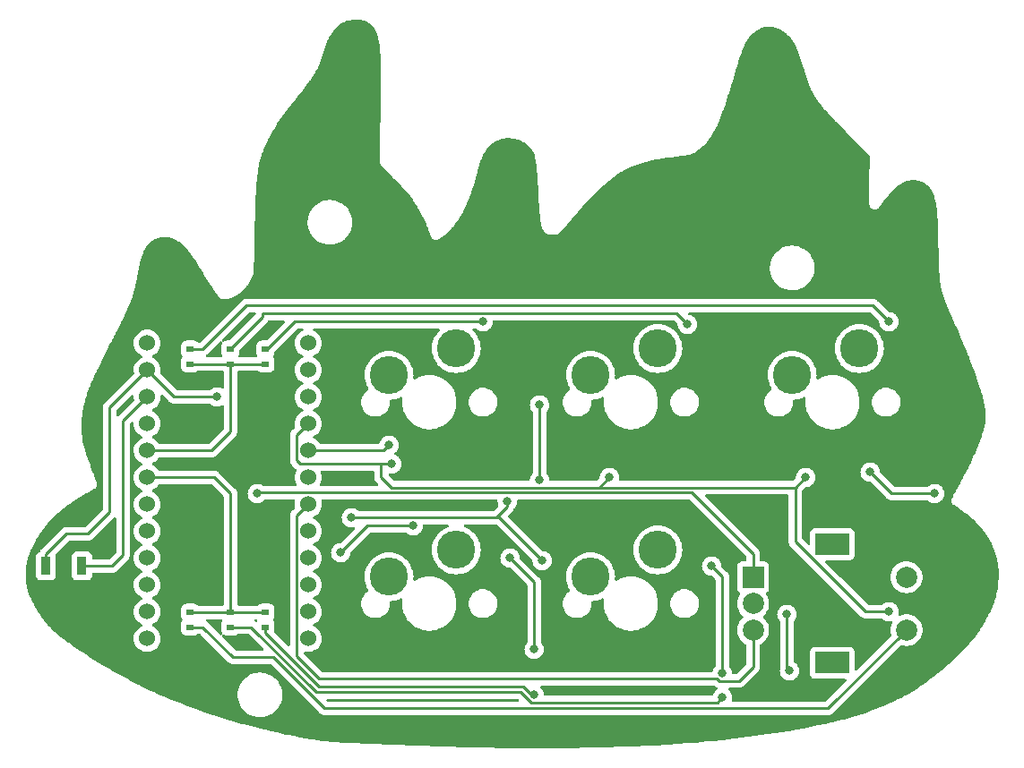
<source format=gbr>
%TF.GenerationSoftware,KiCad,Pcbnew,(6.0.1-0)*%
%TF.CreationDate,2023-10-08T20:28:27-07:00*%
%TF.ProjectId,pizzapad,70697a7a-6170-4616-942e-6b696361645f,rev?*%
%TF.SameCoordinates,Original*%
%TF.FileFunction,Copper,L1,Top*%
%TF.FilePolarity,Positive*%
%FSLAX46Y46*%
G04 Gerber Fmt 4.6, Leading zero omitted, Abs format (unit mm)*
G04 Created by KiCad (PCBNEW (6.0.1-0)) date 2023-10-08 20:28:27*
%MOMM*%
%LPD*%
G01*
G04 APERTURE LIST*
%TA.AperFunction,ComponentPad*%
%ADD10C,1.524000*%
%TD*%
%TA.AperFunction,SMDPad,CuDef*%
%ADD11R,0.700000X0.600000*%
%TD*%
%TA.AperFunction,ComponentPad*%
%ADD12R,2.000000X2.000000*%
%TD*%
%TA.AperFunction,ComponentPad*%
%ADD13C,2.000000*%
%TD*%
%TA.AperFunction,ComponentPad*%
%ADD14R,3.200000X2.000000*%
%TD*%
%TA.AperFunction,SMDPad,CuDef*%
%ADD15R,0.900000X1.700000*%
%TD*%
%TA.AperFunction,ComponentPad*%
%ADD16C,3.600000*%
%TD*%
%TA.AperFunction,ViaPad*%
%ADD17C,0.800000*%
%TD*%
%TA.AperFunction,Conductor*%
%ADD18C,0.250000*%
%TD*%
G04 APERTURE END LIST*
D10*
%TO.P,B1,1,TXO*%
%TO.N,/NC{slash}TX{slash}D3*%
X137648000Y-101600000D03*
%TO.P,B1,2,RXI*%
%TO.N,/NC{slash}RX{slash}D2*%
X137648000Y-104140000D03*
%TO.P,B1,3,GND@1*%
%TO.N,GND*%
X137648000Y-106680000D03*
%TO.P,B1,4,GND*%
X137648000Y-109220000D03*
%TO.P,B1,5,2*%
%TO.N,/KEY_LEDS*%
X137648000Y-111760000D03*
%TO.P,B1,6,\u002A3*%
%TO.N,unconnected-(B1-Pad6)*%
X137648000Y-114300000D03*
%TO.P,B1,7,4*%
%TO.N,/ENCODER0_L1*%
X137648000Y-116840000D03*
%TO.P,B1,8,\u002A5*%
%TO.N,/COL0*%
X137648000Y-119380000D03*
%TO.P,B1,9,\u002A6*%
%TO.N,/COL1*%
X137648000Y-121920000D03*
%TO.P,B1,10,7*%
%TO.N,/COL2*%
X137648000Y-124460000D03*
%TO.P,B1,11,8*%
%TO.N,unconnected-(B1-Pad11)*%
X137648000Y-127000000D03*
%TO.P,B1,12,\u002A9*%
%TO.N,unconnected-(B1-Pad12)*%
X137648000Y-129540000D03*
%TO.P,B1,13,\u002A10*%
%TO.N,unconnected-(B1-Pad13)*%
X122428000Y-129540000D03*
%TO.P,B1,14,11(MOSI)*%
%TO.N,/ENCODER0_L0*%
X122428000Y-127000000D03*
%TO.P,B1,15,12(MISO)*%
%TO.N,unconnected-(B1-Pad15)*%
X122428000Y-124460000D03*
%TO.P,B1,16,13(SCK)*%
%TO.N,unconnected-(B1-Pad16)*%
X122428000Y-121920000D03*
%TO.P,B1,17,A0*%
%TO.N,unconnected-(B1-Pad17)*%
X122428000Y-119380000D03*
%TO.P,B1,18,A1*%
%TO.N,unconnected-(B1-Pad18)*%
X122428000Y-116840000D03*
%TO.P,B1,19,A2*%
%TO.N,/ROW1*%
X122428000Y-114300000D03*
%TO.P,B1,20,A3*%
%TO.N,/ROW0*%
X122428000Y-111760000D03*
%TO.P,B1,21,VCC*%
%TO.N,VCC*%
X122428000Y-109220000D03*
%TO.P,B1,22,RESET*%
%TO.N,/RESET*%
X122428000Y-106680000D03*
%TO.P,B1,23,GND@2*%
%TO.N,GND*%
X122428000Y-104140000D03*
%TO.P,B1,24,RAW*%
%TO.N,/RAW*%
X122428000Y-101600000D03*
%TD*%
D11*
%TO.P,D5,1,K*%
%TO.N,/ROW1*%
X126492000Y-127062000D03*
%TO.P,D5,2,A*%
%TO.N,Net-(D5-Pad2)*%
X126492000Y-128462000D03*
%TD*%
%TO.P,D2,1,K*%
%TO.N,/ROW0*%
X126492000Y-103570000D03*
%TO.P,D2,2,A*%
%TO.N,Net-(D2-Pad2)*%
X126492000Y-102170000D03*
%TD*%
D12*
%TO.P,RE_3_1,A,A*%
%TO.N,/ENCODER0_L0*%
X179694000Y-123738000D03*
D13*
%TO.P,RE_3_1,B,B*%
%TO.N,/ENCODER0_L1*%
X179694000Y-128738000D03*
%TO.P,RE_3_1,C,C*%
%TO.N,VCC*%
X179694000Y-126238000D03*
D14*
%TO.P,RE_3_1,MP*%
%TO.N,N/C*%
X187194000Y-131838000D03*
X187194000Y-120638000D03*
D13*
%TO.P,RE_3_1,S1,1*%
%TO.N,Net-(D5-Pad2)*%
X194194000Y-128738000D03*
%TO.P,RE_3_1,S2,2*%
%TO.N,/COL2*%
X194194000Y-123738000D03*
%TD*%
D11*
%TO.P,D1,1,K*%
%TO.N,/ROW0*%
X130302000Y-103570000D03*
%TO.P,D1,2,A*%
%TO.N,Net-(D1-Pad2)*%
X130302000Y-102170000D03*
%TD*%
D15*
%TO.P,SW1,1,A*%
%TO.N,/RESET*%
X116254000Y-122682000D03*
%TO.P,SW1,2,B*%
%TO.N,GND*%
X112854000Y-122682000D03*
%TD*%
D11*
%TO.P,D4,1,K*%
%TO.N,/ROW1*%
X130302000Y-127062000D03*
%TO.P,D4,2,A*%
%TO.N,Net-(D4-Pad2)*%
X130302000Y-128462000D03*
%TD*%
%TO.P,D3,1,K*%
%TO.N,/ROW1*%
X133604000Y-127062000D03*
%TO.P,D3,2,A*%
%TO.N,Net-(D3-Pad2)*%
X133604000Y-128462000D03*
%TD*%
%TO.P,D0,1,K*%
%TO.N,/ROW0*%
X133604000Y-103570000D03*
%TO.P,D0,2,A*%
%TO.N,Net-(D0-Pad2)*%
X133604000Y-102170000D03*
%TD*%
D16*
%TO.P,S4,1*%
%TO.N,N/C*%
X170688000Y-121158000D03*
%TO.P,S4,2*%
X164338000Y-123698000D03*
%TD*%
%TO.P,S0,1*%
%TO.N,N/C*%
X151638000Y-102108000D03*
%TO.P,S0,2*%
X145288000Y-104648000D03*
%TD*%
%TO.P,S3,1*%
%TO.N,N/C*%
X151638000Y-121158000D03*
%TO.P,S3,2*%
X145288000Y-123698000D03*
%TD*%
%TO.P,S2,1*%
%TO.N,N/C*%
X189738000Y-102108000D03*
%TO.P,S2,2*%
X183388000Y-104648000D03*
%TD*%
%TO.P,S1,1*%
%TO.N,N/C*%
X170688000Y-102108000D03*
%TO.P,S1,2*%
X164338000Y-104648000D03*
%TD*%
D17*
%TO.N,GND*%
X145542000Y-113030000D03*
X192532000Y-127000000D03*
X129032000Y-106680000D03*
X166116000Y-114300000D03*
X184658000Y-114300000D03*
%TO.N,/KEY_LEDS*%
X145288000Y-111252000D03*
%TO.N,/COL1*%
X159766000Y-122174000D03*
X141732000Y-118110000D03*
X156464000Y-116586000D03*
X159512000Y-107442000D03*
X159512000Y-114554000D03*
%TO.N,/COL2*%
X140716000Y-121412000D03*
X147574000Y-118872000D03*
%TO.N,/ENCODER0_L0*%
X132842000Y-115824000D03*
%TO.N,VCC*%
X182880000Y-127254000D03*
X183134000Y-132588000D03*
%TO.N,Net-(D0-Pad2)*%
X154178000Y-99568000D03*
%TO.N,Net-(D1-Pad2)*%
X173482000Y-99822000D03*
%TO.N,Net-(D2-Pad2)*%
X192532000Y-99568000D03*
%TO.N,Net-(D3-Pad2)*%
X159004000Y-130556000D03*
X159004000Y-134874000D03*
X156718000Y-121920000D03*
%TO.N,Net-(D4-Pad2)*%
X175768000Y-122682000D03*
X176784000Y-135128000D03*
X176784000Y-132842000D03*
%TO.N,Net-(LED2-Pad2)*%
X196850000Y-115824000D03*
X190754000Y-113792000D03*
%TD*%
D18*
%TO.N,/ROW0*%
X133604000Y-103570000D02*
X130302000Y-103570000D01*
X126492000Y-103570000D02*
X130302000Y-103570000D01*
%TO.N,Net-(D5-Pad2)*%
X126492000Y-128462000D02*
X127700000Y-128462000D01*
X127700000Y-128462000D02*
X130556000Y-131318000D01*
X139192000Y-136144000D02*
X186788000Y-136144000D01*
X130556000Y-131318000D02*
X134366000Y-131318000D01*
X134366000Y-131318000D02*
X139192000Y-136144000D01*
X186788000Y-136144000D02*
X194194000Y-128738000D01*
%TO.N,Net-(D4-Pad2)*%
X157725386Y-134620000D02*
X158703897Y-135598511D01*
X176313489Y-135598511D02*
X176784000Y-135128000D01*
X158703897Y-135598511D02*
X176313489Y-135598511D01*
X138430000Y-134620000D02*
X157725386Y-134620000D01*
X132272000Y-128462000D02*
X138430000Y-134620000D01*
X130302000Y-128462000D02*
X132272000Y-128462000D01*
%TO.N,GND*%
X144526000Y-113030000D02*
X145542000Y-113030000D01*
X183679489Y-115278511D02*
X184658000Y-114300000D01*
X165137489Y-115278511D02*
X166116000Y-114300000D01*
X136906000Y-113030000D02*
X144526000Y-113030000D01*
X144526000Y-114300000D02*
X145504511Y-115278511D01*
X190306978Y-127000000D02*
X192532000Y-127000000D01*
X137648000Y-109220000D02*
X136561489Y-110306511D01*
X183679489Y-120372511D02*
X190306978Y-127000000D01*
X124968000Y-106680000D02*
X129032000Y-106680000D01*
X122428000Y-104140000D02*
X124968000Y-106680000D01*
X118872000Y-107696000D02*
X118872000Y-117602000D01*
X122428000Y-104140000D02*
X118872000Y-107696000D01*
X114808000Y-119634000D02*
X112854000Y-121588000D01*
X116840000Y-119634000D02*
X114808000Y-119634000D01*
X144526000Y-113030000D02*
X144526000Y-114300000D01*
X136561489Y-112685489D02*
X136906000Y-113030000D01*
X183679489Y-115278511D02*
X183679489Y-120372511D01*
X112854000Y-121588000D02*
X112854000Y-122682000D01*
X118872000Y-117602000D02*
X116840000Y-119634000D01*
X145504511Y-115278511D02*
X183679489Y-115278511D01*
X136561489Y-110306511D02*
X136561489Y-112685489D01*
%TO.N,/KEY_LEDS*%
X137648000Y-111760000D02*
X144780000Y-111760000D01*
X144780000Y-111760000D02*
X145288000Y-111252000D01*
%TO.N,/ENCODER0_L1*%
X176267386Y-133350000D02*
X138684000Y-133350000D01*
X136561489Y-117926511D02*
X137648000Y-116840000D01*
X179694000Y-128738000D02*
X179694000Y-132218000D01*
X178345489Y-133566511D02*
X176483897Y-133566511D01*
X176483897Y-133566511D02*
X176267386Y-133350000D01*
X136561489Y-131227489D02*
X136561489Y-117926511D01*
X179694000Y-132218000D02*
X178345489Y-133566511D01*
X138684000Y-133350000D02*
X136561489Y-131227489D01*
%TO.N,/COL1*%
X141732000Y-118110000D02*
X155448000Y-118110000D01*
X159512000Y-107442000D02*
X159512000Y-114554000D01*
X155448000Y-118110000D02*
X155702000Y-118110000D01*
X156464000Y-117094000D02*
X155448000Y-118110000D01*
X156464000Y-116586000D02*
X156464000Y-117094000D01*
X155702000Y-118110000D02*
X159766000Y-122174000D01*
%TO.N,/COL2*%
X143256000Y-118872000D02*
X147574000Y-118872000D01*
X140716000Y-121412000D02*
X143256000Y-118872000D01*
%TO.N,/ENCODER0_L0*%
X173919489Y-115753489D02*
X179694000Y-121528000D01*
X179694000Y-123738000D02*
X179694000Y-121528000D01*
X173919489Y-115753489D02*
X132912511Y-115753489D01*
X132912511Y-115753489D02*
X132842000Y-115824000D01*
%TO.N,/ROW1*%
X130302000Y-115824000D02*
X130302000Y-127062000D01*
X128778000Y-114300000D02*
X130302000Y-115824000D01*
X130302000Y-127062000D02*
X126492000Y-127062000D01*
X122275600Y-114300000D02*
X128778000Y-114300000D01*
X130302000Y-127062000D02*
X133604000Y-127062000D01*
%TO.N,/ROW0*%
X128524000Y-111760000D02*
X122275600Y-111760000D01*
X130302000Y-109982000D02*
X128524000Y-111760000D01*
X130302000Y-103824000D02*
X130302000Y-109982000D01*
%TO.N,VCC*%
X182880000Y-127254000D02*
X182880000Y-132334000D01*
X182880000Y-132334000D02*
X183134000Y-132588000D01*
%TO.N,/RESET*%
X116254000Y-122682000D02*
X119126000Y-122682000D01*
X120142000Y-108966000D02*
X122428000Y-106680000D01*
X119126000Y-122682000D02*
X120142000Y-121666000D01*
X120142000Y-121666000D02*
X120142000Y-108966000D01*
%TO.N,Net-(D0-Pad2)*%
X133604000Y-102170000D02*
X133796000Y-102170000D01*
X136398000Y-99568000D02*
X154178000Y-99568000D01*
X133796000Y-102170000D02*
X136398000Y-99568000D01*
%TO.N,Net-(D1-Pad2)*%
X133350000Y-99122000D02*
X133350000Y-98806000D01*
X130302000Y-102170000D02*
X133350000Y-99122000D01*
X133350000Y-98806000D02*
X172466000Y-98806000D01*
X172466000Y-98806000D02*
X173482000Y-99822000D01*
%TO.N,Net-(D2-Pad2)*%
X127700000Y-102170000D02*
X131826000Y-98044000D01*
X126492000Y-102170000D02*
X127700000Y-102170000D01*
X191008000Y-98044000D02*
X192532000Y-99568000D01*
X131826000Y-98044000D02*
X191008000Y-98044000D01*
%TO.N,Net-(D3-Pad2)*%
X133604000Y-129032000D02*
X138684000Y-134112000D01*
X157988000Y-134112000D02*
X159004000Y-135128000D01*
X159004000Y-124206000D02*
X156718000Y-121920000D01*
X133604000Y-128462000D02*
X133604000Y-129032000D01*
X159004000Y-135128000D02*
X159004000Y-134874000D01*
X138684000Y-134112000D02*
X157988000Y-134112000D01*
X159004000Y-130556000D02*
X159004000Y-124206000D01*
%TO.N,Net-(D4-Pad2)*%
X176784000Y-123698000D02*
X175768000Y-122682000D01*
X176784000Y-132842000D02*
X176784000Y-123698000D01*
%TO.N,Net-(LED2-Pad2)*%
X192786000Y-115824000D02*
X190754000Y-113792000D01*
X196850000Y-115824000D02*
X192786000Y-115824000D01*
%TD*%
%TA.AperFunction,NonConductor*%
G36*
X132656962Y-98697502D02*
G01*
X132703455Y-98751158D01*
X132714591Y-98795573D01*
X132714921Y-98800808D01*
X132699245Y-98870052D01*
X132678266Y-98897830D01*
X130251500Y-101324595D01*
X130189188Y-101358621D01*
X130162405Y-101361500D01*
X129903866Y-101361500D01*
X129841684Y-101368255D01*
X129705295Y-101419385D01*
X129688551Y-101431934D01*
X129622045Y-101456782D01*
X129552662Y-101441729D01*
X129502432Y-101391555D01*
X129487302Y-101322189D01*
X129512076Y-101255655D01*
X129523891Y-101242013D01*
X132051499Y-98714405D01*
X132113811Y-98680379D01*
X132140594Y-98677500D01*
X132588841Y-98677500D01*
X132656962Y-98697502D01*
G37*
%TD.AperFunction*%
%TA.AperFunction,NonConductor*%
G36*
X135394527Y-99459502D02*
G01*
X135441020Y-99513158D01*
X135451124Y-99583432D01*
X135421630Y-99648012D01*
X135415503Y-99654593D01*
X134576909Y-100493186D01*
X133745500Y-101324595D01*
X133683188Y-101358621D01*
X133656405Y-101361500D01*
X133205866Y-101361500D01*
X133143684Y-101368255D01*
X133007295Y-101419385D01*
X132890739Y-101506739D01*
X132803385Y-101623295D01*
X132752255Y-101759684D01*
X132745500Y-101821866D01*
X132745500Y-102518134D01*
X132752255Y-102580316D01*
X132803385Y-102716705D01*
X132808770Y-102723890D01*
X132808771Y-102723892D01*
X132817047Y-102734934D01*
X132841896Y-102801440D01*
X132826844Y-102870822D01*
X132776670Y-102921053D01*
X132716222Y-102936500D01*
X131189778Y-102936500D01*
X131121657Y-102916498D01*
X131075164Y-102862842D01*
X131065060Y-102792568D01*
X131088953Y-102734934D01*
X131097229Y-102723892D01*
X131097230Y-102723890D01*
X131102615Y-102716705D01*
X131153745Y-102580316D01*
X131160500Y-102518134D01*
X131160500Y-102259594D01*
X131180502Y-102191473D01*
X131197405Y-102170499D01*
X133742253Y-99625652D01*
X133750539Y-99618112D01*
X133757018Y-99614000D01*
X133803644Y-99564348D01*
X133806398Y-99561507D01*
X133826135Y-99541770D01*
X133828615Y-99538573D01*
X133836320Y-99529551D01*
X133861159Y-99503101D01*
X133861162Y-99503097D01*
X133866586Y-99497321D01*
X133869959Y-99491186D01*
X133925856Y-99448084D01*
X133971568Y-99439500D01*
X135326406Y-99439500D01*
X135394527Y-99459502D01*
G37*
%TD.AperFunction*%
%TA.AperFunction,NonConductor*%
G36*
X129457140Y-101412930D02*
G01*
X129513976Y-101455477D01*
X129538787Y-101521997D01*
X129523696Y-101591371D01*
X129513934Y-101606551D01*
X129501385Y-101623295D01*
X129450255Y-101759684D01*
X129443500Y-101821866D01*
X129443500Y-102518134D01*
X129450255Y-102580316D01*
X129501385Y-102716705D01*
X129506770Y-102723890D01*
X129506771Y-102723892D01*
X129515047Y-102734934D01*
X129539896Y-102801440D01*
X129524844Y-102870822D01*
X129474670Y-102921053D01*
X129414222Y-102936500D01*
X128110566Y-102936500D01*
X128042445Y-102916498D01*
X127995952Y-102862842D01*
X127985848Y-102792568D01*
X128015342Y-102727988D01*
X128036504Y-102708565D01*
X128043397Y-102703557D01*
X128053307Y-102697048D01*
X128084535Y-102678580D01*
X128084538Y-102678578D01*
X128091362Y-102674542D01*
X128105683Y-102660221D01*
X128120717Y-102647380D01*
X128130694Y-102640131D01*
X128137107Y-102635472D01*
X128165298Y-102601395D01*
X128173288Y-102592616D01*
X129324013Y-101441891D01*
X129386325Y-101407865D01*
X129457140Y-101412930D01*
G37*
%TD.AperFunction*%
%TA.AperFunction,NonConductor*%
G36*
X121076340Y-106491730D02*
G01*
X121133176Y-106534277D01*
X121157987Y-106600797D01*
X121157829Y-106620767D01*
X121152647Y-106680000D01*
X121172022Y-106901463D01*
X121173446Y-106906776D01*
X121173447Y-106906783D01*
X121182485Y-106940514D01*
X121180796Y-107011490D01*
X121149874Y-107062221D01*
X119749747Y-108462348D01*
X119741461Y-108469888D01*
X119734982Y-108474000D01*
X119729557Y-108479777D01*
X119723351Y-108486386D01*
X119662138Y-108522352D01*
X119591198Y-108519515D01*
X119533054Y-108478775D01*
X119506165Y-108413067D01*
X119505500Y-108400134D01*
X119505500Y-108010594D01*
X119525502Y-107942473D01*
X119542405Y-107921499D01*
X120943213Y-106520691D01*
X121005525Y-106486665D01*
X121076340Y-106491730D01*
G37*
%TD.AperFunction*%
%TA.AperFunction,NonConductor*%
G36*
X123897591Y-106507733D02*
G01*
X123912787Y-106520691D01*
X124464343Y-107072247D01*
X124471887Y-107080537D01*
X124476000Y-107087018D01*
X124481777Y-107092443D01*
X124525667Y-107133658D01*
X124528509Y-107136413D01*
X124548230Y-107156134D01*
X124551425Y-107158612D01*
X124560447Y-107166318D01*
X124592679Y-107196586D01*
X124599628Y-107200406D01*
X124610432Y-107206346D01*
X124626956Y-107217199D01*
X124642959Y-107229613D01*
X124683543Y-107247176D01*
X124694173Y-107252383D01*
X124732940Y-107273695D01*
X124740617Y-107275666D01*
X124740622Y-107275668D01*
X124752558Y-107278732D01*
X124771266Y-107285137D01*
X124789855Y-107293181D01*
X124797680Y-107294420D01*
X124797682Y-107294421D01*
X124833519Y-107300097D01*
X124845140Y-107302504D01*
X124880289Y-107311528D01*
X124887970Y-107313500D01*
X124908231Y-107313500D01*
X124927940Y-107315051D01*
X124947943Y-107318219D01*
X124955835Y-107317473D01*
X124961062Y-107316979D01*
X124991954Y-107314059D01*
X125003811Y-107313500D01*
X128323800Y-107313500D01*
X128391921Y-107333502D01*
X128411147Y-107349843D01*
X128411420Y-107349540D01*
X128416332Y-107353963D01*
X128420747Y-107358866D01*
X128426086Y-107362745D01*
X128544207Y-107448565D01*
X128575248Y-107471118D01*
X128581276Y-107473802D01*
X128581278Y-107473803D01*
X128742116Y-107545412D01*
X128749712Y-107548794D01*
X128809602Y-107561524D01*
X128930056Y-107587128D01*
X128930061Y-107587128D01*
X128936513Y-107588500D01*
X129127487Y-107588500D01*
X129133939Y-107587128D01*
X129133944Y-107587128D01*
X129254398Y-107561524D01*
X129314288Y-107548794D01*
X129338656Y-107537945D01*
X129488752Y-107471118D01*
X129489677Y-107473196D01*
X129548488Y-107458924D01*
X129615581Y-107482141D01*
X129659472Y-107537945D01*
X129668500Y-107584782D01*
X129668500Y-109667406D01*
X129648498Y-109735527D01*
X129631595Y-109756501D01*
X128298500Y-111089595D01*
X128236188Y-111123621D01*
X128209405Y-111126500D01*
X123601004Y-111126500D01*
X123532883Y-111106498D01*
X123497791Y-111072771D01*
X123408136Y-110944730D01*
X123408134Y-110944727D01*
X123404977Y-110940219D01*
X123247781Y-110783023D01*
X123243273Y-110779866D01*
X123243270Y-110779864D01*
X123143705Y-110710148D01*
X123065677Y-110655512D01*
X123060695Y-110653189D01*
X123060690Y-110653186D01*
X122955627Y-110604195D01*
X122902342Y-110557278D01*
X122882881Y-110489001D01*
X122903423Y-110421041D01*
X122955627Y-110375805D01*
X123060690Y-110326814D01*
X123060695Y-110326811D01*
X123065677Y-110324488D01*
X123230062Y-110209384D01*
X123243270Y-110200136D01*
X123243273Y-110200134D01*
X123247781Y-110196977D01*
X123404977Y-110039781D01*
X123409237Y-110033698D01*
X123529331Y-109862185D01*
X123529332Y-109862183D01*
X123532488Y-109857676D01*
X123534811Y-109852694D01*
X123534814Y-109852689D01*
X123624117Y-109661178D01*
X123624118Y-109661177D01*
X123626440Y-109656196D01*
X123683978Y-109441463D01*
X123703353Y-109220000D01*
X123683978Y-108998537D01*
X123637468Y-108824961D01*
X123627863Y-108789114D01*
X123627862Y-108789112D01*
X123626440Y-108783804D01*
X123616166Y-108761772D01*
X123534814Y-108587311D01*
X123534811Y-108587306D01*
X123532488Y-108582324D01*
X123515562Y-108558151D01*
X123408136Y-108404730D01*
X123408134Y-108404727D01*
X123404977Y-108400219D01*
X123247781Y-108243023D01*
X123243273Y-108239866D01*
X123243270Y-108239864D01*
X123167505Y-108186813D01*
X123065677Y-108115512D01*
X123060695Y-108113189D01*
X123060690Y-108113186D01*
X122955627Y-108064195D01*
X122902342Y-108017278D01*
X122882881Y-107949001D01*
X122903423Y-107881041D01*
X122955627Y-107835805D01*
X123060690Y-107786814D01*
X123060695Y-107786811D01*
X123065677Y-107784488D01*
X123226038Y-107672202D01*
X123243270Y-107660136D01*
X123243273Y-107660134D01*
X123247781Y-107656977D01*
X123404977Y-107499781D01*
X123411710Y-107490166D01*
X123529331Y-107322185D01*
X123529332Y-107322183D01*
X123532488Y-107317676D01*
X123534811Y-107312694D01*
X123534814Y-107312689D01*
X123624117Y-107121178D01*
X123624118Y-107121177D01*
X123626440Y-107116196D01*
X123644453Y-107048973D01*
X123645503Y-107045051D01*
X123683978Y-106901463D01*
X123703353Y-106680000D01*
X123698171Y-106620767D01*
X123712161Y-106551162D01*
X123761560Y-106500170D01*
X123830686Y-106483980D01*
X123897591Y-106507733D01*
G37*
%TD.AperFunction*%
%TA.AperFunction,NonConductor*%
G36*
X143834621Y-113683502D02*
G01*
X143881114Y-113737158D01*
X143892500Y-113789500D01*
X143892500Y-114221233D01*
X143891973Y-114232416D01*
X143890298Y-114239909D01*
X143890547Y-114247835D01*
X143890547Y-114247836D01*
X143892438Y-114307986D01*
X143892500Y-114311945D01*
X143892500Y-114339856D01*
X143892997Y-114343790D01*
X143892997Y-114343791D01*
X143893005Y-114343856D01*
X143893938Y-114355693D01*
X143895327Y-114399889D01*
X143898890Y-114412152D01*
X143900978Y-114419339D01*
X143904987Y-114438700D01*
X143907526Y-114458797D01*
X143910445Y-114466168D01*
X143910445Y-114466170D01*
X143923804Y-114499912D01*
X143927649Y-114511142D01*
X143932191Y-114526776D01*
X143939982Y-114553593D01*
X143944015Y-114560412D01*
X143944017Y-114560417D01*
X143950293Y-114571028D01*
X143958988Y-114588776D01*
X143966448Y-114607617D01*
X143971110Y-114614033D01*
X143971110Y-114614034D01*
X143992436Y-114643387D01*
X143998952Y-114653307D01*
X144009745Y-114671556D01*
X144021458Y-114691362D01*
X144035779Y-114705683D01*
X144048619Y-114720716D01*
X144060528Y-114737107D01*
X144066634Y-114742158D01*
X144094605Y-114765298D01*
X144103384Y-114773288D01*
X144234990Y-114904894D01*
X144269016Y-114967206D01*
X144263951Y-115038021D01*
X144221404Y-115094857D01*
X144154884Y-115119668D01*
X144145895Y-115119989D01*
X138864915Y-115119989D01*
X138796794Y-115099987D01*
X138750301Y-115046331D01*
X138740197Y-114976057D01*
X138753341Y-114938074D01*
X138752488Y-114937676D01*
X138844117Y-114741178D01*
X138844118Y-114741177D01*
X138846440Y-114736196D01*
X138852926Y-114711992D01*
X138866644Y-114660794D01*
X138903978Y-114521463D01*
X138923353Y-114300000D01*
X138903978Y-114078537D01*
X138861390Y-113919597D01*
X138847863Y-113869114D01*
X138847862Y-113869112D01*
X138846440Y-113863804D01*
X138840692Y-113851476D01*
X138836623Y-113842751D01*
X138825961Y-113772560D01*
X138854940Y-113707747D01*
X138914359Y-113668890D01*
X138950817Y-113663500D01*
X143766500Y-113663500D01*
X143834621Y-113683502D01*
G37*
%TD.AperFunction*%
%TA.AperFunction,NonConductor*%
G36*
X132784343Y-127715502D02*
G01*
X132830836Y-127769158D01*
X132840940Y-127839432D01*
X132817047Y-127897066D01*
X132808734Y-127908158D01*
X132807487Y-127909822D01*
X132750625Y-127952334D01*
X132679807Y-127957356D01*
X132645961Y-127944666D01*
X132629567Y-127935653D01*
X132613051Y-127924804D01*
X132608230Y-127921065D01*
X132566659Y-127863512D01*
X132562803Y-127792620D01*
X132597887Y-127730897D01*
X132660771Y-127697940D01*
X132685449Y-127695500D01*
X132716222Y-127695500D01*
X132784343Y-127715502D01*
G37*
%TD.AperFunction*%
%TA.AperFunction,NonConductor*%
G36*
X129482343Y-127715502D02*
G01*
X129528836Y-127769158D01*
X129538940Y-127839432D01*
X129515047Y-127897066D01*
X129507507Y-127907127D01*
X129501385Y-127915295D01*
X129450255Y-128051684D01*
X129443500Y-128113866D01*
X129443500Y-128810134D01*
X129450255Y-128872316D01*
X129501385Y-129008705D01*
X129506771Y-129015891D01*
X129506773Y-129015895D01*
X129513933Y-129025449D01*
X129538780Y-129091955D01*
X129523726Y-129161338D01*
X129473551Y-129211567D01*
X129404185Y-129226696D01*
X129337651Y-129201921D01*
X129324015Y-129190111D01*
X128203652Y-128069747D01*
X128196112Y-128061461D01*
X128192000Y-128054982D01*
X128142348Y-128008356D01*
X128139507Y-128005602D01*
X128119770Y-127985865D01*
X128116573Y-127983385D01*
X128107551Y-127975680D01*
X128081100Y-127950841D01*
X128075321Y-127945414D01*
X128068375Y-127941595D01*
X128068372Y-127941593D01*
X128057566Y-127935652D01*
X128041051Y-127924804D01*
X128036230Y-127921065D01*
X127994659Y-127863512D01*
X127990803Y-127792620D01*
X128025887Y-127730897D01*
X128088771Y-127697940D01*
X128113449Y-127695500D01*
X129414222Y-127695500D01*
X129482343Y-127715502D01*
G37*
%TD.AperFunction*%
%TA.AperFunction,NonConductor*%
G36*
X137140606Y-100221502D02*
G01*
X137187099Y-100275158D01*
X137197203Y-100345432D01*
X137167709Y-100410012D01*
X137125735Y-100441695D01*
X137015311Y-100493186D01*
X137015306Y-100493189D01*
X137010324Y-100495512D01*
X137005817Y-100498668D01*
X137005815Y-100498669D01*
X136832730Y-100619864D01*
X136832727Y-100619866D01*
X136828219Y-100623023D01*
X136671023Y-100780219D01*
X136667866Y-100784727D01*
X136667864Y-100784730D01*
X136546669Y-100957815D01*
X136543512Y-100962324D01*
X136541189Y-100967306D01*
X136541186Y-100967311D01*
X136470871Y-101118102D01*
X136449560Y-101163804D01*
X136392022Y-101378537D01*
X136372647Y-101600000D01*
X136392022Y-101821463D01*
X136449560Y-102036196D01*
X136451882Y-102041177D01*
X136451883Y-102041178D01*
X136541186Y-102232689D01*
X136541189Y-102232694D01*
X136543512Y-102237676D01*
X136546668Y-102242183D01*
X136546669Y-102242185D01*
X136667467Y-102414702D01*
X136671023Y-102419781D01*
X136828219Y-102576977D01*
X136832727Y-102580134D01*
X136832730Y-102580136D01*
X136863091Y-102601395D01*
X137010323Y-102704488D01*
X137015305Y-102706811D01*
X137015310Y-102706814D01*
X137120373Y-102755805D01*
X137173658Y-102802722D01*
X137193119Y-102870999D01*
X137172577Y-102938959D01*
X137120373Y-102984195D01*
X137015311Y-103033186D01*
X137015306Y-103033189D01*
X137010324Y-103035512D01*
X137005817Y-103038668D01*
X137005815Y-103038669D01*
X136832730Y-103159864D01*
X136832727Y-103159866D01*
X136828219Y-103163023D01*
X136671023Y-103320219D01*
X136667866Y-103324727D01*
X136667864Y-103324730D01*
X136546669Y-103497815D01*
X136543512Y-103502324D01*
X136541189Y-103507306D01*
X136541186Y-103507311D01*
X136474152Y-103651066D01*
X136449560Y-103703804D01*
X136392022Y-103918537D01*
X136372647Y-104140000D01*
X136392022Y-104361463D01*
X136421314Y-104470781D01*
X136444939Y-104558949D01*
X136449560Y-104576196D01*
X136451882Y-104581177D01*
X136451883Y-104581178D01*
X136541186Y-104772689D01*
X136541189Y-104772694D01*
X136543512Y-104777676D01*
X136546668Y-104782183D01*
X136546669Y-104782185D01*
X136658248Y-104941536D01*
X136671023Y-104959781D01*
X136828219Y-105116977D01*
X136832727Y-105120134D01*
X136832730Y-105120136D01*
X136883631Y-105155777D01*
X137010323Y-105244488D01*
X137015305Y-105246811D01*
X137015310Y-105246814D01*
X137120373Y-105295805D01*
X137173658Y-105342722D01*
X137193119Y-105410999D01*
X137172577Y-105478959D01*
X137120373Y-105524195D01*
X137015311Y-105573186D01*
X137015306Y-105573189D01*
X137010324Y-105575512D01*
X137005817Y-105578668D01*
X137005815Y-105578669D01*
X136832730Y-105699864D01*
X136832727Y-105699866D01*
X136828219Y-105703023D01*
X136671023Y-105860219D01*
X136667866Y-105864727D01*
X136667864Y-105864730D01*
X136546669Y-106037815D01*
X136543512Y-106042324D01*
X136541189Y-106047306D01*
X136541186Y-106047311D01*
X136457826Y-106226078D01*
X136449560Y-106243804D01*
X136448138Y-106249112D01*
X136448137Y-106249114D01*
X136435314Y-106296971D01*
X136392022Y-106458537D01*
X136372647Y-106680000D01*
X136392022Y-106901463D01*
X136430497Y-107045051D01*
X136431548Y-107048973D01*
X136449560Y-107116196D01*
X136451882Y-107121177D01*
X136451883Y-107121178D01*
X136541186Y-107312689D01*
X136541189Y-107312694D01*
X136543512Y-107317676D01*
X136546668Y-107322183D01*
X136546669Y-107322185D01*
X136664291Y-107490166D01*
X136671023Y-107499781D01*
X136828219Y-107656977D01*
X136832727Y-107660134D01*
X136832730Y-107660136D01*
X136849962Y-107672202D01*
X137010323Y-107784488D01*
X137015305Y-107786811D01*
X137015310Y-107786814D01*
X137120373Y-107835805D01*
X137173658Y-107882722D01*
X137193119Y-107950999D01*
X137172577Y-108018959D01*
X137120373Y-108064195D01*
X137015311Y-108113186D01*
X137015306Y-108113189D01*
X137010324Y-108115512D01*
X137005817Y-108118668D01*
X137005815Y-108118669D01*
X136832730Y-108239864D01*
X136832727Y-108239866D01*
X136828219Y-108243023D01*
X136671023Y-108400219D01*
X136667866Y-108404727D01*
X136667864Y-108404730D01*
X136560438Y-108558151D01*
X136543512Y-108582324D01*
X136541189Y-108587306D01*
X136541186Y-108587311D01*
X136459834Y-108761772D01*
X136449560Y-108783804D01*
X136448138Y-108789112D01*
X136448137Y-108789114D01*
X136438532Y-108824961D01*
X136392022Y-108998537D01*
X136372647Y-109220000D01*
X136392022Y-109441463D01*
X136393446Y-109446776D01*
X136393447Y-109446783D01*
X136402485Y-109480514D01*
X136400796Y-109551490D01*
X136369874Y-109602221D01*
X136169236Y-109802859D01*
X136160950Y-109810399D01*
X136154471Y-109814511D01*
X136109703Y-109862185D01*
X136107846Y-109864162D01*
X136105091Y-109867004D01*
X136085354Y-109886741D01*
X136082874Y-109889938D01*
X136075171Y-109898958D01*
X136044903Y-109931190D01*
X136041084Y-109938136D01*
X136041082Y-109938139D01*
X136035141Y-109948945D01*
X136024290Y-109965464D01*
X136011875Y-109981470D01*
X136008730Y-109988739D01*
X136008727Y-109988743D01*
X135994315Y-110022048D01*
X135989098Y-110032698D01*
X135967794Y-110071451D01*
X135965823Y-110079126D01*
X135965823Y-110079127D01*
X135962756Y-110091073D01*
X135956352Y-110109777D01*
X135948308Y-110128366D01*
X135947069Y-110136189D01*
X135947066Y-110136199D01*
X135941390Y-110172035D01*
X135938984Y-110183655D01*
X135930408Y-110217060D01*
X135927989Y-110226481D01*
X135927989Y-110246735D01*
X135926438Y-110266445D01*
X135923269Y-110286454D01*
X135924015Y-110294346D01*
X135927430Y-110330472D01*
X135927989Y-110342330D01*
X135927989Y-112606722D01*
X135927462Y-112617905D01*
X135925787Y-112625398D01*
X135926036Y-112633324D01*
X135926036Y-112633325D01*
X135927927Y-112693475D01*
X135927989Y-112697434D01*
X135927989Y-112725345D01*
X135928486Y-112729279D01*
X135928486Y-112729280D01*
X135928494Y-112729345D01*
X135929427Y-112741182D01*
X135930816Y-112785378D01*
X135936467Y-112804828D01*
X135940476Y-112824189D01*
X135943015Y-112844286D01*
X135945934Y-112851657D01*
X135945934Y-112851659D01*
X135959293Y-112885401D01*
X135963138Y-112896631D01*
X135970460Y-112921834D01*
X135975471Y-112939082D01*
X135979504Y-112945901D01*
X135979506Y-112945906D01*
X135985782Y-112956517D01*
X135994477Y-112974265D01*
X136001937Y-112993106D01*
X136006599Y-112999522D01*
X136006599Y-112999523D01*
X136027925Y-113028876D01*
X136034441Y-113038796D01*
X136056947Y-113076851D01*
X136062553Y-113082458D01*
X136071269Y-113091174D01*
X136084109Y-113106207D01*
X136096017Y-113122596D01*
X136120807Y-113143104D01*
X136130082Y-113150777D01*
X136138863Y-113158767D01*
X136402353Y-113422258D01*
X136409887Y-113430537D01*
X136414000Y-113437018D01*
X136454212Y-113474779D01*
X136463652Y-113483644D01*
X136466494Y-113486399D01*
X136486230Y-113506135D01*
X136489427Y-113508615D01*
X136498451Y-113516322D01*
X136510651Y-113527779D01*
X136546615Y-113588992D01*
X136543776Y-113659932D01*
X136538591Y-113672877D01*
X136471275Y-113817237D01*
X136449560Y-113863804D01*
X136448138Y-113869112D01*
X136448137Y-113869114D01*
X136434610Y-113919597D01*
X136392022Y-114078537D01*
X136372647Y-114300000D01*
X136392022Y-114521463D01*
X136429356Y-114660794D01*
X136443075Y-114711992D01*
X136449560Y-114736196D01*
X136451882Y-114741177D01*
X136451883Y-114741178D01*
X136543512Y-114937676D01*
X136542001Y-114938381D01*
X136556942Y-114999997D01*
X136533714Y-115067087D01*
X136477902Y-115110968D01*
X136431085Y-115119989D01*
X133459584Y-115119989D01*
X133391463Y-115099987D01*
X133385523Y-115095925D01*
X133304094Y-115036763D01*
X133304093Y-115036762D01*
X133298752Y-115032882D01*
X133292724Y-115030198D01*
X133292722Y-115030197D01*
X133130319Y-114957891D01*
X133130318Y-114957891D01*
X133124288Y-114955206D01*
X133022170Y-114933500D01*
X132943944Y-114916872D01*
X132943939Y-114916872D01*
X132937487Y-114915500D01*
X132746513Y-114915500D01*
X132740061Y-114916872D01*
X132740056Y-114916872D01*
X132661830Y-114933500D01*
X132559712Y-114955206D01*
X132553682Y-114957891D01*
X132553681Y-114957891D01*
X132391278Y-115030197D01*
X132391276Y-115030198D01*
X132385248Y-115032882D01*
X132230747Y-115145134D01*
X132226326Y-115150044D01*
X132226325Y-115150045D01*
X132131379Y-115255494D01*
X132102960Y-115287056D01*
X132066202Y-115350722D01*
X132018909Y-115432637D01*
X132007473Y-115452444D01*
X131948458Y-115634072D01*
X131947768Y-115640633D01*
X131947768Y-115640635D01*
X131934351Y-115768292D01*
X131928496Y-115824000D01*
X131929186Y-115830565D01*
X131945780Y-115988445D01*
X131948458Y-116013928D01*
X132007473Y-116195556D01*
X132010776Y-116201278D01*
X132010777Y-116201279D01*
X132014260Y-116207311D01*
X132102960Y-116360944D01*
X132107378Y-116365851D01*
X132107379Y-116365852D01*
X132194149Y-116462220D01*
X132230747Y-116502866D01*
X132292852Y-116547988D01*
X132354207Y-116592565D01*
X132385248Y-116615118D01*
X132391276Y-116617802D01*
X132391278Y-116617803D01*
X132501876Y-116667044D01*
X132559712Y-116692794D01*
X132644146Y-116710741D01*
X132740056Y-116731128D01*
X132740061Y-116731128D01*
X132746513Y-116732500D01*
X132937487Y-116732500D01*
X132943939Y-116731128D01*
X132943944Y-116731128D01*
X133039854Y-116710741D01*
X133124288Y-116692794D01*
X133182124Y-116667044D01*
X133292722Y-116617803D01*
X133292724Y-116617802D01*
X133298752Y-116615118D01*
X133329794Y-116592565D01*
X133391148Y-116547988D01*
X133453253Y-116502866D01*
X133520051Y-116428679D01*
X133580497Y-116391439D01*
X133613687Y-116386989D01*
X136289859Y-116386989D01*
X136357980Y-116406991D01*
X136404473Y-116460647D01*
X136414577Y-116530921D01*
X136411565Y-116545601D01*
X136393447Y-116613216D01*
X136393446Y-116613224D01*
X136392022Y-116618537D01*
X136372647Y-116840000D01*
X136392022Y-117061463D01*
X136393446Y-117066776D01*
X136393447Y-117066783D01*
X136402485Y-117100514D01*
X136400796Y-117171490D01*
X136369874Y-117222221D01*
X136169236Y-117422859D01*
X136160950Y-117430399D01*
X136154471Y-117434511D01*
X136149046Y-117440288D01*
X136146609Y-117442883D01*
X136109703Y-117482185D01*
X136107846Y-117484162D01*
X136105091Y-117487004D01*
X136085354Y-117506741D01*
X136082874Y-117509938D01*
X136075171Y-117518958D01*
X136044903Y-117551190D01*
X136041084Y-117558136D01*
X136041082Y-117558139D01*
X136035141Y-117568945D01*
X136024290Y-117585464D01*
X136011875Y-117601470D01*
X136008730Y-117608739D01*
X136008727Y-117608743D01*
X135994315Y-117642048D01*
X135989098Y-117652698D01*
X135967794Y-117691451D01*
X135965823Y-117699126D01*
X135965823Y-117699127D01*
X135962756Y-117711073D01*
X135956352Y-117729777D01*
X135952602Y-117738444D01*
X135948308Y-117748366D01*
X135947069Y-117756189D01*
X135947066Y-117756199D01*
X135941390Y-117792035D01*
X135938984Y-117803655D01*
X135935643Y-117816668D01*
X135927989Y-117846481D01*
X135927989Y-117866735D01*
X135926438Y-117886445D01*
X135923269Y-117906454D01*
X135924015Y-117914346D01*
X135927430Y-117950472D01*
X135927989Y-117962330D01*
X135927989Y-130155894D01*
X135907987Y-130224015D01*
X135854331Y-130270508D01*
X135784057Y-130280612D01*
X135719477Y-130251118D01*
X135712894Y-130244989D01*
X134481609Y-129013704D01*
X134447583Y-128951392D01*
X134452196Y-128887648D01*
X134451145Y-128887398D01*
X134452682Y-128880935D01*
X134452722Y-128880380D01*
X134452973Y-128879711D01*
X134452973Y-128879709D01*
X134455745Y-128872316D01*
X134456599Y-128864460D01*
X134462131Y-128813531D01*
X134462500Y-128810134D01*
X134462500Y-128113866D01*
X134455745Y-128051684D01*
X134404615Y-127915295D01*
X134399229Y-127908108D01*
X134346360Y-127837565D01*
X134321512Y-127771058D01*
X134336565Y-127701676D01*
X134346360Y-127686435D01*
X134399229Y-127615892D01*
X134399230Y-127615890D01*
X134404615Y-127608705D01*
X134455745Y-127472316D01*
X134462500Y-127410134D01*
X134462500Y-126713866D01*
X134455745Y-126651684D01*
X134404615Y-126515295D01*
X134317261Y-126398739D01*
X134200705Y-126311385D01*
X134064316Y-126260255D01*
X134002134Y-126253500D01*
X133205866Y-126253500D01*
X133143684Y-126260255D01*
X133007295Y-126311385D01*
X132890739Y-126398739D01*
X132889537Y-126397135D01*
X132837370Y-126425621D01*
X132810587Y-126428500D01*
X131095413Y-126428500D01*
X131027292Y-126408498D01*
X131015381Y-126398899D01*
X131015261Y-126398739D01*
X130985933Y-126376759D01*
X130943420Y-126319900D01*
X130935500Y-126275934D01*
X130935500Y-115902763D01*
X130936027Y-115891579D01*
X130937701Y-115884091D01*
X130935562Y-115816032D01*
X130935500Y-115812075D01*
X130935500Y-115784144D01*
X130934994Y-115780138D01*
X130934061Y-115768292D01*
X130932922Y-115732037D01*
X130932673Y-115724110D01*
X130927022Y-115704658D01*
X130923014Y-115685306D01*
X130921468Y-115673068D01*
X130921467Y-115673066D01*
X130920474Y-115665203D01*
X130904194Y-115624086D01*
X130900359Y-115612885D01*
X130888018Y-115570406D01*
X130883985Y-115563587D01*
X130883983Y-115563582D01*
X130877707Y-115552971D01*
X130869010Y-115535221D01*
X130861552Y-115516383D01*
X130852563Y-115504010D01*
X130835572Y-115480625D01*
X130829053Y-115470701D01*
X130810578Y-115439460D01*
X130810574Y-115439455D01*
X130806542Y-115432637D01*
X130792218Y-115418313D01*
X130779376Y-115403278D01*
X130767472Y-115386893D01*
X130733406Y-115358711D01*
X130724627Y-115350722D01*
X129281652Y-113907747D01*
X129274112Y-113899461D01*
X129270000Y-113892982D01*
X129220348Y-113846356D01*
X129217507Y-113843602D01*
X129197770Y-113823865D01*
X129194573Y-113821385D01*
X129185551Y-113813680D01*
X129159100Y-113788841D01*
X129153321Y-113783414D01*
X129146375Y-113779595D01*
X129146372Y-113779593D01*
X129135566Y-113773652D01*
X129119047Y-113762801D01*
X129113048Y-113758148D01*
X129103041Y-113750386D01*
X129095772Y-113747241D01*
X129095768Y-113747238D01*
X129062463Y-113732826D01*
X129051813Y-113727609D01*
X129013060Y-113706305D01*
X129003908Y-113703955D01*
X128993438Y-113701267D01*
X128974734Y-113694863D01*
X128963420Y-113689967D01*
X128963419Y-113689967D01*
X128956145Y-113686819D01*
X128948322Y-113685580D01*
X128948312Y-113685577D01*
X128912476Y-113679901D01*
X128900856Y-113677495D01*
X128865711Y-113668472D01*
X128865710Y-113668472D01*
X128858030Y-113666500D01*
X128837776Y-113666500D01*
X128818065Y-113664949D01*
X128805886Y-113663020D01*
X128798057Y-113661780D01*
X128790165Y-113662526D01*
X128754039Y-113665941D01*
X128742181Y-113666500D01*
X123601004Y-113666500D01*
X123532883Y-113646498D01*
X123497791Y-113612771D01*
X123408136Y-113484730D01*
X123408134Y-113484727D01*
X123404977Y-113480219D01*
X123247781Y-113323023D01*
X123243273Y-113319866D01*
X123243270Y-113319864D01*
X123109512Y-113226206D01*
X123065677Y-113195512D01*
X123060695Y-113193189D01*
X123060690Y-113193186D01*
X122955627Y-113144195D01*
X122902342Y-113097278D01*
X122882881Y-113029001D01*
X122903423Y-112961041D01*
X122955627Y-112915805D01*
X123060690Y-112866814D01*
X123060695Y-112866811D01*
X123065677Y-112864488D01*
X123167792Y-112792986D01*
X123243270Y-112740136D01*
X123243273Y-112740134D01*
X123247781Y-112736977D01*
X123404977Y-112579781D01*
X123409251Y-112573678D01*
X123497791Y-112447229D01*
X123553248Y-112402901D01*
X123601004Y-112393500D01*
X128445233Y-112393500D01*
X128456416Y-112394027D01*
X128463909Y-112395702D01*
X128471835Y-112395453D01*
X128471836Y-112395453D01*
X128531986Y-112393562D01*
X128535945Y-112393500D01*
X128563856Y-112393500D01*
X128567791Y-112393003D01*
X128567856Y-112392995D01*
X128579693Y-112392062D01*
X128611951Y-112391048D01*
X128615970Y-112390922D01*
X128623889Y-112390673D01*
X128643343Y-112385021D01*
X128662700Y-112381013D01*
X128674930Y-112379468D01*
X128674931Y-112379468D01*
X128682797Y-112378474D01*
X128690168Y-112375555D01*
X128690170Y-112375555D01*
X128723912Y-112362196D01*
X128735142Y-112358351D01*
X128769983Y-112348229D01*
X128769984Y-112348229D01*
X128777593Y-112346018D01*
X128784412Y-112341985D01*
X128784417Y-112341983D01*
X128795028Y-112335707D01*
X128812776Y-112327012D01*
X128831617Y-112319552D01*
X128867387Y-112293564D01*
X128877307Y-112287048D01*
X128908535Y-112268580D01*
X128908538Y-112268578D01*
X128915362Y-112264542D01*
X128929683Y-112250221D01*
X128944717Y-112237380D01*
X128954694Y-112230131D01*
X128961107Y-112225472D01*
X128989298Y-112191395D01*
X128997288Y-112182616D01*
X130694247Y-110485657D01*
X130702537Y-110478113D01*
X130709018Y-110474000D01*
X130755659Y-110424332D01*
X130758413Y-110421491D01*
X130778135Y-110401769D01*
X130780619Y-110398567D01*
X130788317Y-110389555D01*
X130813161Y-110363098D01*
X130818586Y-110357321D01*
X130828347Y-110339566D01*
X130839198Y-110323047D01*
X130851614Y-110307041D01*
X130869174Y-110266463D01*
X130874391Y-110255813D01*
X130895695Y-110217060D01*
X130900733Y-110197437D01*
X130907137Y-110178734D01*
X130912033Y-110167420D01*
X130912033Y-110167419D01*
X130915181Y-110160145D01*
X130916420Y-110152322D01*
X130916423Y-110152312D01*
X130922099Y-110116476D01*
X130924505Y-110104856D01*
X130933528Y-110069711D01*
X130933528Y-110069710D01*
X130935500Y-110062030D01*
X130935500Y-110041776D01*
X130937051Y-110022065D01*
X130938980Y-110009886D01*
X130940220Y-110002057D01*
X130936059Y-109958038D01*
X130935500Y-109946181D01*
X130935500Y-104356066D01*
X130955502Y-104287945D01*
X130985932Y-104255242D01*
X131015260Y-104233261D01*
X131016463Y-104234865D01*
X131068630Y-104206379D01*
X131095413Y-104203500D01*
X132810587Y-104203500D01*
X132878708Y-104223502D01*
X132890620Y-104233102D01*
X132890739Y-104233261D01*
X132891844Y-104234089D01*
X132891858Y-104234100D01*
X132901593Y-104241396D01*
X133007295Y-104320615D01*
X133143684Y-104371745D01*
X133205866Y-104378500D01*
X134002134Y-104378500D01*
X134064316Y-104371745D01*
X134200705Y-104320615D01*
X134317261Y-104233261D01*
X134404615Y-104116705D01*
X134455745Y-103980316D01*
X134462500Y-103918134D01*
X134462500Y-103221866D01*
X134455745Y-103159684D01*
X134404615Y-103023295D01*
X134399229Y-103016108D01*
X134346360Y-102945565D01*
X134321512Y-102879058D01*
X134336565Y-102809676D01*
X134346360Y-102794435D01*
X134399229Y-102723892D01*
X134399230Y-102723890D01*
X134404615Y-102716705D01*
X134455745Y-102580316D01*
X134462500Y-102518134D01*
X134462500Y-102451594D01*
X134482502Y-102383473D01*
X134499405Y-102362499D01*
X136623499Y-100238405D01*
X136685811Y-100204379D01*
X136712594Y-100201500D01*
X137072485Y-100201500D01*
X137140606Y-100221502D01*
G37*
%TD.AperFunction*%
%TA.AperFunction,NonConductor*%
G36*
X132025527Y-129115502D02*
G01*
X132046501Y-129132405D01*
X133383501Y-130469405D01*
X133417527Y-130531717D01*
X133412462Y-130602532D01*
X133369915Y-130659368D01*
X133303395Y-130684179D01*
X133294406Y-130684500D01*
X130870594Y-130684500D01*
X130802473Y-130664498D01*
X130781499Y-130647595D01*
X129523893Y-129389989D01*
X129489867Y-129327677D01*
X129494932Y-129256862D01*
X129537479Y-129200026D01*
X129603999Y-129175215D01*
X129673373Y-129190306D01*
X129688551Y-129200067D01*
X129698105Y-129207227D01*
X129698108Y-129207229D01*
X129705295Y-129212615D01*
X129841684Y-129263745D01*
X129903866Y-129270500D01*
X130700134Y-129270500D01*
X130762316Y-129263745D01*
X130898705Y-129212615D01*
X131015261Y-129125261D01*
X131016463Y-129126865D01*
X131068630Y-129098379D01*
X131095413Y-129095500D01*
X131957406Y-129095500D01*
X132025527Y-129115502D01*
G37*
%TD.AperFunction*%
%TA.AperFunction,NonConductor*%
G36*
X155499596Y-116406991D02*
G01*
X155546089Y-116460647D01*
X155556785Y-116526158D01*
X155551186Y-116579434D01*
X155550496Y-116586000D01*
X155551186Y-116592565D01*
X155565986Y-116733376D01*
X155570458Y-116775928D01*
X155591276Y-116840000D01*
X155624022Y-116940780D01*
X155626050Y-117011747D01*
X155593284Y-117068811D01*
X155222500Y-117439595D01*
X155160188Y-117473621D01*
X155133405Y-117476500D01*
X142440200Y-117476500D01*
X142372079Y-117456498D01*
X142352853Y-117440157D01*
X142352580Y-117440460D01*
X142347668Y-117436037D01*
X142343253Y-117431134D01*
X142270758Y-117378463D01*
X142194094Y-117322763D01*
X142194093Y-117322762D01*
X142188752Y-117318882D01*
X142182724Y-117316198D01*
X142182722Y-117316197D01*
X142020319Y-117243891D01*
X142020318Y-117243891D01*
X142014288Y-117241206D01*
X141920887Y-117221353D01*
X141833944Y-117202872D01*
X141833939Y-117202872D01*
X141827487Y-117201500D01*
X141636513Y-117201500D01*
X141630061Y-117202872D01*
X141630056Y-117202872D01*
X141543113Y-117221353D01*
X141449712Y-117241206D01*
X141443682Y-117243891D01*
X141443681Y-117243891D01*
X141281278Y-117316197D01*
X141281276Y-117316198D01*
X141275248Y-117318882D01*
X141269907Y-117322762D01*
X141269906Y-117322763D01*
X141236972Y-117346691D01*
X141120747Y-117431134D01*
X141116326Y-117436044D01*
X141116325Y-117436045D01*
X141017852Y-117545411D01*
X140992960Y-117573056D01*
X140897473Y-117738444D01*
X140838458Y-117920072D01*
X140837768Y-117926633D01*
X140837768Y-117926635D01*
X140820229Y-118093511D01*
X140818496Y-118110000D01*
X140819186Y-118116565D01*
X140836224Y-118278669D01*
X140838458Y-118299928D01*
X140897473Y-118481556D01*
X140992960Y-118646944D01*
X140997378Y-118651851D01*
X140997379Y-118651852D01*
X141106788Y-118773363D01*
X141120747Y-118788866D01*
X141167925Y-118823143D01*
X141244207Y-118878565D01*
X141275248Y-118901118D01*
X141281276Y-118903802D01*
X141281278Y-118903803D01*
X141443681Y-118976109D01*
X141449712Y-118978794D01*
X141538286Y-118997621D01*
X141630056Y-119017128D01*
X141630061Y-119017128D01*
X141636513Y-119018500D01*
X141827487Y-119018500D01*
X141833939Y-119017128D01*
X141833944Y-119017128D01*
X141901745Y-119002716D01*
X141972536Y-119008118D01*
X142029168Y-119050935D01*
X142053662Y-119117573D01*
X142038241Y-119186874D01*
X142017037Y-119215058D01*
X140765500Y-120466595D01*
X140703188Y-120500621D01*
X140676405Y-120503500D01*
X140620513Y-120503500D01*
X140614061Y-120504872D01*
X140614056Y-120504872D01*
X140527113Y-120523353D01*
X140433712Y-120543206D01*
X140427682Y-120545891D01*
X140427681Y-120545891D01*
X140265278Y-120618197D01*
X140265276Y-120618198D01*
X140259248Y-120620882D01*
X140253907Y-120624762D01*
X140253906Y-120624763D01*
X140217796Y-120650999D01*
X140104747Y-120733134D01*
X140100326Y-120738044D01*
X140100325Y-120738045D01*
X140030574Y-120815512D01*
X139976960Y-120875056D01*
X139881473Y-121040444D01*
X139822458Y-121222072D01*
X139821768Y-121228633D01*
X139821768Y-121228635D01*
X139808865Y-121351405D01*
X139802496Y-121412000D01*
X139803186Y-121418565D01*
X139821594Y-121593703D01*
X139822458Y-121601928D01*
X139881473Y-121783556D01*
X139884776Y-121789278D01*
X139884777Y-121789279D01*
X139891242Y-121800476D01*
X139976960Y-121948944D01*
X139981378Y-121953851D01*
X139981379Y-121953852D01*
X140100325Y-122085955D01*
X140104747Y-122090866D01*
X140181320Y-122146500D01*
X140234442Y-122185095D01*
X140259248Y-122203118D01*
X140265276Y-122205802D01*
X140265278Y-122205803D01*
X140427681Y-122278109D01*
X140433712Y-122280794D01*
X140527113Y-122300647D01*
X140614056Y-122319128D01*
X140614061Y-122319128D01*
X140620513Y-122320500D01*
X140811487Y-122320500D01*
X140817939Y-122319128D01*
X140817944Y-122319128D01*
X140904887Y-122300647D01*
X140998288Y-122280794D01*
X141004319Y-122278109D01*
X141166722Y-122205803D01*
X141166724Y-122205802D01*
X141172752Y-122203118D01*
X141197559Y-122185095D01*
X141250680Y-122146500D01*
X141327253Y-122090866D01*
X141331675Y-122085955D01*
X141450621Y-121953852D01*
X141450622Y-121953851D01*
X141455040Y-121948944D01*
X141540758Y-121800476D01*
X141547223Y-121789279D01*
X141547224Y-121789278D01*
X141550527Y-121783556D01*
X141609542Y-121601928D01*
X141610407Y-121593703D01*
X141621174Y-121491251D01*
X141626907Y-121436706D01*
X141653920Y-121371050D01*
X141663122Y-121360782D01*
X143481499Y-119542405D01*
X143543811Y-119508379D01*
X143570594Y-119505500D01*
X146865800Y-119505500D01*
X146933921Y-119525502D01*
X146953147Y-119541843D01*
X146953420Y-119541540D01*
X146958332Y-119545963D01*
X146962747Y-119550866D01*
X146978314Y-119562176D01*
X147058641Y-119620537D01*
X147117248Y-119663118D01*
X147123276Y-119665802D01*
X147123278Y-119665803D01*
X147285681Y-119738109D01*
X147291712Y-119740794D01*
X147385113Y-119760647D01*
X147472056Y-119779128D01*
X147472061Y-119779128D01*
X147478513Y-119780500D01*
X147669487Y-119780500D01*
X147675939Y-119779128D01*
X147675944Y-119779128D01*
X147762887Y-119760647D01*
X147856288Y-119740794D01*
X147862319Y-119738109D01*
X148024722Y-119665803D01*
X148024724Y-119665802D01*
X148030752Y-119663118D01*
X148185253Y-119550866D01*
X148193650Y-119541540D01*
X148308621Y-119413852D01*
X148308622Y-119413851D01*
X148313040Y-119408944D01*
X148386378Y-119281919D01*
X148405223Y-119249279D01*
X148405224Y-119249278D01*
X148408527Y-119243556D01*
X148467542Y-119061928D01*
X148468584Y-119052019D01*
X148486814Y-118878565D01*
X148487504Y-118872000D01*
X148487129Y-118868429D01*
X148506816Y-118801379D01*
X148560472Y-118754886D01*
X148612814Y-118743500D01*
X150805962Y-118743500D01*
X150874083Y-118763502D01*
X150920576Y-118817158D01*
X150930680Y-118887432D01*
X150901186Y-118952012D01*
X150846463Y-118988813D01*
X150820515Y-118997621D01*
X150763050Y-119017128D01*
X150752680Y-119020648D01*
X150649506Y-119071528D01*
X150484978Y-119152664D01*
X150484973Y-119152667D01*
X150481274Y-119154491D01*
X150229659Y-119322614D01*
X150226565Y-119325328D01*
X150226559Y-119325332D01*
X150022564Y-119504232D01*
X150002142Y-119522142D01*
X149999433Y-119525231D01*
X149805332Y-119746559D01*
X149805328Y-119746565D01*
X149802614Y-119749659D01*
X149634491Y-120001274D01*
X149632667Y-120004973D01*
X149632664Y-120004978D01*
X149577319Y-120117207D01*
X149500648Y-120272680D01*
X149499323Y-120276585D01*
X149499322Y-120276586D01*
X149408790Y-120543286D01*
X149403376Y-120559234D01*
X149402573Y-120563273D01*
X149402571Y-120563279D01*
X149352862Y-120813186D01*
X149344339Y-120856034D01*
X149344070Y-120860145D01*
X149344069Y-120860149D01*
X149327871Y-121107283D01*
X149324547Y-121158000D01*
X149324817Y-121162119D01*
X149343570Y-121448230D01*
X149344339Y-121459966D01*
X149345143Y-121464006D01*
X149345143Y-121464009D01*
X149401553Y-121747600D01*
X149403376Y-121756766D01*
X149404701Y-121760670D01*
X149404702Y-121760673D01*
X149499322Y-122039414D01*
X149500648Y-122043320D01*
X149559869Y-122163407D01*
X149628784Y-122303153D01*
X149634491Y-122314726D01*
X149802614Y-122566341D01*
X149805328Y-122569435D01*
X149805332Y-122569441D01*
X149958135Y-122743678D01*
X150002142Y-122793858D01*
X150005231Y-122796567D01*
X150226559Y-122990668D01*
X150226565Y-122990672D01*
X150229659Y-122993386D01*
X150233085Y-122995675D01*
X150233090Y-122995679D01*
X150396134Y-123104621D01*
X150481273Y-123161509D01*
X150484972Y-123163333D01*
X150484977Y-123163336D01*
X150597740Y-123218944D01*
X150752680Y-123295352D01*
X150756585Y-123296677D01*
X150756586Y-123296678D01*
X151035327Y-123391298D01*
X151035330Y-123391299D01*
X151039234Y-123392624D01*
X151043273Y-123393427D01*
X151043279Y-123393429D01*
X151331991Y-123450857D01*
X151331994Y-123450857D01*
X151336034Y-123451661D01*
X151340145Y-123451930D01*
X151340149Y-123451931D01*
X151633881Y-123471183D01*
X151638000Y-123471453D01*
X151642119Y-123471183D01*
X151935851Y-123451931D01*
X151935855Y-123451930D01*
X151939966Y-123451661D01*
X151944006Y-123450857D01*
X151944009Y-123450857D01*
X152232721Y-123393429D01*
X152232727Y-123393427D01*
X152236766Y-123392624D01*
X152240670Y-123391299D01*
X152240673Y-123391298D01*
X152519414Y-123296678D01*
X152519415Y-123296677D01*
X152523320Y-123295352D01*
X152678260Y-123218944D01*
X152791023Y-123163336D01*
X152791028Y-123163333D01*
X152794727Y-123161509D01*
X152879866Y-123104621D01*
X153042910Y-122995679D01*
X153042915Y-122995675D01*
X153046341Y-122993386D01*
X153049435Y-122990672D01*
X153049441Y-122990668D01*
X153270769Y-122796567D01*
X153273858Y-122793858D01*
X153317865Y-122743678D01*
X153470668Y-122569441D01*
X153470672Y-122569435D01*
X153473386Y-122566341D01*
X153641509Y-122314726D01*
X153647217Y-122303153D01*
X153716131Y-122163407D01*
X153775352Y-122043320D01*
X153776678Y-122039414D01*
X153817214Y-121920000D01*
X155804496Y-121920000D01*
X155805186Y-121926565D01*
X155823640Y-122102142D01*
X155824458Y-122109928D01*
X155883473Y-122291556D01*
X155886776Y-122297278D01*
X155886777Y-122297279D01*
X155891074Y-122304721D01*
X155978960Y-122456944D01*
X155983378Y-122461851D01*
X155983379Y-122461852D01*
X156102325Y-122593955D01*
X156106747Y-122598866D01*
X156162786Y-122639581D01*
X156234449Y-122691647D01*
X156261248Y-122711118D01*
X156267276Y-122713802D01*
X156267278Y-122713803D01*
X156429681Y-122786109D01*
X156435712Y-122788794D01*
X156529113Y-122808647D01*
X156616056Y-122827128D01*
X156616061Y-122827128D01*
X156622513Y-122828500D01*
X156678406Y-122828500D01*
X156746527Y-122848502D01*
X156767501Y-122865405D01*
X158333595Y-124431499D01*
X158367621Y-124493811D01*
X158370500Y-124520594D01*
X158370500Y-129853476D01*
X158350498Y-129921597D01*
X158338142Y-129937779D01*
X158264960Y-130019056D01*
X158227664Y-130083654D01*
X158173381Y-130177676D01*
X158169473Y-130184444D01*
X158110458Y-130366072D01*
X158109768Y-130372633D01*
X158109768Y-130372635D01*
X158101593Y-130450414D01*
X158090496Y-130556000D01*
X158091186Y-130562565D01*
X158108541Y-130727684D01*
X158110458Y-130745928D01*
X158169473Y-130927556D01*
X158172776Y-130933278D01*
X158172777Y-130933279D01*
X158176471Y-130939677D01*
X158264960Y-131092944D01*
X158269378Y-131097851D01*
X158269379Y-131097852D01*
X158301101Y-131133083D01*
X158392747Y-131234866D01*
X158547248Y-131347118D01*
X158553276Y-131349802D01*
X158553278Y-131349803D01*
X158673159Y-131403177D01*
X158721712Y-131424794D01*
X158815113Y-131444647D01*
X158902056Y-131463128D01*
X158902061Y-131463128D01*
X158908513Y-131464500D01*
X159099487Y-131464500D01*
X159105939Y-131463128D01*
X159105944Y-131463128D01*
X159192887Y-131444647D01*
X159286288Y-131424794D01*
X159334841Y-131403177D01*
X159454722Y-131349803D01*
X159454724Y-131349802D01*
X159460752Y-131347118D01*
X159615253Y-131234866D01*
X159706899Y-131133083D01*
X159738621Y-131097852D01*
X159738622Y-131097851D01*
X159743040Y-131092944D01*
X159831529Y-130939677D01*
X159835223Y-130933279D01*
X159835224Y-130933278D01*
X159838527Y-130927556D01*
X159897542Y-130745928D01*
X159899460Y-130727684D01*
X159916814Y-130562565D01*
X159917504Y-130556000D01*
X159906407Y-130450414D01*
X159898232Y-130372635D01*
X159898232Y-130372633D01*
X159897542Y-130366072D01*
X159838527Y-130184444D01*
X159834620Y-130177676D01*
X159780336Y-130083654D01*
X159743040Y-130019056D01*
X159669863Y-129937785D01*
X159639147Y-129873779D01*
X159637500Y-129853476D01*
X159637500Y-126173774D01*
X161706102Y-126173774D01*
X161714751Y-126404158D01*
X161762093Y-126629791D01*
X161764051Y-126634750D01*
X161764052Y-126634752D01*
X161836583Y-126818410D01*
X161846776Y-126844221D01*
X161849543Y-126848780D01*
X161849544Y-126848783D01*
X161898332Y-126929183D01*
X161966377Y-127041317D01*
X161969874Y-127045347D01*
X162106404Y-127202684D01*
X162117477Y-127215445D01*
X162128929Y-127224835D01*
X162291627Y-127358240D01*
X162291633Y-127358244D01*
X162295755Y-127361624D01*
X162300391Y-127364263D01*
X162300394Y-127364265D01*
X162403338Y-127422864D01*
X162496114Y-127475675D01*
X162712825Y-127554337D01*
X162718074Y-127555286D01*
X162718077Y-127555287D01*
X162935608Y-127594623D01*
X162935615Y-127594624D01*
X162939692Y-127595361D01*
X162957414Y-127596197D01*
X162962356Y-127596430D01*
X162962363Y-127596430D01*
X162963844Y-127596500D01*
X163125890Y-127596500D01*
X163203921Y-127589879D01*
X163292409Y-127582371D01*
X163292413Y-127582370D01*
X163297720Y-127581920D01*
X163302875Y-127580582D01*
X163302881Y-127580581D01*
X163515703Y-127525343D01*
X163515707Y-127525342D01*
X163520872Y-127524001D01*
X163525738Y-127521809D01*
X163525741Y-127521808D01*
X163726202Y-127431507D01*
X163731075Y-127429312D01*
X163922319Y-127300559D01*
X163964244Y-127260565D01*
X164038290Y-127189928D01*
X164089135Y-127141424D01*
X164096761Y-127131175D01*
X164223568Y-126960740D01*
X164226754Y-126956458D01*
X164233410Y-126943368D01*
X164296941Y-126818410D01*
X164331240Y-126750949D01*
X164340167Y-126722202D01*
X164398024Y-126535871D01*
X164399607Y-126530773D01*
X164406273Y-126480475D01*
X164429198Y-126307511D01*
X164429198Y-126307506D01*
X164429898Y-126302226D01*
X164428911Y-126275934D01*
X164423380Y-126128601D01*
X164440812Y-126059778D01*
X164492686Y-126011305D01*
X164541049Y-125998144D01*
X164600192Y-125994268D01*
X164635850Y-125991931D01*
X164635853Y-125991931D01*
X164639966Y-125991661D01*
X164644006Y-125990857D01*
X164644009Y-125990857D01*
X164932721Y-125933429D01*
X164932727Y-125933427D01*
X164936766Y-125932624D01*
X164940670Y-125931299D01*
X164940673Y-125931298D01*
X165219414Y-125836678D01*
X165219415Y-125836677D01*
X165223320Y-125835352D01*
X165436294Y-125730325D01*
X165506236Y-125718135D01*
X165571665Y-125745694D01*
X165611809Y-125804252D01*
X165617028Y-125859123D01*
X165607743Y-125932624D01*
X165589500Y-126077033D01*
X165589500Y-126398967D01*
X165611668Y-126574442D01*
X165628852Y-126710469D01*
X165629849Y-126718363D01*
X165643935Y-126773224D01*
X165708925Y-127026345D01*
X165708928Y-127026353D01*
X165709911Y-127030183D01*
X165828422Y-127329510D01*
X165983516Y-127611624D01*
X166046228Y-127697940D01*
X166167033Y-127864213D01*
X166172744Y-127872074D01*
X166175454Y-127874960D01*
X166175455Y-127874961D01*
X166240912Y-127944666D01*
X166393123Y-128106754D01*
X166641178Y-128311963D01*
X166776946Y-128398124D01*
X166893599Y-128472154D01*
X166912996Y-128484464D01*
X166916575Y-128486148D01*
X166916582Y-128486152D01*
X167200701Y-128619848D01*
X167200705Y-128619850D01*
X167204291Y-128621537D01*
X167510469Y-128721020D01*
X167826701Y-128781345D01*
X168067588Y-128796500D01*
X168228412Y-128796500D01*
X168469299Y-128781345D01*
X168785531Y-128721020D01*
X169091709Y-128621537D01*
X169095295Y-128619850D01*
X169095299Y-128619848D01*
X169379418Y-128486152D01*
X169379425Y-128486148D01*
X169383004Y-128484464D01*
X169402402Y-128472154D01*
X169519054Y-128398124D01*
X169654822Y-128311963D01*
X169902877Y-128106754D01*
X170055088Y-127944666D01*
X170120545Y-127874961D01*
X170120546Y-127874960D01*
X170123256Y-127872074D01*
X170128968Y-127864213D01*
X170249772Y-127697940D01*
X170312484Y-127611624D01*
X170467578Y-127329510D01*
X170586089Y-127030183D01*
X170587072Y-127026353D01*
X170587075Y-127026345D01*
X170652065Y-126773224D01*
X170666151Y-126718363D01*
X170667149Y-126710469D01*
X170684332Y-126574442D01*
X170706500Y-126398967D01*
X170706500Y-126173774D01*
X171866102Y-126173774D01*
X171874751Y-126404158D01*
X171922093Y-126629791D01*
X171924051Y-126634750D01*
X171924052Y-126634752D01*
X171996583Y-126818410D01*
X172006776Y-126844221D01*
X172009543Y-126848780D01*
X172009544Y-126848783D01*
X172058332Y-126929183D01*
X172126377Y-127041317D01*
X172129874Y-127045347D01*
X172266404Y-127202684D01*
X172277477Y-127215445D01*
X172288929Y-127224835D01*
X172451627Y-127358240D01*
X172451633Y-127358244D01*
X172455755Y-127361624D01*
X172460391Y-127364263D01*
X172460394Y-127364265D01*
X172563338Y-127422864D01*
X172656114Y-127475675D01*
X172872825Y-127554337D01*
X172878074Y-127555286D01*
X172878077Y-127555287D01*
X173095608Y-127594623D01*
X173095615Y-127594624D01*
X173099692Y-127595361D01*
X173117414Y-127596197D01*
X173122356Y-127596430D01*
X173122363Y-127596430D01*
X173123844Y-127596500D01*
X173285890Y-127596500D01*
X173363921Y-127589879D01*
X173452409Y-127582371D01*
X173452413Y-127582370D01*
X173457720Y-127581920D01*
X173462875Y-127580582D01*
X173462881Y-127580581D01*
X173675703Y-127525343D01*
X173675707Y-127525342D01*
X173680872Y-127524001D01*
X173685738Y-127521809D01*
X173685741Y-127521808D01*
X173886202Y-127431507D01*
X173891075Y-127429312D01*
X174082319Y-127300559D01*
X174124244Y-127260565D01*
X174198290Y-127189928D01*
X174249135Y-127141424D01*
X174256761Y-127131175D01*
X174383568Y-126960740D01*
X174386754Y-126956458D01*
X174393410Y-126943368D01*
X174456941Y-126818410D01*
X174491240Y-126750949D01*
X174500167Y-126722202D01*
X174558024Y-126535871D01*
X174559607Y-126530773D01*
X174566273Y-126480475D01*
X174589198Y-126307511D01*
X174589198Y-126307506D01*
X174589898Y-126302226D01*
X174588427Y-126263029D01*
X174582256Y-126098669D01*
X174581249Y-126071842D01*
X174533907Y-125846209D01*
X174530143Y-125836678D01*
X174451185Y-125636744D01*
X174451184Y-125636742D01*
X174449224Y-125631779D01*
X174443242Y-125621920D01*
X174332390Y-125439243D01*
X174329623Y-125434683D01*
X174255065Y-125348762D01*
X174182023Y-125264588D01*
X174182021Y-125264586D01*
X174178523Y-125260555D01*
X174082382Y-125181724D01*
X174004373Y-125117760D01*
X174004367Y-125117756D01*
X174000245Y-125114376D01*
X173995609Y-125111737D01*
X173995606Y-125111735D01*
X173804529Y-125002968D01*
X173799886Y-125000325D01*
X173583175Y-124921663D01*
X173577926Y-124920714D01*
X173577923Y-124920713D01*
X173360392Y-124881377D01*
X173360385Y-124881376D01*
X173356308Y-124880639D01*
X173338586Y-124879803D01*
X173333644Y-124879570D01*
X173333637Y-124879570D01*
X173332156Y-124879500D01*
X173170110Y-124879500D01*
X173103191Y-124885178D01*
X173003591Y-124893629D01*
X173003587Y-124893630D01*
X172998280Y-124894080D01*
X172993125Y-124895418D01*
X172993119Y-124895419D01*
X172780297Y-124950657D01*
X172780293Y-124950658D01*
X172775128Y-124951999D01*
X172770262Y-124954191D01*
X172770259Y-124954192D01*
X172661980Y-125002968D01*
X172564925Y-125046688D01*
X172373681Y-125175441D01*
X172369824Y-125179120D01*
X172369822Y-125179122D01*
X172312496Y-125233809D01*
X172206865Y-125334576D01*
X172069246Y-125519542D01*
X172066830Y-125524293D01*
X172066828Y-125524297D01*
X172037815Y-125581362D01*
X171964760Y-125725051D01*
X171963178Y-125730145D01*
X171963177Y-125730148D01*
X171923129Y-125859123D01*
X171896393Y-125945227D01*
X171895692Y-125950516D01*
X171871744Y-126131206D01*
X171866102Y-126173774D01*
X170706500Y-126173774D01*
X170706500Y-126077033D01*
X170677086Y-125844195D01*
X170666648Y-125761569D01*
X170666647Y-125761565D01*
X170666151Y-125757637D01*
X170615748Y-125561331D01*
X170587075Y-125449655D01*
X170587072Y-125449647D01*
X170586089Y-125445817D01*
X170467578Y-125146490D01*
X170312484Y-124864376D01*
X170143054Y-124631175D01*
X170125584Y-124607130D01*
X170125583Y-124607128D01*
X170123256Y-124603926D01*
X169902877Y-124369246D01*
X169695893Y-124198014D01*
X169657871Y-124166559D01*
X169657868Y-124166556D01*
X169654822Y-124164037D01*
X169416189Y-124012596D01*
X169386351Y-123993660D01*
X169386350Y-123993660D01*
X169383004Y-123991536D01*
X169379425Y-123989852D01*
X169379418Y-123989848D01*
X169095299Y-123856152D01*
X169095295Y-123856150D01*
X169091709Y-123854463D01*
X168785531Y-123754980D01*
X168469299Y-123694655D01*
X168228412Y-123679500D01*
X168067588Y-123679500D01*
X167826701Y-123694655D01*
X167510469Y-123754980D01*
X167204291Y-123854463D01*
X167200705Y-123856150D01*
X167200701Y-123856152D01*
X166916582Y-123989848D01*
X166916575Y-123989852D01*
X166912996Y-123991536D01*
X166909650Y-123993660D01*
X166909649Y-123993660D01*
X166829497Y-124044526D01*
X166761263Y-124064139D01*
X166693258Y-124043748D01*
X166647072Y-123989828D01*
X166636253Y-123929900D01*
X166636673Y-123923501D01*
X166651453Y-123698000D01*
X166648192Y-123648247D01*
X166631931Y-123400149D01*
X166631930Y-123400145D01*
X166631661Y-123396034D01*
X166617907Y-123326886D01*
X166573429Y-123103279D01*
X166573427Y-123103273D01*
X166572624Y-123099234D01*
X166557119Y-123053556D01*
X166476678Y-122816586D01*
X166476677Y-122816585D01*
X166475352Y-122812680D01*
X166387996Y-122635540D01*
X166343336Y-122544978D01*
X166343333Y-122544973D01*
X166341509Y-122541274D01*
X166173386Y-122289659D01*
X166170672Y-122286565D01*
X166170668Y-122286559D01*
X165976567Y-122065231D01*
X165973858Y-122062142D01*
X165956706Y-122047100D01*
X165749441Y-121865332D01*
X165749435Y-121865328D01*
X165746341Y-121862614D01*
X165742911Y-121860322D01*
X165742910Y-121860321D01*
X165498160Y-121696785D01*
X165494727Y-121694491D01*
X165491028Y-121692667D01*
X165491023Y-121692664D01*
X165316842Y-121606768D01*
X165223320Y-121560648D01*
X165205883Y-121554729D01*
X164940673Y-121464702D01*
X164940670Y-121464701D01*
X164936766Y-121463376D01*
X164932727Y-121462573D01*
X164932721Y-121462571D01*
X164644009Y-121405143D01*
X164644006Y-121405143D01*
X164639966Y-121404339D01*
X164635855Y-121404070D01*
X164635851Y-121404069D01*
X164342119Y-121384817D01*
X164338000Y-121384547D01*
X164333881Y-121384817D01*
X164040149Y-121404069D01*
X164040145Y-121404070D01*
X164036034Y-121404339D01*
X164031994Y-121405143D01*
X164031991Y-121405143D01*
X163743279Y-121462571D01*
X163743273Y-121462573D01*
X163739234Y-121463376D01*
X163735330Y-121464701D01*
X163735327Y-121464702D01*
X163470117Y-121554729D01*
X163452680Y-121560648D01*
X163368973Y-121601928D01*
X163184978Y-121692664D01*
X163184973Y-121692667D01*
X163181274Y-121694491D01*
X162929659Y-121862614D01*
X162926565Y-121865328D01*
X162926559Y-121865332D01*
X162719294Y-122047100D01*
X162702142Y-122062142D01*
X162699433Y-122065231D01*
X162505332Y-122286559D01*
X162505328Y-122286565D01*
X162502614Y-122289659D01*
X162334491Y-122541274D01*
X162332667Y-122544973D01*
X162332664Y-122544978D01*
X162288004Y-122635540D01*
X162200648Y-122812680D01*
X162199323Y-122816585D01*
X162199322Y-122816586D01*
X162118882Y-123053556D01*
X162103376Y-123099234D01*
X162102573Y-123103273D01*
X162102571Y-123103279D01*
X162058093Y-123326886D01*
X162044339Y-123396034D01*
X162044070Y-123400145D01*
X162044069Y-123400149D01*
X162027808Y-123648247D01*
X162024547Y-123698000D01*
X162024817Y-123702119D01*
X162043926Y-123993660D01*
X162044339Y-123999966D01*
X162045143Y-124004006D01*
X162045143Y-124004009D01*
X162102534Y-124292532D01*
X162103376Y-124296766D01*
X162104701Y-124300670D01*
X162104702Y-124300673D01*
X162190257Y-124552709D01*
X162200648Y-124583320D01*
X162202472Y-124587018D01*
X162327456Y-124840460D01*
X162334491Y-124854726D01*
X162362201Y-124896196D01*
X162375055Y-124915434D01*
X162396270Y-124983187D01*
X162377487Y-125051654D01*
X162340658Y-125089955D01*
X162213681Y-125175441D01*
X162209824Y-125179120D01*
X162209822Y-125179122D01*
X162152496Y-125233809D01*
X162046865Y-125334576D01*
X161909246Y-125519542D01*
X161906830Y-125524293D01*
X161906828Y-125524297D01*
X161877815Y-125581362D01*
X161804760Y-125725051D01*
X161803178Y-125730145D01*
X161803177Y-125730148D01*
X161763129Y-125859123D01*
X161736393Y-125945227D01*
X161735692Y-125950516D01*
X161711744Y-126131206D01*
X161706102Y-126173774D01*
X159637500Y-126173774D01*
X159637500Y-124284767D01*
X159638027Y-124273584D01*
X159639702Y-124266091D01*
X159639210Y-124250419D01*
X159637562Y-124198014D01*
X159637500Y-124194055D01*
X159637500Y-124166144D01*
X159636995Y-124162144D01*
X159636062Y-124150301D01*
X159634922Y-124114029D01*
X159634673Y-124106110D01*
X159629022Y-124086658D01*
X159625014Y-124067306D01*
X159623467Y-124055063D01*
X159622474Y-124047203D01*
X159619556Y-124039832D01*
X159606200Y-124006097D01*
X159602355Y-123994870D01*
X159600890Y-123989828D01*
X159590018Y-123952407D01*
X159585984Y-123945585D01*
X159585981Y-123945579D01*
X159579706Y-123934968D01*
X159571010Y-123917218D01*
X159566472Y-123905756D01*
X159566469Y-123905751D01*
X159563552Y-123898383D01*
X159550901Y-123880970D01*
X159537573Y-123862625D01*
X159531057Y-123852707D01*
X159512575Y-123821457D01*
X159508542Y-123814637D01*
X159494218Y-123800313D01*
X159481376Y-123785278D01*
X159469472Y-123768893D01*
X159435406Y-123740711D01*
X159426627Y-123732722D01*
X157665122Y-121971217D01*
X157631096Y-121908905D01*
X157628907Y-121895292D01*
X157628852Y-121894763D01*
X157616251Y-121774872D01*
X157612232Y-121736635D01*
X157612232Y-121736633D01*
X157611542Y-121730072D01*
X157552527Y-121548444D01*
X157539842Y-121526472D01*
X157510655Y-121475919D01*
X157457040Y-121383056D01*
X157436985Y-121360782D01*
X157333675Y-121246045D01*
X157333674Y-121246044D01*
X157329253Y-121241134D01*
X157199798Y-121147079D01*
X157180094Y-121132763D01*
X157180093Y-121132762D01*
X157174752Y-121128882D01*
X157168724Y-121126198D01*
X157168722Y-121126197D01*
X157006319Y-121053891D01*
X157006318Y-121053891D01*
X157000288Y-121051206D01*
X156906888Y-121031353D01*
X156819944Y-121012872D01*
X156819939Y-121012872D01*
X156813487Y-121011500D01*
X156622513Y-121011500D01*
X156616061Y-121012872D01*
X156616056Y-121012872D01*
X156529112Y-121031353D01*
X156435712Y-121051206D01*
X156429682Y-121053891D01*
X156429681Y-121053891D01*
X156267278Y-121126197D01*
X156267276Y-121126198D01*
X156261248Y-121128882D01*
X156255907Y-121132762D01*
X156255906Y-121132763D01*
X156236202Y-121147079D01*
X156106747Y-121241134D01*
X156102326Y-121246044D01*
X156102325Y-121246045D01*
X155999016Y-121360782D01*
X155978960Y-121383056D01*
X155925345Y-121475919D01*
X155896159Y-121526472D01*
X155883473Y-121548444D01*
X155824458Y-121730072D01*
X155823768Y-121736633D01*
X155823768Y-121736635D01*
X155815720Y-121813206D01*
X155804496Y-121920000D01*
X153817214Y-121920000D01*
X153871298Y-121760673D01*
X153871299Y-121760670D01*
X153872624Y-121756766D01*
X153874448Y-121747600D01*
X153930857Y-121464009D01*
X153930857Y-121464006D01*
X153931661Y-121459966D01*
X153932431Y-121448230D01*
X153951183Y-121162119D01*
X153951453Y-121158000D01*
X153948129Y-121107283D01*
X153931931Y-120860149D01*
X153931930Y-120860145D01*
X153931661Y-120856034D01*
X153923138Y-120813186D01*
X153873429Y-120563279D01*
X153873427Y-120563273D01*
X153872624Y-120559234D01*
X153867211Y-120543286D01*
X153776678Y-120276586D01*
X153776677Y-120276585D01*
X153775352Y-120272680D01*
X153698681Y-120117207D01*
X153643336Y-120004978D01*
X153643333Y-120004973D01*
X153641509Y-120001274D01*
X153473386Y-119749659D01*
X153470672Y-119746565D01*
X153470668Y-119746559D01*
X153276567Y-119525231D01*
X153273858Y-119522142D01*
X153253436Y-119504232D01*
X153049441Y-119325332D01*
X153049435Y-119325328D01*
X153046341Y-119322614D01*
X153042911Y-119320322D01*
X153042910Y-119320321D01*
X152808982Y-119164016D01*
X152794727Y-119154491D01*
X152791028Y-119152667D01*
X152791023Y-119152664D01*
X152632416Y-119074448D01*
X152523320Y-119020648D01*
X152512951Y-119017128D01*
X152455485Y-118997621D01*
X152429537Y-118988813D01*
X152371461Y-118947976D01*
X152344682Y-118882223D01*
X152357703Y-118812431D01*
X152406390Y-118760758D01*
X152470038Y-118743500D01*
X155369233Y-118743500D01*
X155380421Y-118744028D01*
X155387909Y-118745702D01*
X155395827Y-118745453D01*
X155401166Y-118745958D01*
X155467101Y-118772284D01*
X155478399Y-118782303D01*
X158818878Y-122122783D01*
X158852904Y-122185095D01*
X158855093Y-122198706D01*
X158855556Y-122203118D01*
X158868515Y-122326409D01*
X158872458Y-122363928D01*
X158931473Y-122545556D01*
X159026960Y-122710944D01*
X159031378Y-122715851D01*
X159031379Y-122715852D01*
X159088106Y-122778854D01*
X159154747Y-122852866D01*
X159309248Y-122965118D01*
X159315276Y-122967802D01*
X159315278Y-122967803D01*
X159447820Y-123026814D01*
X159483712Y-123042794D01*
X159577112Y-123062647D01*
X159664056Y-123081128D01*
X159664061Y-123081128D01*
X159670513Y-123082500D01*
X159861487Y-123082500D01*
X159867939Y-123081128D01*
X159867944Y-123081128D01*
X159954888Y-123062647D01*
X160048288Y-123042794D01*
X160084180Y-123026814D01*
X160216722Y-122967803D01*
X160216724Y-122967802D01*
X160222752Y-122965118D01*
X160377253Y-122852866D01*
X160443894Y-122778854D01*
X160500621Y-122715852D01*
X160500622Y-122715851D01*
X160505040Y-122710944D01*
X160600527Y-122545556D01*
X160659542Y-122363928D01*
X160663486Y-122326409D01*
X160678814Y-122180565D01*
X160679504Y-122174000D01*
X160671952Y-122102142D01*
X160660232Y-121990635D01*
X160660232Y-121990633D01*
X160659542Y-121984072D01*
X160600527Y-121802444D01*
X160576411Y-121760673D01*
X160549628Y-121714285D01*
X160505040Y-121637056D01*
X160479064Y-121608206D01*
X160381675Y-121500045D01*
X160381674Y-121500044D01*
X160377253Y-121495134D01*
X160258231Y-121408659D01*
X160228094Y-121386763D01*
X160228093Y-121386762D01*
X160222752Y-121382882D01*
X160216724Y-121380198D01*
X160216722Y-121380197D01*
X160054319Y-121307891D01*
X160054318Y-121307891D01*
X160048288Y-121305206D01*
X159954887Y-121285353D01*
X159867944Y-121266872D01*
X159867939Y-121266872D01*
X159861487Y-121265500D01*
X159805594Y-121265500D01*
X159737473Y-121245498D01*
X159716499Y-121228595D01*
X159645904Y-121158000D01*
X168374547Y-121158000D01*
X168374817Y-121162119D01*
X168393570Y-121448230D01*
X168394339Y-121459966D01*
X168395143Y-121464006D01*
X168395143Y-121464009D01*
X168451553Y-121747600D01*
X168453376Y-121756766D01*
X168454701Y-121760670D01*
X168454702Y-121760673D01*
X168549322Y-122039414D01*
X168550648Y-122043320D01*
X168609869Y-122163407D01*
X168678784Y-122303153D01*
X168684491Y-122314726D01*
X168852614Y-122566341D01*
X168855328Y-122569435D01*
X168855332Y-122569441D01*
X169008135Y-122743678D01*
X169052142Y-122793858D01*
X169055231Y-122796567D01*
X169276559Y-122990668D01*
X169276565Y-122990672D01*
X169279659Y-122993386D01*
X169283085Y-122995675D01*
X169283090Y-122995679D01*
X169446134Y-123104621D01*
X169531273Y-123161509D01*
X169534972Y-123163333D01*
X169534977Y-123163336D01*
X169647740Y-123218944D01*
X169802680Y-123295352D01*
X169806585Y-123296677D01*
X169806586Y-123296678D01*
X170085327Y-123391298D01*
X170085330Y-123391299D01*
X170089234Y-123392624D01*
X170093273Y-123393427D01*
X170093279Y-123393429D01*
X170381991Y-123450857D01*
X170381994Y-123450857D01*
X170386034Y-123451661D01*
X170390145Y-123451930D01*
X170390149Y-123451931D01*
X170683881Y-123471183D01*
X170688000Y-123471453D01*
X170692119Y-123471183D01*
X170985851Y-123451931D01*
X170985855Y-123451930D01*
X170989966Y-123451661D01*
X170994006Y-123450857D01*
X170994009Y-123450857D01*
X171282721Y-123393429D01*
X171282727Y-123393427D01*
X171286766Y-123392624D01*
X171290670Y-123391299D01*
X171290673Y-123391298D01*
X171569414Y-123296678D01*
X171569415Y-123296677D01*
X171573320Y-123295352D01*
X171728260Y-123218944D01*
X171841023Y-123163336D01*
X171841028Y-123163333D01*
X171844727Y-123161509D01*
X171929866Y-123104621D01*
X172092910Y-122995679D01*
X172092915Y-122995675D01*
X172096341Y-122993386D01*
X172099435Y-122990672D01*
X172099441Y-122990668D01*
X172320769Y-122796567D01*
X172323858Y-122793858D01*
X172367865Y-122743678D01*
X172520668Y-122569441D01*
X172520672Y-122569435D01*
X172523386Y-122566341D01*
X172691509Y-122314726D01*
X172697217Y-122303153D01*
X172766131Y-122163407D01*
X172825352Y-122043320D01*
X172826678Y-122039414D01*
X172921298Y-121760673D01*
X172921299Y-121760670D01*
X172922624Y-121756766D01*
X172924448Y-121747600D01*
X172980857Y-121464009D01*
X172980857Y-121464006D01*
X172981661Y-121459966D01*
X172982431Y-121448230D01*
X173001183Y-121162119D01*
X173001453Y-121158000D01*
X172998129Y-121107283D01*
X172981931Y-120860149D01*
X172981930Y-120860145D01*
X172981661Y-120856034D01*
X172973138Y-120813186D01*
X172923429Y-120563279D01*
X172923427Y-120563273D01*
X172922624Y-120559234D01*
X172917211Y-120543286D01*
X172826678Y-120276586D01*
X172826677Y-120276585D01*
X172825352Y-120272680D01*
X172748681Y-120117207D01*
X172693336Y-120004978D01*
X172693333Y-120004973D01*
X172691509Y-120001274D01*
X172523386Y-119749659D01*
X172520672Y-119746565D01*
X172520668Y-119746559D01*
X172326567Y-119525231D01*
X172323858Y-119522142D01*
X172303436Y-119504232D01*
X172099441Y-119325332D01*
X172099435Y-119325328D01*
X172096341Y-119322614D01*
X172092911Y-119320322D01*
X172092910Y-119320321D01*
X171858982Y-119164016D01*
X171844727Y-119154491D01*
X171841028Y-119152667D01*
X171841023Y-119152664D01*
X171682416Y-119074448D01*
X171573320Y-119020648D01*
X171566992Y-119018500D01*
X171290673Y-118924702D01*
X171290670Y-118924701D01*
X171286766Y-118923376D01*
X171282727Y-118922573D01*
X171282721Y-118922571D01*
X170994009Y-118865143D01*
X170994006Y-118865143D01*
X170989966Y-118864339D01*
X170985855Y-118864070D01*
X170985851Y-118864069D01*
X170692119Y-118844817D01*
X170688000Y-118844547D01*
X170683881Y-118844817D01*
X170390149Y-118864069D01*
X170390145Y-118864070D01*
X170386034Y-118864339D01*
X170381994Y-118865143D01*
X170381991Y-118865143D01*
X170093279Y-118922571D01*
X170093273Y-118922573D01*
X170089234Y-118923376D01*
X170085330Y-118924701D01*
X170085327Y-118924702D01*
X169809008Y-119018500D01*
X169802680Y-119020648D01*
X169699506Y-119071528D01*
X169534978Y-119152664D01*
X169534973Y-119152667D01*
X169531274Y-119154491D01*
X169279659Y-119322614D01*
X169276565Y-119325328D01*
X169276559Y-119325332D01*
X169072564Y-119504232D01*
X169052142Y-119522142D01*
X169049433Y-119525231D01*
X168855332Y-119746559D01*
X168855328Y-119746565D01*
X168852614Y-119749659D01*
X168684491Y-120001274D01*
X168682667Y-120004973D01*
X168682664Y-120004978D01*
X168627319Y-120117207D01*
X168550648Y-120272680D01*
X168549323Y-120276585D01*
X168549322Y-120276586D01*
X168458790Y-120543286D01*
X168453376Y-120559234D01*
X168452573Y-120563273D01*
X168452571Y-120563279D01*
X168402862Y-120813186D01*
X168394339Y-120856034D01*
X168394070Y-120860145D01*
X168394069Y-120860149D01*
X168377871Y-121107283D01*
X168374547Y-121158000D01*
X159645904Y-121158000D01*
X156560000Y-118072095D01*
X156525974Y-118009783D01*
X156531039Y-117938967D01*
X156560000Y-117893905D01*
X156856253Y-117597652D01*
X156864539Y-117590112D01*
X156871018Y-117586000D01*
X156917644Y-117536348D01*
X156920398Y-117533507D01*
X156940135Y-117513770D01*
X156942615Y-117510573D01*
X156950320Y-117501551D01*
X156957458Y-117493950D01*
X156980586Y-117469321D01*
X156984405Y-117462375D01*
X156984407Y-117462372D01*
X156990348Y-117451566D01*
X157001199Y-117435047D01*
X157004456Y-117430848D01*
X157013614Y-117419041D01*
X157016759Y-117411772D01*
X157016762Y-117411768D01*
X157031174Y-117378463D01*
X157036391Y-117367813D01*
X157057695Y-117329060D01*
X157062733Y-117309437D01*
X157069137Y-117290733D01*
X157076835Y-117272944D01*
X157098833Y-117238678D01*
X157203040Y-117122944D01*
X157271051Y-117005146D01*
X157295223Y-116963279D01*
X157295224Y-116963278D01*
X157298527Y-116957556D01*
X157357542Y-116775928D01*
X157362015Y-116733376D01*
X157376814Y-116592565D01*
X157377504Y-116586000D01*
X157376814Y-116579434D01*
X157371215Y-116526158D01*
X157383988Y-116456320D01*
X157432490Y-116404474D01*
X157496525Y-116386989D01*
X173604895Y-116386989D01*
X173673016Y-116406991D01*
X173693990Y-116423894D01*
X179023595Y-121753500D01*
X179057621Y-121815812D01*
X179060500Y-121842595D01*
X179060500Y-122103500D01*
X179040498Y-122171621D01*
X178986842Y-122218114D01*
X178934500Y-122229500D01*
X178645866Y-122229500D01*
X178583684Y-122236255D01*
X178447295Y-122287385D01*
X178330739Y-122374739D01*
X178243385Y-122491295D01*
X178192255Y-122627684D01*
X178185500Y-122689866D01*
X178185500Y-124786134D01*
X178192255Y-124848316D01*
X178243385Y-124984705D01*
X178330739Y-125101261D01*
X178438102Y-125181725D01*
X178480616Y-125238583D01*
X178485642Y-125309401D01*
X178468424Y-125347726D01*
X178469824Y-125348584D01*
X178345760Y-125551037D01*
X178343867Y-125555607D01*
X178343865Y-125555611D01*
X178265131Y-125745694D01*
X178254895Y-125770406D01*
X178246327Y-125806096D01*
X178201712Y-125991931D01*
X178199465Y-126001289D01*
X178180835Y-126238000D01*
X178199465Y-126474711D01*
X178200619Y-126479518D01*
X178200620Y-126479524D01*
X178220854Y-126563804D01*
X178254895Y-126705594D01*
X178256788Y-126710165D01*
X178256789Y-126710167D01*
X178335310Y-126899734D01*
X178345760Y-126924963D01*
X178348346Y-126929183D01*
X178467241Y-127123202D01*
X178467245Y-127123208D01*
X178469824Y-127127416D01*
X178624031Y-127307969D01*
X178627787Y-127311177D01*
X178627792Y-127311182D01*
X178722639Y-127392189D01*
X178761449Y-127451639D01*
X178761955Y-127522634D01*
X178722639Y-127583811D01*
X178627792Y-127664818D01*
X178627787Y-127664823D01*
X178624031Y-127668031D01*
X178469824Y-127848584D01*
X178467245Y-127852792D01*
X178467241Y-127852798D01*
X178348346Y-128046817D01*
X178345760Y-128051037D01*
X178343867Y-128055607D01*
X178343865Y-128055611D01*
X178256789Y-128265833D01*
X178254895Y-128270406D01*
X178238437Y-128338959D01*
X178206460Y-128472154D01*
X178199465Y-128501289D01*
X178180835Y-128738000D01*
X178199465Y-128974711D01*
X178200619Y-128979518D01*
X178200620Y-128979524D01*
X178227613Y-129091955D01*
X178254895Y-129205594D01*
X178256788Y-129210165D01*
X178256789Y-129210167D01*
X178340714Y-129412780D01*
X178345760Y-129424963D01*
X178348346Y-129429183D01*
X178467241Y-129623202D01*
X178467245Y-129623208D01*
X178469824Y-129627416D01*
X178624031Y-129807969D01*
X178804584Y-129962176D01*
X178808792Y-129964755D01*
X178808798Y-129964759D01*
X179000335Y-130082133D01*
X179047966Y-130134781D01*
X179060500Y-130189566D01*
X179060500Y-131903405D01*
X179040498Y-131971526D01*
X179023595Y-131992501D01*
X178119988Y-132896107D01*
X178057676Y-132930132D01*
X178030893Y-132933011D01*
X177820521Y-132933011D01*
X177752400Y-132913009D01*
X177705907Y-132859353D01*
X177695211Y-132820182D01*
X177678232Y-132658634D01*
X177678231Y-132658631D01*
X177677542Y-132652072D01*
X177618527Y-132470444D01*
X177612503Y-132460009D01*
X177546022Y-132344862D01*
X177523040Y-132305056D01*
X177449863Y-132223785D01*
X177419147Y-132159779D01*
X177417500Y-132139476D01*
X177417500Y-123776767D01*
X177418027Y-123765584D01*
X177419702Y-123758091D01*
X177417562Y-123690000D01*
X177417500Y-123686043D01*
X177417500Y-123658144D01*
X177416996Y-123654153D01*
X177416064Y-123642320D01*
X177414674Y-123598111D01*
X177412462Y-123590497D01*
X177412461Y-123590492D01*
X177409023Y-123578659D01*
X177405012Y-123559295D01*
X177404112Y-123552166D01*
X177402474Y-123539203D01*
X177399557Y-123531836D01*
X177399556Y-123531831D01*
X177386198Y-123498092D01*
X177382354Y-123486865D01*
X177377876Y-123471453D01*
X177370018Y-123444407D01*
X177359707Y-123426972D01*
X177351012Y-123409224D01*
X177343552Y-123390383D01*
X177317564Y-123354613D01*
X177311048Y-123344693D01*
X177292580Y-123313465D01*
X177292578Y-123313462D01*
X177288542Y-123306638D01*
X177274221Y-123292317D01*
X177261380Y-123277283D01*
X177259880Y-123275218D01*
X177249472Y-123260893D01*
X177215395Y-123232702D01*
X177206616Y-123224712D01*
X176715122Y-122733218D01*
X176681096Y-122670906D01*
X176678907Y-122657293D01*
X176677046Y-122639581D01*
X176666503Y-122539271D01*
X176662232Y-122498635D01*
X176662232Y-122498633D01*
X176661542Y-122492072D01*
X176602527Y-122310444D01*
X176592324Y-122292771D01*
X176555197Y-122228467D01*
X176507040Y-122145056D01*
X176481064Y-122116206D01*
X176383675Y-122008045D01*
X176383674Y-122008044D01*
X176379253Y-122003134D01*
X176257294Y-121914525D01*
X176230094Y-121894763D01*
X176230093Y-121894762D01*
X176224752Y-121890882D01*
X176218724Y-121888198D01*
X176218722Y-121888197D01*
X176056319Y-121815891D01*
X176056318Y-121815891D01*
X176050288Y-121813206D01*
X175956888Y-121793353D01*
X175869944Y-121774872D01*
X175869939Y-121774872D01*
X175863487Y-121773500D01*
X175672513Y-121773500D01*
X175666061Y-121774872D01*
X175666056Y-121774872D01*
X175579112Y-121793353D01*
X175485712Y-121813206D01*
X175479682Y-121815891D01*
X175479681Y-121815891D01*
X175317278Y-121888197D01*
X175317276Y-121888198D01*
X175311248Y-121890882D01*
X175305907Y-121894762D01*
X175305906Y-121894763D01*
X175278706Y-121914525D01*
X175156747Y-122003134D01*
X175152326Y-122008044D01*
X175152325Y-122008045D01*
X175054937Y-122116206D01*
X175028960Y-122145056D01*
X174980803Y-122228467D01*
X174943677Y-122292771D01*
X174933473Y-122310444D01*
X174874458Y-122492072D01*
X174873768Y-122498633D01*
X174873768Y-122498635D01*
X174860982Y-122620285D01*
X174854496Y-122682000D01*
X174855186Y-122688565D01*
X174872863Y-122856749D01*
X174874458Y-122871928D01*
X174933473Y-123053556D01*
X174936776Y-123059278D01*
X174936777Y-123059279D01*
X174959845Y-123099234D01*
X175028960Y-123218944D01*
X175033378Y-123223851D01*
X175033379Y-123223852D01*
X175119036Y-123318984D01*
X175156747Y-123360866D01*
X175311248Y-123473118D01*
X175317276Y-123475802D01*
X175317278Y-123475803D01*
X175374521Y-123501289D01*
X175485712Y-123550794D01*
X175579113Y-123570647D01*
X175666056Y-123589128D01*
X175666061Y-123589128D01*
X175672513Y-123590500D01*
X175728405Y-123590500D01*
X175796526Y-123610502D01*
X175817501Y-123627405D01*
X176113596Y-123923501D01*
X176147621Y-123985813D01*
X176150500Y-124012596D01*
X176150500Y-132139476D01*
X176130498Y-132207597D01*
X176118142Y-132223779D01*
X176044960Y-132305056D01*
X176021978Y-132344862D01*
X175955498Y-132460009D01*
X175949473Y-132470444D01*
X175909548Y-132593321D01*
X175897813Y-132629436D01*
X175857739Y-132688042D01*
X175792343Y-132715679D01*
X175777980Y-132716500D01*
X138998594Y-132716500D01*
X138930473Y-132696498D01*
X138909499Y-132679595D01*
X137231894Y-131001989D01*
X137197868Y-130939677D01*
X137194989Y-130912894D01*
X137194989Y-130898141D01*
X137214991Y-130830020D01*
X137268647Y-130783527D01*
X137338921Y-130773423D01*
X137353601Y-130776435D01*
X137421216Y-130794553D01*
X137421224Y-130794554D01*
X137426537Y-130795978D01*
X137648000Y-130815353D01*
X137869463Y-130795978D01*
X138062752Y-130744186D01*
X138078886Y-130739863D01*
X138078888Y-130739862D01*
X138084196Y-130738440D01*
X138101011Y-130730599D01*
X138280690Y-130646814D01*
X138280695Y-130646811D01*
X138285677Y-130644488D01*
X138413877Y-130554721D01*
X138463270Y-130520136D01*
X138463273Y-130520134D01*
X138467781Y-130516977D01*
X138624977Y-130359781D01*
X138642048Y-130335402D01*
X138749331Y-130182185D01*
X138749332Y-130182183D01*
X138752488Y-130177676D01*
X138754811Y-130172694D01*
X138754814Y-130172689D01*
X138844117Y-129981178D01*
X138844118Y-129981177D01*
X138846440Y-129976196D01*
X138853892Y-129948387D01*
X138879323Y-129853476D01*
X138903978Y-129761463D01*
X138923353Y-129540000D01*
X138903978Y-129318537D01*
X138852619Y-129126865D01*
X138847863Y-129109114D01*
X138847862Y-129109112D01*
X138846440Y-129103804D01*
X138831674Y-129072138D01*
X138754814Y-128907311D01*
X138754811Y-128907306D01*
X138752488Y-128902324D01*
X138741580Y-128886746D01*
X138628136Y-128724730D01*
X138628134Y-128724727D01*
X138624977Y-128720219D01*
X138467781Y-128563023D01*
X138463273Y-128559866D01*
X138463270Y-128559864D01*
X138338007Y-128472154D01*
X138285677Y-128435512D01*
X138280695Y-128433189D01*
X138280690Y-128433186D01*
X138175627Y-128384195D01*
X138122342Y-128337278D01*
X138102881Y-128269001D01*
X138123423Y-128201041D01*
X138175627Y-128155805D01*
X138280690Y-128106814D01*
X138280695Y-128106811D01*
X138285677Y-128104488D01*
X138405187Y-128020806D01*
X138463270Y-127980136D01*
X138463273Y-127980134D01*
X138467781Y-127976977D01*
X138624977Y-127819781D01*
X138639451Y-127799111D01*
X138749331Y-127642185D01*
X138749332Y-127642183D01*
X138752488Y-127637676D01*
X138754811Y-127632694D01*
X138754814Y-127632689D01*
X138844117Y-127441178D01*
X138844118Y-127441177D01*
X138846440Y-127436196D01*
X138849085Y-127426327D01*
X138879938Y-127311182D01*
X138903978Y-127221463D01*
X138923353Y-127000000D01*
X138903978Y-126778537D01*
X138862227Y-126622721D01*
X138847863Y-126569114D01*
X138847862Y-126569112D01*
X138846440Y-126563804D01*
X138833415Y-126535871D01*
X138754814Y-126367311D01*
X138754811Y-126367306D01*
X138752488Y-126362324D01*
X138746842Y-126354261D01*
X138628136Y-126184730D01*
X138628134Y-126184727D01*
X138624977Y-126180219D01*
X138618532Y-126173774D01*
X142656102Y-126173774D01*
X142664751Y-126404158D01*
X142712093Y-126629791D01*
X142714051Y-126634750D01*
X142714052Y-126634752D01*
X142786583Y-126818410D01*
X142796776Y-126844221D01*
X142799543Y-126848780D01*
X142799544Y-126848783D01*
X142848332Y-126929183D01*
X142916377Y-127041317D01*
X142919874Y-127045347D01*
X143056404Y-127202684D01*
X143067477Y-127215445D01*
X143078929Y-127224835D01*
X143241627Y-127358240D01*
X143241633Y-127358244D01*
X143245755Y-127361624D01*
X143250391Y-127364263D01*
X143250394Y-127364265D01*
X143353338Y-127422864D01*
X143446114Y-127475675D01*
X143662825Y-127554337D01*
X143668074Y-127555286D01*
X143668077Y-127555287D01*
X143885608Y-127594623D01*
X143885615Y-127594624D01*
X143889692Y-127595361D01*
X143907414Y-127596197D01*
X143912356Y-127596430D01*
X143912363Y-127596430D01*
X143913844Y-127596500D01*
X144075890Y-127596500D01*
X144153921Y-127589879D01*
X144242409Y-127582371D01*
X144242413Y-127582370D01*
X144247720Y-127581920D01*
X144252875Y-127580582D01*
X144252881Y-127580581D01*
X144465703Y-127525343D01*
X144465707Y-127525342D01*
X144470872Y-127524001D01*
X144475738Y-127521809D01*
X144475741Y-127521808D01*
X144676202Y-127431507D01*
X144681075Y-127429312D01*
X144872319Y-127300559D01*
X144914244Y-127260565D01*
X144988290Y-127189928D01*
X145039135Y-127141424D01*
X145046761Y-127131175D01*
X145173568Y-126960740D01*
X145176754Y-126956458D01*
X145183410Y-126943368D01*
X145246941Y-126818410D01*
X145281240Y-126750949D01*
X145290167Y-126722202D01*
X145348024Y-126535871D01*
X145349607Y-126530773D01*
X145356273Y-126480475D01*
X145379198Y-126307511D01*
X145379198Y-126307506D01*
X145379898Y-126302226D01*
X145378911Y-126275934D01*
X145373380Y-126128601D01*
X145390812Y-126059778D01*
X145442686Y-126011305D01*
X145491049Y-125998144D01*
X145550192Y-125994268D01*
X145585850Y-125991931D01*
X145585853Y-125991931D01*
X145589966Y-125991661D01*
X145594006Y-125990857D01*
X145594009Y-125990857D01*
X145882721Y-125933429D01*
X145882727Y-125933427D01*
X145886766Y-125932624D01*
X145890670Y-125931299D01*
X145890673Y-125931298D01*
X146169414Y-125836678D01*
X146169415Y-125836677D01*
X146173320Y-125835352D01*
X146386294Y-125730325D01*
X146456236Y-125718135D01*
X146521665Y-125745694D01*
X146561809Y-125804252D01*
X146567028Y-125859123D01*
X146557743Y-125932624D01*
X146539500Y-126077033D01*
X146539500Y-126398967D01*
X146561668Y-126574442D01*
X146578852Y-126710469D01*
X146579849Y-126718363D01*
X146593935Y-126773224D01*
X146658925Y-127026345D01*
X146658928Y-127026353D01*
X146659911Y-127030183D01*
X146778422Y-127329510D01*
X146933516Y-127611624D01*
X146996228Y-127697940D01*
X147117033Y-127864213D01*
X147122744Y-127872074D01*
X147125454Y-127874960D01*
X147125455Y-127874961D01*
X147190912Y-127944666D01*
X147343123Y-128106754D01*
X147591178Y-128311963D01*
X147726946Y-128398124D01*
X147843599Y-128472154D01*
X147862996Y-128484464D01*
X147866575Y-128486148D01*
X147866582Y-128486152D01*
X148150701Y-128619848D01*
X148150705Y-128619850D01*
X148154291Y-128621537D01*
X148460469Y-128721020D01*
X148776701Y-128781345D01*
X149017588Y-128796500D01*
X149178412Y-128796500D01*
X149419299Y-128781345D01*
X149735531Y-128721020D01*
X150041709Y-128621537D01*
X150045295Y-128619850D01*
X150045299Y-128619848D01*
X150329418Y-128486152D01*
X150329425Y-128486148D01*
X150333004Y-128484464D01*
X150352402Y-128472154D01*
X150469054Y-128398124D01*
X150604822Y-128311963D01*
X150852877Y-128106754D01*
X151005088Y-127944666D01*
X151070545Y-127874961D01*
X151070546Y-127874960D01*
X151073256Y-127872074D01*
X151078968Y-127864213D01*
X151199772Y-127697940D01*
X151262484Y-127611624D01*
X151417578Y-127329510D01*
X151536089Y-127030183D01*
X151537072Y-127026353D01*
X151537075Y-127026345D01*
X151602065Y-126773224D01*
X151616151Y-126718363D01*
X151617149Y-126710469D01*
X151634332Y-126574442D01*
X151656500Y-126398967D01*
X151656500Y-126173774D01*
X152816102Y-126173774D01*
X152824751Y-126404158D01*
X152872093Y-126629791D01*
X152874051Y-126634750D01*
X152874052Y-126634752D01*
X152946583Y-126818410D01*
X152956776Y-126844221D01*
X152959543Y-126848780D01*
X152959544Y-126848783D01*
X153008332Y-126929183D01*
X153076377Y-127041317D01*
X153079874Y-127045347D01*
X153216404Y-127202684D01*
X153227477Y-127215445D01*
X153238929Y-127224835D01*
X153401627Y-127358240D01*
X153401633Y-127358244D01*
X153405755Y-127361624D01*
X153410391Y-127364263D01*
X153410394Y-127364265D01*
X153513338Y-127422864D01*
X153606114Y-127475675D01*
X153822825Y-127554337D01*
X153828074Y-127555286D01*
X153828077Y-127555287D01*
X154045608Y-127594623D01*
X154045615Y-127594624D01*
X154049692Y-127595361D01*
X154067414Y-127596197D01*
X154072356Y-127596430D01*
X154072363Y-127596430D01*
X154073844Y-127596500D01*
X154235890Y-127596500D01*
X154313921Y-127589879D01*
X154402409Y-127582371D01*
X154402413Y-127582370D01*
X154407720Y-127581920D01*
X154412875Y-127580582D01*
X154412881Y-127580581D01*
X154625703Y-127525343D01*
X154625707Y-127525342D01*
X154630872Y-127524001D01*
X154635738Y-127521809D01*
X154635741Y-127521808D01*
X154836202Y-127431507D01*
X154841075Y-127429312D01*
X155032319Y-127300559D01*
X155074244Y-127260565D01*
X155148290Y-127189928D01*
X155199135Y-127141424D01*
X155206761Y-127131175D01*
X155333568Y-126960740D01*
X155336754Y-126956458D01*
X155343410Y-126943368D01*
X155406941Y-126818410D01*
X155441240Y-126750949D01*
X155450167Y-126722202D01*
X155508024Y-126535871D01*
X155509607Y-126530773D01*
X155516273Y-126480475D01*
X155539198Y-126307511D01*
X155539198Y-126307506D01*
X155539898Y-126302226D01*
X155538427Y-126263029D01*
X155532256Y-126098669D01*
X155531249Y-126071842D01*
X155483907Y-125846209D01*
X155480143Y-125836678D01*
X155401185Y-125636744D01*
X155401184Y-125636742D01*
X155399224Y-125631779D01*
X155393242Y-125621920D01*
X155282390Y-125439243D01*
X155279623Y-125434683D01*
X155205065Y-125348762D01*
X155132023Y-125264588D01*
X155132021Y-125264586D01*
X155128523Y-125260555D01*
X155032382Y-125181724D01*
X154954373Y-125117760D01*
X154954367Y-125117756D01*
X154950245Y-125114376D01*
X154945609Y-125111737D01*
X154945606Y-125111735D01*
X154754529Y-125002968D01*
X154749886Y-125000325D01*
X154533175Y-124921663D01*
X154527926Y-124920714D01*
X154527923Y-124920713D01*
X154310392Y-124881377D01*
X154310385Y-124881376D01*
X154306308Y-124880639D01*
X154288586Y-124879803D01*
X154283644Y-124879570D01*
X154283637Y-124879570D01*
X154282156Y-124879500D01*
X154120110Y-124879500D01*
X154053191Y-124885178D01*
X153953591Y-124893629D01*
X153953587Y-124893630D01*
X153948280Y-124894080D01*
X153943125Y-124895418D01*
X153943119Y-124895419D01*
X153730297Y-124950657D01*
X153730293Y-124950658D01*
X153725128Y-124951999D01*
X153720262Y-124954191D01*
X153720259Y-124954192D01*
X153611980Y-125002968D01*
X153514925Y-125046688D01*
X153323681Y-125175441D01*
X153319824Y-125179120D01*
X153319822Y-125179122D01*
X153262496Y-125233809D01*
X153156865Y-125334576D01*
X153019246Y-125519542D01*
X153016830Y-125524293D01*
X153016828Y-125524297D01*
X152987815Y-125581362D01*
X152914760Y-125725051D01*
X152913178Y-125730145D01*
X152913177Y-125730148D01*
X152873129Y-125859123D01*
X152846393Y-125945227D01*
X152845692Y-125950516D01*
X152821744Y-126131206D01*
X152816102Y-126173774D01*
X151656500Y-126173774D01*
X151656500Y-126077033D01*
X151627086Y-125844195D01*
X151616648Y-125761569D01*
X151616647Y-125761565D01*
X151616151Y-125757637D01*
X151565748Y-125561331D01*
X151537075Y-125449655D01*
X151537072Y-125449647D01*
X151536089Y-125445817D01*
X151417578Y-125146490D01*
X151262484Y-124864376D01*
X151093054Y-124631175D01*
X151075584Y-124607130D01*
X151075583Y-124607128D01*
X151073256Y-124603926D01*
X150852877Y-124369246D01*
X150645893Y-124198014D01*
X150607871Y-124166559D01*
X150607868Y-124166556D01*
X150604822Y-124164037D01*
X150366189Y-124012596D01*
X150336351Y-123993660D01*
X150336350Y-123993660D01*
X150333004Y-123991536D01*
X150329425Y-123989852D01*
X150329418Y-123989848D01*
X150045299Y-123856152D01*
X150045295Y-123856150D01*
X150041709Y-123854463D01*
X149735531Y-123754980D01*
X149419299Y-123694655D01*
X149178412Y-123679500D01*
X149017588Y-123679500D01*
X148776701Y-123694655D01*
X148460469Y-123754980D01*
X148154291Y-123854463D01*
X148150705Y-123856150D01*
X148150701Y-123856152D01*
X147866582Y-123989848D01*
X147866575Y-123989852D01*
X147862996Y-123991536D01*
X147859650Y-123993660D01*
X147859649Y-123993660D01*
X147779497Y-124044526D01*
X147711263Y-124064139D01*
X147643258Y-124043748D01*
X147597072Y-123989828D01*
X147586253Y-123929900D01*
X147586673Y-123923501D01*
X147601453Y-123698000D01*
X147598192Y-123648247D01*
X147581931Y-123400149D01*
X147581930Y-123400145D01*
X147581661Y-123396034D01*
X147567907Y-123326886D01*
X147523429Y-123103279D01*
X147523427Y-123103273D01*
X147522624Y-123099234D01*
X147507119Y-123053556D01*
X147426678Y-122816586D01*
X147426677Y-122816585D01*
X147425352Y-122812680D01*
X147337996Y-122635540D01*
X147293336Y-122544978D01*
X147293333Y-122544973D01*
X147291509Y-122541274D01*
X147123386Y-122289659D01*
X147120672Y-122286565D01*
X147120668Y-122286559D01*
X146926567Y-122065231D01*
X146923858Y-122062142D01*
X146906706Y-122047100D01*
X146699441Y-121865332D01*
X146699435Y-121865328D01*
X146696341Y-121862614D01*
X146692911Y-121860322D01*
X146692910Y-121860321D01*
X146448160Y-121696785D01*
X146444727Y-121694491D01*
X146441028Y-121692667D01*
X146441023Y-121692664D01*
X146266842Y-121606768D01*
X146173320Y-121560648D01*
X146155883Y-121554729D01*
X145890673Y-121464702D01*
X145890670Y-121464701D01*
X145886766Y-121463376D01*
X145882727Y-121462573D01*
X145882721Y-121462571D01*
X145594009Y-121405143D01*
X145594006Y-121405143D01*
X145589966Y-121404339D01*
X145585855Y-121404070D01*
X145585851Y-121404069D01*
X145292119Y-121384817D01*
X145288000Y-121384547D01*
X145283881Y-121384817D01*
X144990149Y-121404069D01*
X144990145Y-121404070D01*
X144986034Y-121404339D01*
X144981994Y-121405143D01*
X144981991Y-121405143D01*
X144693279Y-121462571D01*
X144693273Y-121462573D01*
X144689234Y-121463376D01*
X144685330Y-121464701D01*
X144685327Y-121464702D01*
X144420117Y-121554729D01*
X144402680Y-121560648D01*
X144318973Y-121601928D01*
X144134978Y-121692664D01*
X144134973Y-121692667D01*
X144131274Y-121694491D01*
X143879659Y-121862614D01*
X143876565Y-121865328D01*
X143876559Y-121865332D01*
X143669294Y-122047100D01*
X143652142Y-122062142D01*
X143649433Y-122065231D01*
X143455332Y-122286559D01*
X143455328Y-122286565D01*
X143452614Y-122289659D01*
X143284491Y-122541274D01*
X143282667Y-122544973D01*
X143282664Y-122544978D01*
X143238004Y-122635540D01*
X143150648Y-122812680D01*
X143149323Y-122816585D01*
X143149322Y-122816586D01*
X143068882Y-123053556D01*
X143053376Y-123099234D01*
X143052573Y-123103273D01*
X143052571Y-123103279D01*
X143008093Y-123326886D01*
X142994339Y-123396034D01*
X142994070Y-123400145D01*
X142994069Y-123400149D01*
X142977808Y-123648247D01*
X142974547Y-123698000D01*
X142974817Y-123702119D01*
X142993926Y-123993660D01*
X142994339Y-123999966D01*
X142995143Y-124004006D01*
X142995143Y-124004009D01*
X143052534Y-124292532D01*
X143053376Y-124296766D01*
X143054701Y-124300670D01*
X143054702Y-124300673D01*
X143140257Y-124552709D01*
X143150648Y-124583320D01*
X143152472Y-124587018D01*
X143277456Y-124840460D01*
X143284491Y-124854726D01*
X143312201Y-124896196D01*
X143325055Y-124915434D01*
X143346270Y-124983187D01*
X143327487Y-125051654D01*
X143290658Y-125089955D01*
X143163681Y-125175441D01*
X143159824Y-125179120D01*
X143159822Y-125179122D01*
X143102496Y-125233809D01*
X142996865Y-125334576D01*
X142859246Y-125519542D01*
X142856830Y-125524293D01*
X142856828Y-125524297D01*
X142827815Y-125581362D01*
X142754760Y-125725051D01*
X142753178Y-125730145D01*
X142753177Y-125730148D01*
X142713129Y-125859123D01*
X142686393Y-125945227D01*
X142685692Y-125950516D01*
X142661744Y-126131206D01*
X142656102Y-126173774D01*
X138618532Y-126173774D01*
X138467781Y-126023023D01*
X138463273Y-126019866D01*
X138463270Y-126019864D01*
X138379549Y-125961242D01*
X138285677Y-125895512D01*
X138280695Y-125893189D01*
X138280690Y-125893186D01*
X138175627Y-125844195D01*
X138122342Y-125797278D01*
X138102881Y-125729001D01*
X138123423Y-125661041D01*
X138175627Y-125615805D01*
X138280690Y-125566814D01*
X138280695Y-125566811D01*
X138285677Y-125564488D01*
X138449675Y-125449655D01*
X138463270Y-125440136D01*
X138463273Y-125440134D01*
X138467781Y-125436977D01*
X138624977Y-125279781D01*
X138635616Y-125264588D01*
X138749331Y-125102185D01*
X138749332Y-125102183D01*
X138752488Y-125097676D01*
X138754811Y-125092694D01*
X138754814Y-125092689D01*
X138844117Y-124901178D01*
X138844118Y-124901177D01*
X138846440Y-124896196D01*
X138850854Y-124879725D01*
X138869399Y-124810513D01*
X138903978Y-124681463D01*
X138923353Y-124460000D01*
X138903978Y-124238537D01*
X138852710Y-124047203D01*
X138847863Y-124029114D01*
X138847862Y-124029112D01*
X138846440Y-124023804D01*
X138838183Y-124006097D01*
X138754814Y-123827311D01*
X138754811Y-123827306D01*
X138752488Y-123822324D01*
X138749331Y-123817815D01*
X138628136Y-123644730D01*
X138628132Y-123644725D01*
X138624977Y-123640219D01*
X138467781Y-123483023D01*
X138463273Y-123479866D01*
X138463270Y-123479864D01*
X138349425Y-123400149D01*
X138285677Y-123355512D01*
X138280695Y-123353189D01*
X138280690Y-123353186D01*
X138175627Y-123304195D01*
X138122342Y-123257278D01*
X138102881Y-123189001D01*
X138123423Y-123121041D01*
X138175627Y-123075805D01*
X138280690Y-123026814D01*
X138280695Y-123026811D01*
X138285677Y-123024488D01*
X138421642Y-122929284D01*
X138463270Y-122900136D01*
X138463273Y-122900134D01*
X138467781Y-122896977D01*
X138624977Y-122739781D01*
X138629573Y-122733218D01*
X138749331Y-122562185D01*
X138749332Y-122562183D01*
X138752488Y-122557676D01*
X138754811Y-122552694D01*
X138754814Y-122552689D01*
X138844117Y-122361178D01*
X138844118Y-122361177D01*
X138846440Y-122356196D01*
X138854422Y-122326409D01*
X138867176Y-122278809D01*
X138903978Y-122141463D01*
X138923353Y-121920000D01*
X138903978Y-121698537D01*
X138857413Y-121524757D01*
X138847863Y-121489114D01*
X138847862Y-121489112D01*
X138846440Y-121483804D01*
X138837533Y-121464702D01*
X138754814Y-121287311D01*
X138754811Y-121287306D01*
X138752488Y-121282324D01*
X138749331Y-121277815D01*
X138628136Y-121104730D01*
X138628134Y-121104727D01*
X138624977Y-121100219D01*
X138467781Y-120943023D01*
X138463273Y-120939866D01*
X138463270Y-120939864D01*
X138317520Y-120837809D01*
X138285677Y-120815512D01*
X138280695Y-120813189D01*
X138280690Y-120813186D01*
X138175627Y-120764195D01*
X138122342Y-120717278D01*
X138102881Y-120649001D01*
X138123423Y-120581041D01*
X138175627Y-120535805D01*
X138280690Y-120486814D01*
X138280695Y-120486811D01*
X138285677Y-120484488D01*
X138401821Y-120403163D01*
X138463270Y-120360136D01*
X138463273Y-120360134D01*
X138467781Y-120356977D01*
X138624977Y-120199781D01*
X138641637Y-120175989D01*
X138749331Y-120022185D01*
X138749332Y-120022183D01*
X138752488Y-120017676D01*
X138754811Y-120012694D01*
X138754814Y-120012689D01*
X138844117Y-119821178D01*
X138844118Y-119821177D01*
X138846440Y-119816196D01*
X138856373Y-119779128D01*
X138866644Y-119740794D01*
X138903978Y-119601463D01*
X138923353Y-119380000D01*
X138903978Y-119158537D01*
X138861482Y-118999941D01*
X138847863Y-118949114D01*
X138847862Y-118949112D01*
X138846440Y-118943804D01*
X138827787Y-118903803D01*
X138754814Y-118747311D01*
X138754811Y-118747306D01*
X138752488Y-118742324D01*
X138749331Y-118737815D01*
X138628136Y-118564730D01*
X138628134Y-118564727D01*
X138624977Y-118560219D01*
X138467781Y-118403023D01*
X138463273Y-118399866D01*
X138463270Y-118399864D01*
X138329512Y-118306206D01*
X138285677Y-118275512D01*
X138280695Y-118273189D01*
X138280690Y-118273186D01*
X138175627Y-118224195D01*
X138122342Y-118177278D01*
X138102881Y-118109001D01*
X138123423Y-118041041D01*
X138175627Y-117995805D01*
X138280690Y-117946814D01*
X138280695Y-117946811D01*
X138285677Y-117944488D01*
X138396719Y-117866735D01*
X138463270Y-117820136D01*
X138463273Y-117820134D01*
X138467781Y-117816977D01*
X138624977Y-117659781D01*
X138633367Y-117647800D01*
X138749331Y-117482185D01*
X138749332Y-117482183D01*
X138752488Y-117477676D01*
X138754811Y-117472694D01*
X138754814Y-117472689D01*
X138844117Y-117281178D01*
X138844118Y-117281177D01*
X138846440Y-117276196D01*
X138850589Y-117260714D01*
X138874686Y-117170781D01*
X138903978Y-117061463D01*
X138923353Y-116840000D01*
X138903978Y-116618537D01*
X138902554Y-116613224D01*
X138902553Y-116613216D01*
X138884435Y-116545601D01*
X138886124Y-116474625D01*
X138925917Y-116415829D01*
X138991181Y-116387880D01*
X139006141Y-116386989D01*
X155431475Y-116386989D01*
X155499596Y-116406991D01*
G37*
%TD.AperFunction*%
%TA.AperFunction,NonConductor*%
G36*
X176020749Y-134003502D02*
G01*
X176038874Y-134017644D01*
X176041543Y-134020150D01*
X176044392Y-134022911D01*
X176064127Y-134042646D01*
X176067324Y-134045126D01*
X176076344Y-134052829D01*
X176108576Y-134083097D01*
X176115522Y-134086916D01*
X176115525Y-134086918D01*
X176126331Y-134092859D01*
X176142850Y-134103710D01*
X176158856Y-134116125D01*
X176166125Y-134119270D01*
X176166129Y-134119273D01*
X176199434Y-134133685D01*
X176210084Y-134138902D01*
X176248837Y-134160206D01*
X176248838Y-134160206D01*
X176248658Y-134160533D01*
X176300816Y-134201229D01*
X176324293Y-134268232D01*
X176307819Y-134337291D01*
X176272522Y-134376643D01*
X176224923Y-134411226D01*
X176192760Y-134434594D01*
X176172747Y-134449134D01*
X176168326Y-134454044D01*
X176168325Y-134454045D01*
X176067149Y-134566413D01*
X176044960Y-134591056D01*
X175986686Y-134691990D01*
X175955744Y-134745583D01*
X175949473Y-134756444D01*
X175930147Y-134815924D01*
X175909994Y-134877947D01*
X175869920Y-134936553D01*
X175804524Y-134964190D01*
X175790161Y-134965011D01*
X160040521Y-134965011D01*
X159972400Y-134945009D01*
X159925907Y-134891353D01*
X159915211Y-134852182D01*
X159898232Y-134690634D01*
X159898231Y-134690631D01*
X159897542Y-134684072D01*
X159838527Y-134502444D01*
X159810194Y-134453369D01*
X159770364Y-134384382D01*
X159743040Y-134337056D01*
X159711955Y-134302532D01*
X159615253Y-134195134D01*
X159617132Y-134193442D01*
X159585864Y-134142672D01*
X159587226Y-134071688D01*
X159626749Y-134012710D01*
X159691884Y-133984461D01*
X159707419Y-133983500D01*
X175952628Y-133983500D01*
X176020749Y-134003502D01*
G37*
%TD.AperFunction*%
%TA.AperFunction,NonConductor*%
G36*
X157478913Y-135273502D02*
G01*
X157499887Y-135290405D01*
X157504887Y-135295405D01*
X157538913Y-135357717D01*
X157533848Y-135428532D01*
X157491301Y-135485368D01*
X157424781Y-135510179D01*
X157415792Y-135510500D01*
X139506594Y-135510500D01*
X139438473Y-135490498D01*
X139417499Y-135473595D01*
X139412499Y-135468595D01*
X139378473Y-135406283D01*
X139383538Y-135335468D01*
X139426085Y-135278632D01*
X139492605Y-135253821D01*
X139501594Y-135253500D01*
X157410792Y-135253500D01*
X157478913Y-135273502D01*
G37*
%TD.AperFunction*%
%TA.AperFunction,NonConductor*%
G36*
X182988110Y-115932013D02*
G01*
X183034603Y-115985669D01*
X183045989Y-116038011D01*
X183045989Y-120293744D01*
X183045462Y-120304927D01*
X183043787Y-120312420D01*
X183044036Y-120320344D01*
X183044036Y-120320346D01*
X183045927Y-120380483D01*
X183045989Y-120384443D01*
X183045989Y-120412367D01*
X183046486Y-120416301D01*
X183046486Y-120416302D01*
X183046494Y-120416367D01*
X183047427Y-120428204D01*
X183048816Y-120472400D01*
X183051411Y-120481331D01*
X183054467Y-120491850D01*
X183058476Y-120511211D01*
X183061015Y-120531308D01*
X183063934Y-120538679D01*
X183063934Y-120538681D01*
X183077293Y-120572423D01*
X183081138Y-120583653D01*
X183093471Y-120626104D01*
X183097504Y-120632923D01*
X183097506Y-120632928D01*
X183103782Y-120643539D01*
X183112477Y-120661287D01*
X183119937Y-120680128D01*
X183124599Y-120686544D01*
X183124599Y-120686545D01*
X183145925Y-120715898D01*
X183152441Y-120725818D01*
X183174947Y-120763873D01*
X183189268Y-120778194D01*
X183202108Y-120793227D01*
X183214017Y-120809618D01*
X183220123Y-120814669D01*
X183248094Y-120837809D01*
X183256873Y-120845799D01*
X189803326Y-127392253D01*
X189810866Y-127400539D01*
X189814978Y-127407018D01*
X189820755Y-127412443D01*
X189864629Y-127453643D01*
X189867471Y-127456398D01*
X189887208Y-127476135D01*
X189890405Y-127478615D01*
X189899425Y-127486318D01*
X189931657Y-127516586D01*
X189938603Y-127520405D01*
X189938606Y-127520407D01*
X189949412Y-127526348D01*
X189965931Y-127537199D01*
X189981937Y-127549614D01*
X189989206Y-127552759D01*
X189989210Y-127552762D01*
X190022515Y-127567174D01*
X190033165Y-127572391D01*
X190071918Y-127593695D01*
X190079593Y-127595666D01*
X190079594Y-127595666D01*
X190086324Y-127597394D01*
X190087217Y-127597623D01*
X190091540Y-127598733D01*
X190110244Y-127605137D01*
X190113882Y-127606711D01*
X190128833Y-127613181D01*
X190136656Y-127614420D01*
X190136666Y-127614423D01*
X190172502Y-127620099D01*
X190184122Y-127622505D01*
X190218297Y-127631279D01*
X190226948Y-127633500D01*
X190247202Y-127633500D01*
X190266912Y-127635051D01*
X190286921Y-127638220D01*
X190294813Y-127637474D01*
X190330939Y-127634059D01*
X190342797Y-127633500D01*
X191823800Y-127633500D01*
X191891921Y-127653502D01*
X191911147Y-127669843D01*
X191911420Y-127669540D01*
X191916332Y-127673963D01*
X191920747Y-127678866D01*
X191926086Y-127682745D01*
X192035171Y-127762000D01*
X192075248Y-127791118D01*
X192081276Y-127793802D01*
X192081278Y-127793803D01*
X192243681Y-127866109D01*
X192249712Y-127868794D01*
X192341965Y-127888403D01*
X192430056Y-127907128D01*
X192430061Y-127907128D01*
X192436513Y-127908500D01*
X192627487Y-127908500D01*
X192633942Y-127907128D01*
X192633951Y-127907127D01*
X192697319Y-127893657D01*
X192768110Y-127899058D01*
X192824743Y-127941874D01*
X192849237Y-128008512D01*
X192839926Y-128065121D01*
X192756789Y-128265832D01*
X192756789Y-128265833D01*
X192754895Y-128270406D01*
X192738437Y-128338959D01*
X192706460Y-128472154D01*
X192699465Y-128501289D01*
X192680835Y-128738000D01*
X192699465Y-128974711D01*
X192700619Y-128979518D01*
X192700620Y-128979524D01*
X192753060Y-129197951D01*
X192749513Y-129268859D01*
X192719636Y-129316460D01*
X189517595Y-132518500D01*
X189455283Y-132552526D01*
X189384467Y-132547461D01*
X189327632Y-132504914D01*
X189302821Y-132438394D01*
X189302500Y-132429405D01*
X189302500Y-130789866D01*
X189295745Y-130727684D01*
X189244615Y-130591295D01*
X189157261Y-130474739D01*
X189040705Y-130387385D01*
X188904316Y-130336255D01*
X188842134Y-130329500D01*
X185545866Y-130329500D01*
X185483684Y-130336255D01*
X185347295Y-130387385D01*
X185230739Y-130474739D01*
X185143385Y-130591295D01*
X185092255Y-130727684D01*
X185085500Y-130789866D01*
X185085500Y-132886134D01*
X185092255Y-132948316D01*
X185143385Y-133084705D01*
X185230739Y-133201261D01*
X185347295Y-133288615D01*
X185483684Y-133339745D01*
X185545866Y-133346500D01*
X188385405Y-133346500D01*
X188453526Y-133366502D01*
X188500019Y-133420158D01*
X188510123Y-133490432D01*
X188480629Y-133555012D01*
X188474500Y-133561595D01*
X186562500Y-135473595D01*
X186500188Y-135507621D01*
X186473405Y-135510500D01*
X177788395Y-135510500D01*
X177720274Y-135490498D01*
X177673781Y-135436842D01*
X177663677Y-135366568D01*
X177668563Y-135345562D01*
X177675502Y-135324208D01*
X177675503Y-135324203D01*
X177677542Y-135317928D01*
X177680743Y-135287478D01*
X177696814Y-135134565D01*
X177697504Y-135128000D01*
X177690357Y-135060000D01*
X177678232Y-134944635D01*
X177678232Y-134944633D01*
X177677542Y-134938072D01*
X177618527Y-134756444D01*
X177612257Y-134745583D01*
X177581314Y-134691990D01*
X177523040Y-134591056D01*
X177500852Y-134566413D01*
X177399675Y-134454045D01*
X177399674Y-134454044D01*
X177395253Y-134449134D01*
X177366090Y-134427946D01*
X177322738Y-134371724D01*
X177316663Y-134300988D01*
X177349795Y-134238196D01*
X177411615Y-134203285D01*
X177440153Y-134200011D01*
X178266722Y-134200011D01*
X178277905Y-134200538D01*
X178285398Y-134202213D01*
X178293324Y-134201964D01*
X178293325Y-134201964D01*
X178353475Y-134200073D01*
X178357434Y-134200011D01*
X178385345Y-134200011D01*
X178389280Y-134199514D01*
X178389345Y-134199506D01*
X178401182Y-134198573D01*
X178433440Y-134197559D01*
X178437459Y-134197433D01*
X178445378Y-134197184D01*
X178464832Y-134191532D01*
X178484189Y-134187524D01*
X178496419Y-134185979D01*
X178496420Y-134185979D01*
X178504286Y-134184985D01*
X178511657Y-134182066D01*
X178511659Y-134182066D01*
X178545401Y-134168707D01*
X178556631Y-134164862D01*
X178591472Y-134154740D01*
X178591473Y-134154740D01*
X178599082Y-134152529D01*
X178605901Y-134148496D01*
X178605906Y-134148494D01*
X178616517Y-134142218D01*
X178634265Y-134133523D01*
X178653106Y-134126063D01*
X178688876Y-134100075D01*
X178698796Y-134093559D01*
X178730024Y-134075091D01*
X178730027Y-134075089D01*
X178736851Y-134071053D01*
X178751172Y-134056732D01*
X178766206Y-134043891D01*
X178776183Y-134036642D01*
X178782596Y-134031983D01*
X178810787Y-133997906D01*
X178818777Y-133989127D01*
X180086247Y-132721657D01*
X180094537Y-132714113D01*
X180101018Y-132710000D01*
X180147659Y-132660332D01*
X180150413Y-132657491D01*
X180170135Y-132637769D01*
X180172612Y-132634576D01*
X180180317Y-132625555D01*
X180205159Y-132599100D01*
X180210586Y-132593321D01*
X180214407Y-132586371D01*
X180220346Y-132575568D01*
X180231202Y-132559041D01*
X180238757Y-132549302D01*
X180238758Y-132549300D01*
X180243614Y-132543040D01*
X180261174Y-132502460D01*
X180266391Y-132491812D01*
X180283875Y-132460009D01*
X180283876Y-132460007D01*
X180287695Y-132453060D01*
X180292733Y-132433437D01*
X180299137Y-132414734D01*
X180304033Y-132403420D01*
X180304033Y-132403419D01*
X180307181Y-132396145D01*
X180308420Y-132388322D01*
X180308423Y-132388312D01*
X180314099Y-132352476D01*
X180316505Y-132340856D01*
X180325528Y-132305711D01*
X180325528Y-132305710D01*
X180327500Y-132298030D01*
X180327500Y-132277776D01*
X180329051Y-132258065D01*
X180330980Y-132245886D01*
X180332220Y-132238057D01*
X180328059Y-132194038D01*
X180327500Y-132182181D01*
X180327500Y-130189566D01*
X180347502Y-130121445D01*
X180387665Y-130082133D01*
X180579202Y-129964759D01*
X180579208Y-129964755D01*
X180583416Y-129962176D01*
X180763969Y-129807969D01*
X180918176Y-129627416D01*
X180920755Y-129623208D01*
X180920759Y-129623202D01*
X181039654Y-129429183D01*
X181042240Y-129424963D01*
X181047287Y-129412780D01*
X181131211Y-129210167D01*
X181131212Y-129210165D01*
X181133105Y-129205594D01*
X181160387Y-129091955D01*
X181187380Y-128979524D01*
X181187381Y-128979518D01*
X181188535Y-128974711D01*
X181207165Y-128738000D01*
X181188535Y-128501289D01*
X181181541Y-128472154D01*
X181149563Y-128338959D01*
X181133105Y-128270406D01*
X181131211Y-128265833D01*
X181044135Y-128055611D01*
X181044133Y-128055607D01*
X181042240Y-128051037D01*
X181039654Y-128046817D01*
X180920759Y-127852798D01*
X180920755Y-127852792D01*
X180918176Y-127848584D01*
X180763969Y-127668031D01*
X180760213Y-127664823D01*
X180760208Y-127664818D01*
X180665361Y-127583811D01*
X180626551Y-127524361D01*
X180626045Y-127453366D01*
X180665361Y-127392189D01*
X180760208Y-127311182D01*
X180760213Y-127311177D01*
X180763969Y-127307969D01*
X180810063Y-127254000D01*
X181966496Y-127254000D01*
X181967186Y-127260565D01*
X181985153Y-127431507D01*
X181986458Y-127443928D01*
X182045473Y-127625556D01*
X182048776Y-127631278D01*
X182048777Y-127631279D01*
X182072184Y-127671821D01*
X182140960Y-127790944D01*
X182214137Y-127872215D01*
X182244853Y-127936221D01*
X182246500Y-127956524D01*
X182246500Y-132255233D01*
X182245973Y-132266416D01*
X182244298Y-132273909D01*
X182244547Y-132281835D01*
X182244547Y-132281836D01*
X182246438Y-132341986D01*
X182246500Y-132345945D01*
X182246500Y-132359720D01*
X182243747Y-132385914D01*
X182242496Y-132391798D01*
X182240458Y-132398072D01*
X182239768Y-132404633D01*
X182239768Y-132404635D01*
X182225430Y-132541057D01*
X182220496Y-132588000D01*
X182221186Y-132594565D01*
X182236319Y-132738543D01*
X182240458Y-132777928D01*
X182299473Y-132959556D01*
X182394960Y-133124944D01*
X182399378Y-133129851D01*
X182399379Y-133129852D01*
X182516953Y-133260431D01*
X182522747Y-133266866D01*
X182619238Y-133336971D01*
X182659884Y-133366502D01*
X182677248Y-133379118D01*
X182683276Y-133381802D01*
X182683278Y-133381803D01*
X182838128Y-133450746D01*
X182851712Y-133456794D01*
X182945112Y-133476647D01*
X183032056Y-133495128D01*
X183032061Y-133495128D01*
X183038513Y-133496500D01*
X183229487Y-133496500D01*
X183235939Y-133495128D01*
X183235944Y-133495128D01*
X183322888Y-133476647D01*
X183416288Y-133456794D01*
X183429872Y-133450746D01*
X183584722Y-133381803D01*
X183584724Y-133381802D01*
X183590752Y-133379118D01*
X183608117Y-133366502D01*
X183648762Y-133336971D01*
X183745253Y-133266866D01*
X183751047Y-133260431D01*
X183868621Y-133129852D01*
X183868622Y-133129851D01*
X183873040Y-133124944D01*
X183968527Y-132959556D01*
X184027542Y-132777928D01*
X184031682Y-132738543D01*
X184046814Y-132594565D01*
X184047504Y-132588000D01*
X184042570Y-132541057D01*
X184028232Y-132404635D01*
X184028232Y-132404633D01*
X184027542Y-132398072D01*
X183968527Y-132216444D01*
X183955592Y-132194039D01*
X183906116Y-132108345D01*
X183873040Y-132051056D01*
X183865398Y-132042568D01*
X183749675Y-131914045D01*
X183749674Y-131914044D01*
X183745253Y-131909134D01*
X183635177Y-131829159D01*
X183596094Y-131800763D01*
X183596093Y-131800762D01*
X183590752Y-131796882D01*
X183584722Y-131794197D01*
X183578999Y-131790893D01*
X183580155Y-131788891D01*
X183534144Y-131749771D01*
X183513500Y-131680661D01*
X183513500Y-127956524D01*
X183533502Y-127888403D01*
X183545858Y-127872221D01*
X183619040Y-127790944D01*
X183687816Y-127671821D01*
X183711223Y-127631279D01*
X183711224Y-127631278D01*
X183714527Y-127625556D01*
X183773542Y-127443928D01*
X183774848Y-127431507D01*
X183792814Y-127260565D01*
X183793504Y-127254000D01*
X183787818Y-127199902D01*
X183774232Y-127070635D01*
X183774232Y-127070633D01*
X183773542Y-127064072D01*
X183714527Y-126882444D01*
X183619040Y-126717056D01*
X183613459Y-126710857D01*
X183495675Y-126580045D01*
X183495674Y-126580044D01*
X183491253Y-126575134D01*
X183336752Y-126462882D01*
X183330724Y-126460198D01*
X183330722Y-126460197D01*
X183168319Y-126387891D01*
X183168318Y-126387891D01*
X183162288Y-126385206D01*
X183068887Y-126365353D01*
X182981944Y-126346872D01*
X182981939Y-126346872D01*
X182975487Y-126345500D01*
X182784513Y-126345500D01*
X182778061Y-126346872D01*
X182778056Y-126346872D01*
X182691113Y-126365353D01*
X182597712Y-126385206D01*
X182591682Y-126387891D01*
X182591681Y-126387891D01*
X182429278Y-126460197D01*
X182429276Y-126460198D01*
X182423248Y-126462882D01*
X182268747Y-126575134D01*
X182264326Y-126580044D01*
X182264325Y-126580045D01*
X182146542Y-126710857D01*
X182140960Y-126717056D01*
X182045473Y-126882444D01*
X181986458Y-127064072D01*
X181985768Y-127070633D01*
X181985768Y-127070635D01*
X181972182Y-127199902D01*
X181966496Y-127254000D01*
X180810063Y-127254000D01*
X180918176Y-127127416D01*
X180920755Y-127123208D01*
X180920759Y-127123202D01*
X181039654Y-126929183D01*
X181042240Y-126924963D01*
X181052691Y-126899734D01*
X181131211Y-126710167D01*
X181131212Y-126710165D01*
X181133105Y-126705594D01*
X181167146Y-126563804D01*
X181187380Y-126479524D01*
X181187381Y-126479518D01*
X181188535Y-126474711D01*
X181207165Y-126238000D01*
X181188535Y-126001289D01*
X181186289Y-125991931D01*
X181141673Y-125806096D01*
X181133105Y-125770406D01*
X181122869Y-125745694D01*
X181044135Y-125555611D01*
X181044133Y-125555607D01*
X181042240Y-125551037D01*
X180918176Y-125348584D01*
X180920248Y-125347314D01*
X180899679Y-125289916D01*
X180915665Y-125220742D01*
X180949898Y-125181725D01*
X181057261Y-125101261D01*
X181144615Y-124984705D01*
X181195745Y-124848316D01*
X181202500Y-124786134D01*
X181202500Y-122689866D01*
X181195745Y-122627684D01*
X181144615Y-122491295D01*
X181057261Y-122374739D01*
X180940705Y-122287385D01*
X180804316Y-122236255D01*
X180742134Y-122229500D01*
X180453500Y-122229500D01*
X180385379Y-122209498D01*
X180338886Y-122155842D01*
X180327500Y-122103500D01*
X180327500Y-121606768D01*
X180328027Y-121595585D01*
X180329702Y-121588092D01*
X180328840Y-121560648D01*
X180327562Y-121520002D01*
X180327500Y-121516044D01*
X180327500Y-121488144D01*
X180326996Y-121484153D01*
X180326063Y-121472311D01*
X180326057Y-121472099D01*
X180324674Y-121428111D01*
X180322462Y-121420497D01*
X180322461Y-121420492D01*
X180319023Y-121408659D01*
X180315012Y-121389295D01*
X180313467Y-121377064D01*
X180312474Y-121369203D01*
X180309557Y-121361836D01*
X180309556Y-121361831D01*
X180296198Y-121328092D01*
X180292354Y-121316865D01*
X180283767Y-121287311D01*
X180280018Y-121274407D01*
X180269707Y-121256972D01*
X180261012Y-121239224D01*
X180253552Y-121220383D01*
X180227564Y-121184613D01*
X180221048Y-121174693D01*
X180202580Y-121143465D01*
X180202578Y-121143462D01*
X180198542Y-121136638D01*
X180184221Y-121122317D01*
X180171380Y-121107283D01*
X180169525Y-121104730D01*
X180159472Y-121090893D01*
X180125395Y-121062702D01*
X180116616Y-121054712D01*
X175189011Y-116127106D01*
X175154985Y-116064794D01*
X175160050Y-115993979D01*
X175202597Y-115937143D01*
X175269117Y-115912332D01*
X175278106Y-115912011D01*
X182919989Y-115912011D01*
X182988110Y-115932013D01*
G37*
%TD.AperFunction*%
%TA.AperFunction,NonConductor*%
G36*
X142188153Y-71007317D02*
G01*
X142343642Y-71011421D01*
X142358529Y-71012701D01*
X142393890Y-71017871D01*
X142402780Y-71016624D01*
X142411756Y-71016651D01*
X142411754Y-71017317D01*
X142423143Y-71017023D01*
X142594585Y-71032036D01*
X142604380Y-71033283D01*
X142802436Y-71066412D01*
X142813198Y-71068699D01*
X142850667Y-71078391D01*
X142989174Y-71114218D01*
X143000702Y-71117797D01*
X143156608Y-71174522D01*
X143168545Y-71179575D01*
X143307145Y-71246847D01*
X143319016Y-71253420D01*
X143443476Y-71331384D01*
X143454748Y-71339337D01*
X143568273Y-71429128D01*
X143578464Y-71438124D01*
X143649541Y-71508057D01*
X143683708Y-71541674D01*
X143692517Y-71551288D01*
X143707871Y-71569892D01*
X143781833Y-71659512D01*
X143791259Y-71670934D01*
X143798538Y-71680676D01*
X143891622Y-71818676D01*
X143897410Y-71828128D01*
X143984900Y-71986232D01*
X143989358Y-71995095D01*
X144068626Y-72169466D01*
X144070904Y-72174478D01*
X144074249Y-72182572D01*
X144149343Y-72383814D01*
X144151793Y-72391041D01*
X144217855Y-72607353D01*
X144219995Y-72614360D01*
X144221765Y-72620754D01*
X144223806Y-72628960D01*
X144282729Y-72865906D01*
X144283971Y-72871434D01*
X144311758Y-73009716D01*
X144337571Y-73138173D01*
X144338445Y-73143008D01*
X144384694Y-73430861D01*
X144385291Y-73435022D01*
X144424361Y-73743604D01*
X144424760Y-73747163D01*
X144435822Y-73860238D01*
X144456717Y-74073825D01*
X144456928Y-74075984D01*
X144457185Y-74078983D01*
X144481266Y-74406457D01*
X144482841Y-74427876D01*
X144483002Y-74430422D01*
X144502511Y-74797746D01*
X144502571Y-74798883D01*
X144502665Y-74801005D01*
X144515607Y-75160122D01*
X144516633Y-75188604D01*
X144516684Y-75190358D01*
X144520838Y-75380073D01*
X144525590Y-75597104D01*
X144525613Y-75598550D01*
X144530001Y-76023494D01*
X144530005Y-76023887D01*
X144530011Y-76024970D01*
X144530148Y-76157876D01*
X144530466Y-76468947D01*
X144530464Y-76469864D01*
X144527571Y-76932157D01*
X144527564Y-76932847D01*
X144525471Y-77111206D01*
X144521925Y-77413397D01*
X144514448Y-77892764D01*
X144514150Y-77911842D01*
X144514145Y-77912145D01*
X144504858Y-78427894D01*
X144504855Y-78428032D01*
X144496397Y-78870932D01*
X144495404Y-78922917D01*
X144495399Y-78922944D01*
X144495090Y-78939226D01*
X144494719Y-78958752D01*
X144494719Y-78958766D01*
X144494422Y-78974343D01*
X144493952Y-78998931D01*
X144493955Y-78998957D01*
X144489547Y-79231021D01*
X144484930Y-79474114D01*
X144484917Y-79474334D01*
X144484874Y-79474583D01*
X144484251Y-79509595D01*
X144484175Y-79513838D01*
X144484172Y-79513986D01*
X144483713Y-79538189D01*
X144483488Y-79550020D01*
X144483519Y-79550270D01*
X144483522Y-79550480D01*
X144474761Y-80042555D01*
X144474751Y-80042729D01*
X144474715Y-80042940D01*
X144474704Y-80043569D01*
X144474704Y-80043577D01*
X144474064Y-80081736D01*
X144474062Y-80081866D01*
X144473597Y-80107981D01*
X144473410Y-80118464D01*
X144473437Y-80118683D01*
X144473441Y-80118858D01*
X144472527Y-80173341D01*
X144471794Y-80217016D01*
X144471792Y-80217056D01*
X144471784Y-80217097D01*
X144471782Y-80217214D01*
X144471782Y-80217215D01*
X144471161Y-80254666D01*
X144471155Y-80254666D01*
X144471161Y-80254691D01*
X144471093Y-80258727D01*
X144470663Y-80284361D01*
X144470517Y-80293038D01*
X144470523Y-80293088D01*
X144470524Y-80293106D01*
X144466384Y-80542848D01*
X144466204Y-80553692D01*
X144466202Y-80553731D01*
X144466189Y-80553803D01*
X144466186Y-80554009D01*
X144465543Y-80593548D01*
X144465530Y-80593590D01*
X144465542Y-80593590D01*
X144464943Y-80629692D01*
X144464951Y-80629752D01*
X144464952Y-80629818D01*
X144463534Y-80716996D01*
X144460977Y-80874155D01*
X144460958Y-80875296D01*
X144460954Y-80875365D01*
X144460941Y-80875440D01*
X144460319Y-80914525D01*
X144459721Y-80951296D01*
X144459731Y-80951374D01*
X144459732Y-80951438D01*
X144456062Y-81182211D01*
X144456058Y-81182289D01*
X144456042Y-81182379D01*
X144455438Y-81221406D01*
X144454853Y-81258203D01*
X144454864Y-81258295D01*
X144454866Y-81258374D01*
X144451518Y-81474795D01*
X144451513Y-81474887D01*
X144451495Y-81474995D01*
X144450894Y-81515195D01*
X144450343Y-81550781D01*
X144450356Y-81550887D01*
X144450358Y-81550971D01*
X144447329Y-81753435D01*
X144447324Y-81753536D01*
X144447302Y-81753661D01*
X144447155Y-81763893D01*
X144446753Y-81791882D01*
X144446752Y-81791956D01*
X144446299Y-81822274D01*
X144446192Y-81829409D01*
X144446208Y-81829531D01*
X144446210Y-81829635D01*
X144443495Y-82018497D01*
X144443489Y-82018618D01*
X144443464Y-82018762D01*
X144443458Y-82019200D01*
X144442931Y-82057682D01*
X144442930Y-82057767D01*
X144442691Y-82074437D01*
X144442403Y-82094458D01*
X144442422Y-82094604D01*
X144442425Y-82094722D01*
X144440035Y-82269350D01*
X144440021Y-82270358D01*
X144440014Y-82270500D01*
X144439986Y-82270664D01*
X144439914Y-82276218D01*
X144439493Y-82308867D01*
X144439471Y-82308867D01*
X144439492Y-82308964D01*
X144438981Y-82346312D01*
X144439004Y-82346486D01*
X144439007Y-82346610D01*
X144438738Y-82367448D01*
X144436906Y-82509406D01*
X144436898Y-82509562D01*
X144436866Y-82509753D01*
X144436859Y-82510333D01*
X144436859Y-82510334D01*
X144436400Y-82548631D01*
X144436399Y-82548746D01*
X144435966Y-82582352D01*
X144435927Y-82585337D01*
X144435951Y-82585523D01*
X144435955Y-82585696D01*
X144435492Y-82624346D01*
X144434290Y-82724690D01*
X144434154Y-82736007D01*
X144434145Y-82736182D01*
X144434108Y-82736407D01*
X144434101Y-82737069D01*
X144433853Y-82759757D01*
X144433682Y-82775355D01*
X144433244Y-82811921D01*
X144433273Y-82812141D01*
X144433278Y-82812346D01*
X144431768Y-82950524D01*
X144431757Y-82950748D01*
X144431715Y-82951001D01*
X144431582Y-82964648D01*
X144431330Y-82990552D01*
X144431328Y-82990701D01*
X144430946Y-83025689D01*
X144430938Y-83026440D01*
X144430971Y-83026689D01*
X144430976Y-83026898D01*
X144429745Y-83153429D01*
X144429730Y-83153747D01*
X144429670Y-83154115D01*
X144429661Y-83155195D01*
X144429661Y-83155204D01*
X144429607Y-83162050D01*
X144429359Y-83193220D01*
X144429008Y-83229270D01*
X144429058Y-83229643D01*
X144429066Y-83229961D01*
X144427444Y-83433775D01*
X144427422Y-83436484D01*
X144427401Y-83436953D01*
X144427314Y-83437493D01*
X144427110Y-83475256D01*
X144427104Y-83476342D01*
X144427102Y-83476663D01*
X144426891Y-83503254D01*
X144426819Y-83512247D01*
X144426891Y-83512779D01*
X144426904Y-83513246D01*
X144425919Y-83695548D01*
X144425894Y-83696133D01*
X144425791Y-83696785D01*
X144425777Y-83703131D01*
X144425704Y-83735350D01*
X144425702Y-83735748D01*
X144425591Y-83756345D01*
X144425510Y-83771240D01*
X144425602Y-83771904D01*
X144425620Y-83772482D01*
X144425260Y-83931435D01*
X144425255Y-83931555D01*
X144425233Y-83931699D01*
X144425232Y-83932127D01*
X144425232Y-83932135D01*
X144425172Y-83970317D01*
X144425172Y-83970601D01*
X144425089Y-84007399D01*
X144425110Y-84007549D01*
X144425114Y-84007671D01*
X144425052Y-84047855D01*
X144425050Y-84048981D01*
X144425032Y-84049429D01*
X144424952Y-84049949D01*
X144424953Y-84051441D01*
X144424953Y-84051450D01*
X144424987Y-84088645D01*
X144424987Y-84088956D01*
X144424938Y-84120518D01*
X144424931Y-84124752D01*
X144425004Y-84125265D01*
X144425020Y-84125719D01*
X144425136Y-84254705D01*
X144425052Y-84257361D01*
X144424694Y-84259874D01*
X144424758Y-84264747D01*
X144425163Y-84295569D01*
X144425174Y-84297061D01*
X144425203Y-84329711D01*
X144425565Y-84332221D01*
X144425679Y-84334913D01*
X144426381Y-84388309D01*
X144426643Y-84408263D01*
X144426279Y-84419633D01*
X144425809Y-84425710D01*
X144423854Y-84434475D01*
X144426294Y-84471911D01*
X144427565Y-84491423D01*
X144427821Y-84497961D01*
X144428073Y-84517191D01*
X144428767Y-84521620D01*
X144428767Y-84521623D01*
X144429197Y-84524369D01*
X144430447Y-84535668D01*
X144432296Y-84564048D01*
X144433315Y-84579681D01*
X144437086Y-84590027D01*
X144443185Y-84613670D01*
X144444889Y-84624548D01*
X144448712Y-84632671D01*
X144448712Y-84632672D01*
X144463669Y-84664454D01*
X144468042Y-84674953D01*
X144480074Y-84707959D01*
X144483150Y-84716397D01*
X144488468Y-84723629D01*
X144489668Y-84725261D01*
X144502160Y-84746246D01*
X144503028Y-84748091D01*
X144503030Y-84748094D01*
X144506850Y-84756211D01*
X144512796Y-84762931D01*
X144536077Y-84789244D01*
X144543219Y-84798090D01*
X144544927Y-84800412D01*
X144549384Y-84806473D01*
X144552834Y-84809901D01*
X144552837Y-84809905D01*
X144562570Y-84819577D01*
X144568119Y-84825457D01*
X144603275Y-84865191D01*
X144610875Y-84869976D01*
X144617713Y-84875785D01*
X144617460Y-84876083D01*
X144627262Y-84883879D01*
X144638700Y-84895236D01*
X144664608Y-84920984D01*
X144664686Y-84921042D01*
X144664742Y-84921094D01*
X144753730Y-85009451D01*
X144754089Y-85009835D01*
X144754455Y-85010329D01*
X144782067Y-85037587D01*
X144807458Y-85062798D01*
X144807950Y-85063164D01*
X144808343Y-85063526D01*
X144889395Y-85143540D01*
X144914346Y-85168171D01*
X144914842Y-85168698D01*
X144915325Y-85169344D01*
X144916943Y-85170929D01*
X144916957Y-85170944D01*
X144942699Y-85196162D01*
X144943043Y-85196500D01*
X144966556Y-85219712D01*
X144966574Y-85219728D01*
X144968172Y-85221306D01*
X144968818Y-85221784D01*
X144969361Y-85222281D01*
X145082091Y-85332718D01*
X145082485Y-85333134D01*
X145082874Y-85333652D01*
X145110532Y-85360580D01*
X145136163Y-85385690D01*
X145136691Y-85386077D01*
X145137125Y-85386472D01*
X145253074Y-85499363D01*
X145253351Y-85499654D01*
X145253625Y-85500016D01*
X145254559Y-85500922D01*
X145254570Y-85500933D01*
X145276730Y-85522415D01*
X145281638Y-85527173D01*
X145307391Y-85552246D01*
X145307756Y-85552512D01*
X145308049Y-85552777D01*
X145443376Y-85683965D01*
X145443619Y-85684201D01*
X145636982Y-85872662D01*
X145637590Y-85873259D01*
X145816119Y-86049959D01*
X145821844Y-86055625D01*
X145822610Y-86056390D01*
X145999497Y-86234498D01*
X146000339Y-86235354D01*
X146169816Y-86409285D01*
X146170663Y-86410162D01*
X146274781Y-86519284D01*
X146333246Y-86580559D01*
X146334188Y-86581557D01*
X146490139Y-86748803D01*
X146491019Y-86749759D01*
X146540600Y-86804275D01*
X146640451Y-86914065D01*
X146641557Y-86915297D01*
X146784858Y-87077172D01*
X146785985Y-87078465D01*
X146923405Y-87238268D01*
X146924594Y-87239672D01*
X147056559Y-87397955D01*
X147057845Y-87399523D01*
X147184613Y-87556649D01*
X147185934Y-87558315D01*
X147307846Y-87714752D01*
X147309187Y-87716505D01*
X147426615Y-87872759D01*
X147427968Y-87874593D01*
X147541210Y-88031093D01*
X147542557Y-88032992D01*
X147574507Y-88078909D01*
X147640342Y-88173525D01*
X147651972Y-88190240D01*
X147653301Y-88192188D01*
X147675924Y-88226040D01*
X147759260Y-88350737D01*
X147760535Y-88352685D01*
X147863341Y-88512987D01*
X147864503Y-88514837D01*
X147954396Y-88660999D01*
X147964547Y-88677504D01*
X147965740Y-88679486D01*
X148018358Y-88768734D01*
X148063191Y-88844778D01*
X148064347Y-88846779D01*
X148159613Y-89015357D01*
X148160703Y-89017328D01*
X148254056Y-89189642D01*
X148255077Y-89191565D01*
X148346874Y-89368227D01*
X148347821Y-89370088D01*
X148377535Y-89429665D01*
X148425071Y-89524974D01*
X148438273Y-89551445D01*
X148439131Y-89553199D01*
X148476444Y-89631064D01*
X148528652Y-89740014D01*
X148529450Y-89741714D01*
X148618090Y-89933993D01*
X148618817Y-89935597D01*
X148707066Y-90134286D01*
X148707722Y-90135790D01*
X148795685Y-90340995D01*
X148796273Y-90342390D01*
X148838297Y-90443774D01*
X148879790Y-90543875D01*
X148884253Y-90554643D01*
X148884779Y-90555932D01*
X148973098Y-90775839D01*
X148973564Y-90777016D01*
X149017561Y-90889830D01*
X149053694Y-90982479D01*
X149062406Y-91004819D01*
X149062817Y-91005889D01*
X149152395Y-91241900D01*
X149152756Y-91242863D01*
X149176093Y-91305894D01*
X149225674Y-91439808D01*
X149228172Y-91446556D01*
X149233243Y-91464038D01*
X149238897Y-91490566D01*
X149243156Y-91498465D01*
X149256524Y-91523258D01*
X149256707Y-91523626D01*
X149256878Y-91524089D01*
X149257553Y-91525333D01*
X149257553Y-91525334D01*
X149273506Y-91554757D01*
X149273646Y-91555015D01*
X149301304Y-91606310D01*
X149307956Y-91618648D01*
X149308384Y-91619082D01*
X149308674Y-91619616D01*
X149359525Y-91670883D01*
X149410189Y-91722201D01*
X149410719Y-91722496D01*
X149411148Y-91722928D01*
X149425584Y-91730908D01*
X149474298Y-91757837D01*
X149474556Y-91757980D01*
X149529689Y-91788626D01*
X149529691Y-91788627D01*
X149537375Y-91792898D01*
X149537966Y-91793032D01*
X149538500Y-91793327D01*
X149609077Y-91809145D01*
X149609367Y-91809211D01*
X149670742Y-91823119D01*
X149670744Y-91823119D01*
X149679291Y-91825056D01*
X149679897Y-91825019D01*
X149680492Y-91825152D01*
X149689233Y-91824592D01*
X149689236Y-91824592D01*
X149742535Y-91821176D01*
X149752657Y-91820527D01*
X149790544Y-91818189D01*
X149815733Y-91816634D01*
X149824530Y-91816091D01*
X149825101Y-91815885D01*
X149825709Y-91815846D01*
X149834003Y-91812833D01*
X149834006Y-91812832D01*
X149893639Y-91791166D01*
X149929705Y-91778158D01*
X149930140Y-91777920D01*
X149930511Y-91777770D01*
X149962476Y-91766156D01*
X149987499Y-91747796D01*
X150001560Y-91738848D01*
X150016073Y-91730908D01*
X150027289Y-91725474D01*
X150030236Y-91724222D01*
X150030241Y-91724219D01*
X150034722Y-91722316D01*
X150038857Y-91719745D01*
X150038864Y-91719742D01*
X150053380Y-91710719D01*
X150059415Y-91707195D01*
X150075975Y-91698136D01*
X150083080Y-91692815D01*
X150092096Y-91686654D01*
X150103117Y-91679804D01*
X150150456Y-91650379D01*
X150216625Y-91609250D01*
X150225381Y-91604281D01*
X150233676Y-91600002D01*
X150233678Y-91600001D01*
X150238007Y-91597768D01*
X150241937Y-91594899D01*
X150241945Y-91594894D01*
X150250893Y-91588362D01*
X150258658Y-91583124D01*
X150265773Y-91578701D01*
X150265778Y-91578698D01*
X150269580Y-91576334D01*
X150281095Y-91566667D01*
X150287813Y-91561405D01*
X150414421Y-91468970D01*
X150423664Y-91462827D01*
X150433542Y-91456873D01*
X150447794Y-91444946D01*
X150454352Y-91439815D01*
X150466862Y-91430682D01*
X150475686Y-91422076D01*
X150482790Y-91415656D01*
X150597626Y-91319547D01*
X150605423Y-91313734D01*
X150607984Y-91311741D01*
X150612049Y-91309053D01*
X150631503Y-91291337D01*
X150635474Y-91287870D01*
X150649853Y-91275837D01*
X150649858Y-91275832D01*
X150653290Y-91272960D01*
X150656288Y-91269621D01*
X150656376Y-91269536D01*
X150665169Y-91260680D01*
X150725868Y-91205407D01*
X150731493Y-91200858D01*
X150731451Y-91200808D01*
X150735175Y-91197680D01*
X150739133Y-91194845D01*
X150742602Y-91191441D01*
X150742609Y-91191435D01*
X150758928Y-91175421D01*
X150762341Y-91172195D01*
X150777267Y-91158603D01*
X150777278Y-91158592D01*
X150780584Y-91155581D01*
X150783433Y-91152128D01*
X150786323Y-91149094D01*
X150791428Y-91143529D01*
X150792933Y-91142053D01*
X150920380Y-91016992D01*
X150963863Y-90974323D01*
X150973768Y-90965575D01*
X150974741Y-90964803D01*
X150974747Y-90964798D01*
X150978562Y-90961769D01*
X150994778Y-90944201D01*
X150999092Y-90939753D01*
X151013954Y-90925169D01*
X151018155Y-90919673D01*
X151025670Y-90910733D01*
X151036463Y-90899040D01*
X151197444Y-90724636D01*
X151206972Y-90715350D01*
X151207752Y-90714666D01*
X151207760Y-90714657D01*
X151211418Y-90711451D01*
X151226358Y-90693591D01*
X151226883Y-90692964D01*
X151230938Y-90688349D01*
X151242160Y-90676191D01*
X151242161Y-90676190D01*
X151245192Y-90672906D01*
X151248998Y-90667381D01*
X151256114Y-90658020D01*
X151424303Y-90456956D01*
X151433464Y-90447120D01*
X151433964Y-90446637D01*
X151437469Y-90443256D01*
X151452252Y-90423765D01*
X151455984Y-90419082D01*
X151466815Y-90406134D01*
X151469692Y-90402695D01*
X151473039Y-90397289D01*
X151479776Y-90387477D01*
X151515032Y-90340995D01*
X151644242Y-90170639D01*
X151653044Y-90160251D01*
X151656542Y-90156550D01*
X151670665Y-90136024D01*
X151674075Y-90131306D01*
X151684550Y-90117495D01*
X151687261Y-90113921D01*
X151690110Y-90108786D01*
X151696481Y-90098502D01*
X151714556Y-90072233D01*
X151808568Y-89935597D01*
X151857098Y-89865065D01*
X151864857Y-89855018D01*
X151865342Y-89854360D01*
X151868522Y-89850680D01*
X151882024Y-89829056D01*
X151885085Y-89824389D01*
X151886940Y-89821692D01*
X151897763Y-89805962D01*
X151900128Y-89801193D01*
X151906119Y-89790466D01*
X151929970Y-89752266D01*
X152062795Y-89539536D01*
X152068872Y-89530918D01*
X152070308Y-89528787D01*
X152073329Y-89524974D01*
X152082211Y-89509304D01*
X152086196Y-89502272D01*
X152088927Y-89497683D01*
X152093189Y-89490857D01*
X152098743Y-89481963D01*
X152098747Y-89481955D01*
X152101113Y-89478166D01*
X152103006Y-89473880D01*
X152108642Y-89462668D01*
X152115726Y-89450170D01*
X152162168Y-89368227D01*
X152261255Y-89193400D01*
X152265629Y-89186615D01*
X152268066Y-89182663D01*
X152270932Y-89178729D01*
X152273158Y-89174403D01*
X152273161Y-89174398D01*
X152283190Y-89154906D01*
X152285596Y-89150453D01*
X152297267Y-89129861D01*
X152298905Y-89125680D01*
X152299435Y-89124567D01*
X152304005Y-89114453D01*
X152451509Y-88827784D01*
X152454432Y-88822426D01*
X152456199Y-88819366D01*
X152458953Y-88815348D01*
X152461054Y-88810958D01*
X152461057Y-88810953D01*
X152472089Y-88787902D01*
X152473685Y-88784687D01*
X152486216Y-88760333D01*
X152487681Y-88756098D01*
X152489445Y-88751973D01*
X152489604Y-88752041D01*
X152491734Y-88746856D01*
X152547427Y-88630492D01*
X152549512Y-88626445D01*
X152551592Y-88623285D01*
X152553607Y-88618866D01*
X152553611Y-88618859D01*
X152565571Y-88592631D01*
X152566561Y-88590513D01*
X152577842Y-88566943D01*
X152577845Y-88566936D01*
X152579774Y-88562905D01*
X152580903Y-88559310D01*
X152582748Y-88554964D01*
X152638537Y-88432622D01*
X152640462Y-88428710D01*
X152642429Y-88425604D01*
X152644367Y-88421142D01*
X152644375Y-88421128D01*
X152655940Y-88394506D01*
X152656843Y-88392478D01*
X152669619Y-88364462D01*
X152670652Y-88360942D01*
X152672338Y-88356762D01*
X152674956Y-88350737D01*
X152727827Y-88229043D01*
X152729609Y-88225257D01*
X152731466Y-88222207D01*
X152744498Y-88190721D01*
X152745351Y-88188712D01*
X152755892Y-88164449D01*
X152755895Y-88164441D01*
X152757680Y-88160332D01*
X152758619Y-88156908D01*
X152760156Y-88152892D01*
X152815317Y-88019621D01*
X152816959Y-88015971D01*
X152818705Y-88012990D01*
X152831265Y-87981135D01*
X152832011Y-87979287D01*
X152843961Y-87950415D01*
X152844815Y-87947073D01*
X152846229Y-87943182D01*
X152900984Y-87804303D01*
X152902501Y-87800775D01*
X152904149Y-87797854D01*
X152905966Y-87793017D01*
X152916257Y-87765613D01*
X152916960Y-87763784D01*
X152928464Y-87734606D01*
X152929235Y-87731364D01*
X152930517Y-87727643D01*
X152984863Y-87582923D01*
X152986253Y-87579541D01*
X152987803Y-87576690D01*
X152999436Y-87544162D01*
X153000116Y-87542308D01*
X153009617Y-87517008D01*
X153009619Y-87517002D01*
X153011196Y-87512802D01*
X153011893Y-87509638D01*
X153013064Y-87506056D01*
X153022277Y-87480294D01*
X153066933Y-87355430D01*
X153068211Y-87352178D01*
X153069672Y-87349390D01*
X153080874Y-87316492D01*
X153081496Y-87314711D01*
X153090651Y-87289111D01*
X153092159Y-87284895D01*
X153092785Y-87281829D01*
X153093849Y-87278392D01*
X153147209Y-87121690D01*
X153148385Y-87118560D01*
X153149754Y-87115851D01*
X153160528Y-87082613D01*
X153161105Y-87080879D01*
X153169911Y-87055018D01*
X153171357Y-87050772D01*
X153171916Y-87047802D01*
X153172880Y-87044513D01*
X153225689Y-86881605D01*
X153226769Y-86878601D01*
X153228056Y-86875962D01*
X153238391Y-86842464D01*
X153238932Y-86840753D01*
X153244029Y-86825032D01*
X153248794Y-86810332D01*
X153249293Y-86807445D01*
X153250173Y-86804275D01*
X153280689Y-86705366D01*
X153302378Y-86635065D01*
X153303370Y-86632179D01*
X153304580Y-86629610D01*
X153314513Y-86595772D01*
X153314988Y-86594196D01*
X153324472Y-86563456D01*
X153324915Y-86560658D01*
X153325709Y-86557635D01*
X153347183Y-86484484D01*
X153377278Y-86381962D01*
X153378191Y-86379186D01*
X153379327Y-86376688D01*
X153381185Y-86370035D01*
X153388855Y-86342570D01*
X153389313Y-86340972D01*
X153397128Y-86314348D01*
X153397131Y-86314334D01*
X153398393Y-86310035D01*
X153398783Y-86307333D01*
X153399504Y-86304428D01*
X153427326Y-86204789D01*
X153450396Y-86122166D01*
X153451231Y-86119512D01*
X153452297Y-86117086D01*
X153461443Y-86082642D01*
X153461831Y-86081217D01*
X153469353Y-86054278D01*
X153470559Y-86049959D01*
X153470901Y-86047344D01*
X153471554Y-86044559D01*
X153521725Y-85855599D01*
X153522495Y-85853039D01*
X153523494Y-85850686D01*
X153532237Y-85816042D01*
X153532624Y-85814550D01*
X153539819Y-85787454D01*
X153539821Y-85787446D01*
X153540971Y-85783113D01*
X153541270Y-85780576D01*
X153541856Y-85777926D01*
X153591271Y-85582126D01*
X153591981Y-85579657D01*
X153592915Y-85577382D01*
X153601278Y-85542505D01*
X153601632Y-85541069D01*
X153608529Y-85513739D01*
X153609629Y-85509382D01*
X153609887Y-85506932D01*
X153610419Y-85504382D01*
X153667568Y-85266051D01*
X153667762Y-85265256D01*
X153723327Y-85039989D01*
X153724194Y-85036669D01*
X153786972Y-84809009D01*
X153788104Y-84805144D01*
X153791716Y-84793511D01*
X153860134Y-84573143D01*
X153861595Y-84568725D01*
X153872799Y-84536850D01*
X153943651Y-84335277D01*
X153945528Y-84330281D01*
X153958236Y-84298502D01*
X154038248Y-84098409D01*
X154040643Y-84092816D01*
X154042040Y-84089761D01*
X154144584Y-83865422D01*
X154147628Y-83859218D01*
X154153045Y-83848904D01*
X154263221Y-83639136D01*
X154267069Y-83632333D01*
X154268489Y-83629995D01*
X154394597Y-83422317D01*
X154399424Y-83414960D01*
X154399489Y-83414869D01*
X154483083Y-83296680D01*
X154539102Y-83217479D01*
X154545098Y-83209667D01*
X154697172Y-83026824D01*
X154704508Y-83018743D01*
X154869308Y-82852297D01*
X154878107Y-82844216D01*
X154917588Y-82811263D01*
X155056387Y-82695415D01*
X155066657Y-82687697D01*
X155259790Y-82557444D01*
X155271432Y-82550473D01*
X155481539Y-82439616D01*
X155494272Y-82433778D01*
X155586633Y-82397500D01*
X155724328Y-82343416D01*
X155737700Y-82339009D01*
X155978405Y-82274356D01*
X155997043Y-82269350D01*
X156008208Y-82266888D01*
X156174364Y-82238086D01*
X156183044Y-82236891D01*
X156325330Y-82222315D01*
X156366665Y-82218081D01*
X156375150Y-82217500D01*
X156431007Y-82215572D01*
X156567840Y-82210849D01*
X156576289Y-82210841D01*
X156775183Y-82217320D01*
X156783705Y-82217887D01*
X156908389Y-82230443D01*
X156986174Y-82238276D01*
X156994848Y-82239454D01*
X157057657Y-82250230D01*
X157198276Y-82274356D01*
X157207184Y-82276218D01*
X157287844Y-82296141D01*
X157409166Y-82326108D01*
X157418313Y-82328738D01*
X157535967Y-82367448D01*
X157616611Y-82393981D01*
X157626024Y-82397500D01*
X157818620Y-82478392D01*
X157828228Y-82482912D01*
X158013370Y-82579753D01*
X158023053Y-82585380D01*
X158199309Y-82698577D01*
X158208897Y-82705389D01*
X158375054Y-82835519D01*
X158384341Y-82843552D01*
X158539504Y-82991587D01*
X158548216Y-83000779D01*
X158691533Y-83168077D01*
X158699400Y-83178272D01*
X158829992Y-83366715D01*
X158836785Y-83377678D01*
X158957587Y-83596986D01*
X158961788Y-83605330D01*
X158970419Y-83624183D01*
X158974305Y-83633674D01*
X159035469Y-83802331D01*
X159038789Y-83812917D01*
X159094948Y-84024174D01*
X159096698Y-84031674D01*
X159148778Y-84290325D01*
X159149628Y-84294998D01*
X159180320Y-84483988D01*
X159180765Y-84486951D01*
X159209077Y-84691992D01*
X159209389Y-84694432D01*
X159234945Y-84910573D01*
X159235167Y-84912584D01*
X159258151Y-85137951D01*
X159258309Y-85139607D01*
X159267237Y-85240299D01*
X159278148Y-85363354D01*
X159278927Y-85372142D01*
X159279033Y-85373425D01*
X159288108Y-85490057D01*
X159297546Y-85611366D01*
X159297626Y-85612456D01*
X159314310Y-85853945D01*
X159314366Y-85854797D01*
X159329526Y-86098215D01*
X159329564Y-86098848D01*
X159343420Y-86340972D01*
X159343491Y-86342217D01*
X159343515Y-86342641D01*
X159356576Y-86585182D01*
X159356587Y-86585397D01*
X159366993Y-86784984D01*
X159366994Y-86785063D01*
X159366986Y-86785142D01*
X159366998Y-86785368D01*
X159366998Y-86785379D01*
X159367991Y-86804275D01*
X159369083Y-86825078D01*
X159370951Y-86860898D01*
X159370966Y-86860974D01*
X159370972Y-86861039D01*
X159380662Y-87045538D01*
X159380666Y-87045789D01*
X159380635Y-87046097D01*
X159380683Y-87046984D01*
X159380683Y-87046995D01*
X159380887Y-87050772D01*
X159382744Y-87085184D01*
X159384642Y-87121313D01*
X159384702Y-87121616D01*
X159384724Y-87121867D01*
X159394011Y-87293963D01*
X159394016Y-87294250D01*
X159393983Y-87294584D01*
X159396154Y-87333649D01*
X159398100Y-87369715D01*
X159398166Y-87370048D01*
X159398192Y-87370330D01*
X159399931Y-87401632D01*
X159407079Y-87530276D01*
X159407084Y-87530583D01*
X159407048Y-87530954D01*
X159409271Y-87569730D01*
X159411286Y-87605993D01*
X159411359Y-87606357D01*
X159411390Y-87606692D01*
X159419880Y-87754781D01*
X159419887Y-87755145D01*
X159419848Y-87755557D01*
X159421053Y-87775869D01*
X159422086Y-87793291D01*
X159422172Y-87794745D01*
X159424221Y-87830491D01*
X159424302Y-87830893D01*
X159424336Y-87831254D01*
X159432438Y-87967887D01*
X159432447Y-87968290D01*
X159432404Y-87968746D01*
X159432485Y-87970061D01*
X159432485Y-87970068D01*
X159434804Y-88007791D01*
X159434817Y-88008002D01*
X159436925Y-88043562D01*
X159437017Y-88044016D01*
X159437054Y-88044392D01*
X159438105Y-88061500D01*
X159444778Y-88170065D01*
X159444795Y-88170752D01*
X159444725Y-88171537D01*
X159446657Y-88201166D01*
X159447217Y-88209762D01*
X159447247Y-88210228D01*
X159448943Y-88237813D01*
X159449419Y-88245560D01*
X159449576Y-88246320D01*
X159449645Y-88247019D01*
X159457318Y-88364713D01*
X159468125Y-88530478D01*
X159468862Y-88541789D01*
X159468896Y-88542945D01*
X159468791Y-88544198D01*
X159470911Y-88573973D01*
X159471470Y-88581832D01*
X159471521Y-88582583D01*
X159472632Y-88599623D01*
X159473768Y-88617055D01*
X159474027Y-88618282D01*
X159474147Y-88619439D01*
X159492261Y-88873942D01*
X159492314Y-88875412D01*
X159492196Y-88876962D01*
X159492519Y-88881069D01*
X159495114Y-88914069D01*
X159495176Y-88914894D01*
X159497607Y-88949046D01*
X159497937Y-88950567D01*
X159498100Y-88952039D01*
X159501807Y-88999189D01*
X159515153Y-89168917D01*
X159515238Y-89170825D01*
X159515109Y-89172758D01*
X159518321Y-89209276D01*
X159518417Y-89210430D01*
X159521046Y-89243856D01*
X159521468Y-89245739D01*
X159521697Y-89247660D01*
X159537707Y-89429665D01*
X159537845Y-89432172D01*
X159537712Y-89434587D01*
X159538195Y-89439430D01*
X159538195Y-89439431D01*
X159541271Y-89470279D01*
X159541408Y-89471739D01*
X159543689Y-89497663D01*
X159544282Y-89504408D01*
X159544835Y-89506767D01*
X159545163Y-89509293D01*
X159548693Y-89544695D01*
X159560105Y-89659134D01*
X159560434Y-89663815D01*
X159560295Y-89667668D01*
X159560869Y-89672495D01*
X159564256Y-89700988D01*
X159564515Y-89703357D01*
X159567541Y-89733695D01*
X159568462Y-89737433D01*
X159569162Y-89742241D01*
X159591233Y-89927851D01*
X159593652Y-89948198D01*
X159594002Y-89954354D01*
X159594197Y-89954340D01*
X159594551Y-89959196D01*
X159594530Y-89964064D01*
X159595258Y-89968877D01*
X159598950Y-89993296D01*
X159599484Y-89997253D01*
X159602598Y-90023437D01*
X159603753Y-90027770D01*
X159604597Y-90032171D01*
X159604489Y-90032192D01*
X159605745Y-90038223D01*
X159629306Y-90194011D01*
X159630564Y-90206529D01*
X159630954Y-90214292D01*
X159635483Y-90236107D01*
X159636696Y-90242878D01*
X159639560Y-90261815D01*
X159642018Y-90269980D01*
X159642027Y-90270011D01*
X159644741Y-90280707D01*
X159667893Y-90392229D01*
X159682967Y-90464841D01*
X159683718Y-90468775D01*
X159688916Y-90498538D01*
X159690479Y-90503140D01*
X159690583Y-90503547D01*
X159691845Y-90507605D01*
X159692684Y-90511646D01*
X159703519Y-90541614D01*
X159704298Y-90543839D01*
X159753371Y-90688353D01*
X159756660Y-90699784D01*
X159757326Y-90702590D01*
X159758139Y-90711532D01*
X159770806Y-90743697D01*
X159779564Y-90765937D01*
X159781634Y-90771585D01*
X159788209Y-90790948D01*
X159790899Y-90796249D01*
X159795767Y-90807082D01*
X159797323Y-90811031D01*
X159799108Y-90815562D01*
X159801565Y-90819759D01*
X159801566Y-90819761D01*
X159809148Y-90832713D01*
X159812772Y-90839352D01*
X159825806Y-90865036D01*
X159837383Y-90887851D01*
X159839497Y-90890102D01*
X159839740Y-90890516D01*
X159840732Y-90893655D01*
X159845734Y-90901115D01*
X159845735Y-90901117D01*
X159870843Y-90938563D01*
X159874930Y-90945081D01*
X159880978Y-90955414D01*
X159880990Y-90955432D01*
X159883247Y-90959287D01*
X159886032Y-90962789D01*
X159886037Y-90962796D01*
X159889556Y-90967220D01*
X159895598Y-90975484D01*
X159902997Y-90986519D01*
X159906296Y-90990095D01*
X159913709Y-90998131D01*
X159919711Y-91005135D01*
X159942230Y-91033449D01*
X159950887Y-91044334D01*
X159958223Y-91049510D01*
X159964749Y-91055671D01*
X159964739Y-91055682D01*
X159975538Y-91065155D01*
X160023041Y-91116649D01*
X160030903Y-91127284D01*
X160031103Y-91127125D01*
X160036681Y-91134163D01*
X160041203Y-91141918D01*
X160078963Y-91177689D01*
X160084919Y-91183725D01*
X160088543Y-91187653D01*
X160094767Y-91194400D01*
X160102178Y-91200435D01*
X160104188Y-91202072D01*
X160111265Y-91208291D01*
X160146840Y-91241993D01*
X160154826Y-91246089D01*
X160161434Y-91250768D01*
X160165134Y-91253185D01*
X160172068Y-91257353D01*
X160179026Y-91263019D01*
X160207994Y-91275231D01*
X160224169Y-91282050D01*
X160232722Y-91286040D01*
X160268327Y-91304300D01*
X160268329Y-91304301D01*
X160276320Y-91308399D01*
X160285135Y-91310089D01*
X160292786Y-91312724D01*
X160297008Y-91314003D01*
X160304845Y-91316060D01*
X160313113Y-91319545D01*
X160361764Y-91325138D01*
X160371095Y-91326567D01*
X160381345Y-91328532D01*
X160381355Y-91328533D01*
X160386127Y-91329448D01*
X160390985Y-91329618D01*
X160390986Y-91329618D01*
X160398242Y-91329872D01*
X160399970Y-91329932D01*
X160409957Y-91330680D01*
X160457675Y-91336166D01*
X160466523Y-91334647D01*
X160469661Y-91334560D01*
X160491038Y-91333115D01*
X160778115Y-91343147D01*
X160886957Y-91346950D01*
X160893276Y-91347538D01*
X160898673Y-91349164D01*
X160907645Y-91349238D01*
X160907647Y-91349238D01*
X160932834Y-91349445D01*
X160964540Y-91349705D01*
X160967858Y-91349777D01*
X160994318Y-91350702D01*
X160998773Y-91350222D01*
X161001253Y-91350132D01*
X161006851Y-91350053D01*
X161023425Y-91350189D01*
X161044182Y-91350360D01*
X161055600Y-91347123D01*
X161062532Y-91345158D01*
X161083403Y-91341105D01*
X161102358Y-91339063D01*
X161135714Y-91325282D01*
X161149449Y-91320516D01*
X161175540Y-91313119D01*
X161175543Y-91313118D01*
X161184180Y-91310669D01*
X161191781Y-91305895D01*
X161191784Y-91305894D01*
X161200335Y-91300524D01*
X161219233Y-91290775D01*
X161222201Y-91289549D01*
X161236846Y-91283498D01*
X161259971Y-91264939D01*
X161264989Y-91260912D01*
X161270856Y-91256737D01*
X161270827Y-91256698D01*
X161274745Y-91253793D01*
X161278863Y-91251207D01*
X161298645Y-91234024D01*
X161302403Y-91230886D01*
X161343333Y-91198038D01*
X161343334Y-91198037D01*
X161350333Y-91192420D01*
X161354930Y-91185843D01*
X161356399Y-91184427D01*
X161356319Y-91184347D01*
X161359483Y-91181177D01*
X161362871Y-91178234D01*
X161370407Y-91169526D01*
X161377148Y-91162326D01*
X161474107Y-91066610D01*
X161479034Y-91062304D01*
X161478935Y-91062195D01*
X161482540Y-91058933D01*
X161486394Y-91055953D01*
X161506265Y-91034965D01*
X161509182Y-91031987D01*
X161527552Y-91013852D01*
X161530263Y-91010283D01*
X161533222Y-91006914D01*
X161533271Y-91006957D01*
X161537509Y-91001964D01*
X161638734Y-90895049D01*
X161641601Y-90892198D01*
X161644341Y-90890003D01*
X161667364Y-90864836D01*
X161668768Y-90863326D01*
X161690208Y-90840681D01*
X161692228Y-90837825D01*
X161694993Y-90834634D01*
X161798388Y-90721611D01*
X161800273Y-90719680D01*
X161802260Y-90718048D01*
X161818557Y-90699784D01*
X161825987Y-90691458D01*
X161827032Y-90690301D01*
X161845981Y-90669587D01*
X161849010Y-90666276D01*
X161850457Y-90664155D01*
X161852231Y-90662046D01*
X161855824Y-90658020D01*
X161994012Y-90503153D01*
X161995268Y-90501839D01*
X161996697Y-90500643D01*
X161999862Y-90497031D01*
X161999875Y-90497018D01*
X162020945Y-90472976D01*
X162021692Y-90472131D01*
X162041086Y-90450397D01*
X162044070Y-90447053D01*
X162045099Y-90445503D01*
X162046271Y-90444079D01*
X162112404Y-90368621D01*
X162147315Y-90328788D01*
X162148174Y-90327875D01*
X162149210Y-90326997D01*
X162173934Y-90298417D01*
X162174323Y-90297971D01*
X162194612Y-90274822D01*
X162194614Y-90274820D01*
X162196994Y-90272104D01*
X162197735Y-90270967D01*
X162198534Y-90269980D01*
X162220284Y-90244838D01*
X162319157Y-90130544D01*
X162319925Y-90129718D01*
X162320870Y-90128908D01*
X162330627Y-90117495D01*
X162345404Y-90100208D01*
X162345887Y-90099646D01*
X162366329Y-90076016D01*
X162366332Y-90076013D01*
X162368501Y-90073505D01*
X162369170Y-90072464D01*
X162369887Y-90071567D01*
X162414838Y-90018984D01*
X162461786Y-89964064D01*
X162511166Y-89906299D01*
X162511866Y-89905537D01*
X162512724Y-89904793D01*
X162514723Y-89902429D01*
X162514732Y-89902419D01*
X162537254Y-89875782D01*
X162537587Y-89875390D01*
X162560204Y-89848933D01*
X162560814Y-89847970D01*
X162561454Y-89847161D01*
X162569976Y-89837083D01*
X162641692Y-89752266D01*
X162724392Y-89654460D01*
X162725028Y-89653761D01*
X162725813Y-89653073D01*
X162750267Y-89623861D01*
X162750571Y-89623499D01*
X162771298Y-89598985D01*
X162771300Y-89598983D01*
X162773147Y-89596798D01*
X162773701Y-89595914D01*
X162774292Y-89595158D01*
X162960401Y-89372825D01*
X162984524Y-89344007D01*
X163117472Y-89185777D01*
X163118038Y-89185109D01*
X163251981Y-89028320D01*
X163252641Y-89027553D01*
X163346247Y-88919747D01*
X163388952Y-88870564D01*
X163389580Y-88869847D01*
X163395317Y-88863345D01*
X163527966Y-88712993D01*
X163528623Y-88712254D01*
X163550168Y-88688216D01*
X163669052Y-88555579D01*
X163669607Y-88554964D01*
X163763725Y-88451588D01*
X163811903Y-88398671D01*
X163812565Y-88397950D01*
X163893808Y-88310096D01*
X163956246Y-88242578D01*
X163956875Y-88241903D01*
X163957443Y-88241299D01*
X164102043Y-88087352D01*
X164102550Y-88086817D01*
X164248886Y-87933443D01*
X164249566Y-87932737D01*
X164396616Y-87781030D01*
X164397320Y-87780309D01*
X164545335Y-87630031D01*
X164546057Y-87629304D01*
X164620139Y-87555302D01*
X164694564Y-87480959D01*
X164695162Y-87480366D01*
X164844015Y-87334123D01*
X164844677Y-87333479D01*
X164993470Y-87189761D01*
X164994266Y-87188999D01*
X165143124Y-87047716D01*
X165143953Y-87046936D01*
X165153267Y-87038255D01*
X165285156Y-86915322D01*
X165292341Y-86908625D01*
X165293117Y-86907908D01*
X165441217Y-86772434D01*
X165441901Y-86771815D01*
X165587918Y-86640835D01*
X165589353Y-86639568D01*
X165881596Y-86385469D01*
X165883693Y-86383686D01*
X166081042Y-86219738D01*
X166169039Y-86146634D01*
X166171508Y-86144636D01*
X166449041Y-85925658D01*
X166451918Y-85923454D01*
X166468820Y-85910890D01*
X166520245Y-85872662D01*
X166719612Y-85724459D01*
X166723031Y-85722005D01*
X166881965Y-85611904D01*
X166978559Y-85544989D01*
X166982684Y-85542250D01*
X167223302Y-85389274D01*
X167228458Y-85386166D01*
X167248779Y-85374572D01*
X167454473Y-85257212D01*
X167459603Y-85254440D01*
X167475148Y-85246501D01*
X167676756Y-85143536D01*
X167680669Y-85141623D01*
X167686726Y-85138790D01*
X167885663Y-85045731D01*
X167912862Y-85033008D01*
X167916508Y-85031372D01*
X168041433Y-84977695D01*
X168160380Y-84926587D01*
X168163736Y-84925203D01*
X168332498Y-84858466D01*
X168418105Y-84824613D01*
X168421303Y-84823398D01*
X168572887Y-84768164D01*
X168685215Y-84727235D01*
X168688169Y-84726201D01*
X168960375Y-84634774D01*
X168963242Y-84633849D01*
X168993296Y-84624548D01*
X169242782Y-84547339D01*
X169245512Y-84546528D01*
X169531405Y-84465109D01*
X169533951Y-84464414D01*
X169825020Y-84388303D01*
X169827522Y-84387676D01*
X170122875Y-84316995D01*
X170125278Y-84316446D01*
X170423769Y-84251372D01*
X170426131Y-84250881D01*
X170726741Y-84191550D01*
X170729107Y-84191106D01*
X171030870Y-84137635D01*
X171033218Y-84137243D01*
X171335048Y-84089761D01*
X171337464Y-84089405D01*
X171638365Y-84048026D01*
X171640807Y-84047714D01*
X171943333Y-84012117D01*
X171944410Y-84011995D01*
X171986593Y-84007399D01*
X172249231Y-83978784D01*
X172250045Y-83978725D01*
X172250986Y-83978764D01*
X172266735Y-83976977D01*
X172288933Y-83974459D01*
X172289490Y-83974397D01*
X172311835Y-83971962D01*
X172324332Y-83970601D01*
X172325238Y-83970368D01*
X172326076Y-83970245D01*
X172555199Y-83944252D01*
X172556770Y-83944129D01*
X172558421Y-83944184D01*
X172571519Y-83942593D01*
X172595186Y-83939720D01*
X172596169Y-83939604D01*
X172605210Y-83938578D01*
X172629979Y-83935768D01*
X172631572Y-83935352D01*
X172633162Y-83935108D01*
X172823787Y-83911960D01*
X172826562Y-83911713D01*
X172829184Y-83911768D01*
X172833994Y-83911122D01*
X172834011Y-83911121D01*
X172864501Y-83907025D01*
X172866046Y-83906827D01*
X172898241Y-83902918D01*
X172900771Y-83902237D01*
X172903549Y-83901780D01*
X173005429Y-83888097D01*
X173059382Y-83880851D01*
X173064124Y-83880354D01*
X173068039Y-83880361D01*
X173072852Y-83879620D01*
X173072855Y-83879620D01*
X173101102Y-83875272D01*
X173103499Y-83874926D01*
X173129198Y-83871475D01*
X173129203Y-83871474D01*
X173133648Y-83870877D01*
X173137404Y-83869814D01*
X173142247Y-83868939D01*
X173186851Y-83862074D01*
X173267583Y-83849649D01*
X173274656Y-83848983D01*
X173274647Y-83848904D01*
X173279481Y-83848360D01*
X173284345Y-83848190D01*
X173289120Y-83847275D01*
X173289127Y-83847274D01*
X173311790Y-83842930D01*
X173316346Y-83842143D01*
X173336489Y-83839043D01*
X173336491Y-83839043D01*
X173340926Y-83838360D01*
X173345224Y-83837054D01*
X173349578Y-83836063D01*
X173349580Y-83836071D01*
X173356491Y-83834363D01*
X173546540Y-83797939D01*
X173555442Y-83796562D01*
X173572185Y-83794585D01*
X173585048Y-83790997D01*
X173595178Y-83788618D01*
X173600860Y-83787529D01*
X173600862Y-83787529D01*
X173605263Y-83786685D01*
X173609494Y-83785228D01*
X173609498Y-83785227D01*
X173622008Y-83780919D01*
X173629176Y-83778688D01*
X173857973Y-83714869D01*
X173859371Y-83714488D01*
X173892305Y-83705709D01*
X173892309Y-83705707D01*
X173897019Y-83704452D01*
X173899956Y-83703158D01*
X173900053Y-83703131D01*
X173999527Y-83659391D01*
X173999718Y-83659231D01*
X173999989Y-83659087D01*
X174065498Y-83630227D01*
X174066213Y-83629970D01*
X174066978Y-83629867D01*
X174144869Y-83595260D01*
X174165376Y-83586225D01*
X174165806Y-83585957D01*
X174169153Y-83584470D01*
X174196125Y-83567084D01*
X174197756Y-83566050D01*
X174250271Y-83533329D01*
X174257604Y-83528760D01*
X174259823Y-83526277D01*
X174262508Y-83524294D01*
X174362225Y-83460016D01*
X174367586Y-83456748D01*
X174388342Y-83444800D01*
X174393412Y-83440727D01*
X174400768Y-83435423D01*
X174403149Y-83433637D01*
X174406924Y-83431203D01*
X174425743Y-83414869D01*
X174429420Y-83411798D01*
X174568199Y-83300305D01*
X174572936Y-83296680D01*
X174576524Y-83294067D01*
X174580672Y-83291511D01*
X174603578Y-83271953D01*
X174606481Y-83269549D01*
X174624016Y-83255462D01*
X174624018Y-83255460D01*
X174627506Y-83252658D01*
X174630563Y-83249388D01*
X174633852Y-83246337D01*
X174633954Y-83246447D01*
X174638149Y-83242437D01*
X174738736Y-83156553D01*
X174743885Y-83152385D01*
X174744121Y-83152204D01*
X174748197Y-83149552D01*
X174771881Y-83128301D01*
X174774147Y-83126317D01*
X174795989Y-83107668D01*
X174798948Y-83104306D01*
X174800198Y-83103075D01*
X174804469Y-83099059D01*
X174844206Y-83063403D01*
X174925049Y-82990864D01*
X174934859Y-82982912D01*
X174941018Y-82978412D01*
X174956864Y-82962564D01*
X174961811Y-82957878D01*
X174972851Y-82947972D01*
X174972858Y-82947965D01*
X174976190Y-82944975D01*
X174981600Y-82938516D01*
X174989090Y-82930335D01*
X175115125Y-82804285D01*
X175124104Y-82796131D01*
X175127221Y-82793563D01*
X175127228Y-82793556D01*
X175130985Y-82790461D01*
X175145036Y-82774671D01*
X175150069Y-82769336D01*
X175159648Y-82759757D01*
X175159653Y-82759751D01*
X175162824Y-82756580D01*
X175168647Y-82748810D01*
X175175345Y-82740612D01*
X175302592Y-82597623D01*
X175311013Y-82589024D01*
X175317728Y-82582793D01*
X175320747Y-82578970D01*
X175320751Y-82578965D01*
X175330677Y-82566393D01*
X175335440Y-82560711D01*
X175341730Y-82553643D01*
X175347287Y-82547398D01*
X175350268Y-82542898D01*
X175352783Y-82539099D01*
X175358939Y-82530597D01*
X175487329Y-82367982D01*
X175495399Y-82358726D01*
X175501300Y-82352591D01*
X175513669Y-82334948D01*
X175517935Y-82329217D01*
X175529379Y-82314723D01*
X175532723Y-82308965D01*
X175534051Y-82306677D01*
X175539845Y-82297613D01*
X175546687Y-82287855D01*
X175601230Y-82210058D01*
X175669651Y-82112468D01*
X175677520Y-82102377D01*
X175679053Y-82100605D01*
X175679055Y-82100602D01*
X175682233Y-82096928D01*
X175694330Y-82077573D01*
X175698007Y-82072023D01*
X175706758Y-82059541D01*
X175709329Y-82055874D01*
X175712941Y-82048749D01*
X175718483Y-82038931D01*
X175850336Y-81827983D01*
X175858062Y-81816977D01*
X175858474Y-81816452D01*
X175858478Y-81816445D01*
X175861483Y-81812617D01*
X175863866Y-81808367D01*
X175873441Y-81791289D01*
X175876498Y-81786127D01*
X175887829Y-81767998D01*
X175889641Y-81763900D01*
X175889645Y-81763893D01*
X175890395Y-81762198D01*
X175895722Y-81751544D01*
X176030487Y-81511156D01*
X176035915Y-81502634D01*
X176037444Y-81500118D01*
X176040278Y-81496176D01*
X176042472Y-81491846D01*
X176042475Y-81491840D01*
X176052144Y-81472753D01*
X176054637Y-81468078D01*
X176063754Y-81451814D01*
X176065943Y-81447910D01*
X176067574Y-81443691D01*
X176072705Y-81432162D01*
X176095032Y-81388088D01*
X176171821Y-81236498D01*
X176210753Y-81159642D01*
X176213699Y-81154166D01*
X176215079Y-81151745D01*
X176217806Y-81147721D01*
X176230916Y-81119948D01*
X176232455Y-81116803D01*
X176242936Y-81096111D01*
X176242940Y-81096102D01*
X176244966Y-81092102D01*
X176246404Y-81087856D01*
X176248107Y-81083804D01*
X176250327Y-81078825D01*
X176304939Y-80963131D01*
X176306759Y-80959558D01*
X176308663Y-80956643D01*
X176322779Y-80925375D01*
X176323622Y-80923551D01*
X176336909Y-80895403D01*
X176337929Y-80892093D01*
X176339532Y-80888270D01*
X176396939Y-80761114D01*
X176398537Y-80757846D01*
X176400258Y-80755118D01*
X176413997Y-80723367D01*
X176414788Y-80721578D01*
X176425472Y-80697914D01*
X176427760Y-80692845D01*
X176428656Y-80689751D01*
X176430045Y-80686279D01*
X176489802Y-80548177D01*
X176491202Y-80545202D01*
X176492762Y-80542647D01*
X176494631Y-80538150D01*
X176494634Y-80538144D01*
X176506190Y-80510337D01*
X176506868Y-80508738D01*
X176519559Y-80479406D01*
X176520345Y-80476522D01*
X176521550Y-80473375D01*
X176527566Y-80458901D01*
X176583706Y-80323813D01*
X176584936Y-80321101D01*
X176586350Y-80318714D01*
X176599508Y-80285816D01*
X176600101Y-80284361D01*
X176610755Y-80258727D01*
X176610757Y-80258720D01*
X176612477Y-80254582D01*
X176613166Y-80251903D01*
X176614203Y-80249076D01*
X176678839Y-80087473D01*
X176679911Y-80085026D01*
X176681190Y-80082805D01*
X176691234Y-80056766D01*
X176694014Y-80049558D01*
X176694583Y-80048108D01*
X176696650Y-80042940D01*
X176706686Y-80017849D01*
X176707289Y-80015367D01*
X176708201Y-80012778D01*
X176774161Y-79841772D01*
X176775342Y-79838710D01*
X176776292Y-79836471D01*
X176777449Y-79834408D01*
X176779148Y-79829849D01*
X176779151Y-79829843D01*
X176790019Y-79800686D01*
X176790525Y-79799351D01*
X176800736Y-79772878D01*
X176800740Y-79772866D01*
X176802350Y-79768691D01*
X176802876Y-79766399D01*
X176803675Y-79764044D01*
X176873403Y-79576960D01*
X176874244Y-79574916D01*
X176875291Y-79573003D01*
X176884851Y-79546510D01*
X176887611Y-79538861D01*
X176888064Y-79537625D01*
X176898068Y-79510782D01*
X176899631Y-79506589D01*
X176900093Y-79504468D01*
X176900787Y-79502347D01*
X176973189Y-79301691D01*
X176973926Y-79299847D01*
X176974874Y-79298075D01*
X176986992Y-79263452D01*
X176987299Y-79262589D01*
X176998689Y-79231021D01*
X176999096Y-79229053D01*
X176999705Y-79227124D01*
X177029302Y-79142557D01*
X177074846Y-79012426D01*
X177075496Y-79010754D01*
X177076358Y-79009108D01*
X177088194Y-78974303D01*
X177088544Y-78973290D01*
X177098201Y-78945696D01*
X177098202Y-78945691D01*
X177099681Y-78941466D01*
X177100039Y-78939648D01*
X177100578Y-78937884D01*
X177100622Y-78937757D01*
X177178534Y-78708645D01*
X177179117Y-78707107D01*
X177179898Y-78705584D01*
X177191624Y-78670157D01*
X177191843Y-78669505D01*
X177201335Y-78641594D01*
X177201336Y-78641590D01*
X177202759Y-78637406D01*
X177203075Y-78635724D01*
X177203541Y-78634150D01*
X177279239Y-78405444D01*
X177284416Y-78389802D01*
X177284937Y-78388394D01*
X177285643Y-78386992D01*
X177297072Y-78351573D01*
X177297366Y-78350675D01*
X177306777Y-78322242D01*
X177306780Y-78322232D01*
X177308074Y-78318322D01*
X177308352Y-78316773D01*
X177308771Y-78315316D01*
X177392641Y-78055394D01*
X177393103Y-78054117D01*
X177393748Y-78052815D01*
X177405057Y-78016920D01*
X177405173Y-78016557D01*
X177415776Y-77983697D01*
X177416022Y-77982266D01*
X177416391Y-77980948D01*
X177503360Y-77704909D01*
X177503772Y-77703747D01*
X177504359Y-77702543D01*
X177515412Y-77666668D01*
X177515649Y-77665905D01*
X177518219Y-77657747D01*
X177526012Y-77633012D01*
X177526229Y-77631692D01*
X177526552Y-77630510D01*
X177616723Y-77337831D01*
X177617090Y-77336776D01*
X177617623Y-77335664D01*
X177628604Y-77299264D01*
X177638927Y-77265759D01*
X177639119Y-77264539D01*
X177639413Y-77263437D01*
X177707589Y-77037455D01*
X177732869Y-76953662D01*
X177733197Y-76952701D01*
X177733685Y-76951670D01*
X177744400Y-76915448D01*
X177744593Y-76914801D01*
X177753774Y-76884368D01*
X177754664Y-76881419D01*
X177754835Y-76880294D01*
X177755099Y-76879278D01*
X177757452Y-76871326D01*
X177851902Y-76552043D01*
X177852106Y-76551439D01*
X177852413Y-76550784D01*
X177863236Y-76513731D01*
X177873366Y-76479487D01*
X177873470Y-76478772D01*
X177873630Y-76478148D01*
X177891080Y-76418405D01*
X177891207Y-76418023D01*
X177891403Y-76417604D01*
X177892018Y-76415484D01*
X177902298Y-76380000D01*
X177902375Y-76379737D01*
X177911959Y-76346924D01*
X177912334Y-76345641D01*
X177912400Y-76345178D01*
X177912494Y-76344806D01*
X177966654Y-76157876D01*
X177966751Y-76157583D01*
X177966906Y-76157249D01*
X177977648Y-76119929D01*
X177987758Y-76085034D01*
X177987809Y-76084667D01*
X177987889Y-76084350D01*
X178039776Y-75904083D01*
X178039791Y-75904036D01*
X178039812Y-75903991D01*
X178050549Y-75866653D01*
X178060804Y-75831025D01*
X178060812Y-75830968D01*
X178060822Y-75830926D01*
X178121443Y-75620116D01*
X178121491Y-75619952D01*
X178190715Y-75380452D01*
X178190825Y-75380073D01*
X178229462Y-75247949D01*
X178258475Y-75148734D01*
X178285260Y-75058812D01*
X178325154Y-74924882D01*
X178325411Y-74924031D01*
X178391301Y-74708402D01*
X178391648Y-74707286D01*
X178405543Y-74663279D01*
X178457170Y-74499771D01*
X178457570Y-74498528D01*
X178523089Y-74299156D01*
X178523662Y-74297454D01*
X178589480Y-74106400D01*
X178590197Y-74104374D01*
X178642505Y-73960551D01*
X178655988Y-73923481D01*
X178657127Y-73920471D01*
X178674345Y-73876668D01*
X178758896Y-73661565D01*
X178760700Y-73657217D01*
X178771698Y-73632055D01*
X178856665Y-73437650D01*
X178864641Y-73419401D01*
X178867062Y-73414188D01*
X178898913Y-73349523D01*
X178971544Y-73202065D01*
X178975985Y-73193836D01*
X178999844Y-73153309D01*
X179133017Y-72927093D01*
X179139736Y-72916854D01*
X179300181Y-72696477D01*
X179315079Y-72676014D01*
X179322824Y-72666403D01*
X179341095Y-72645878D01*
X179517527Y-72447673D01*
X179526354Y-72438702D01*
X179586044Y-72383814D01*
X179737589Y-72244460D01*
X179747562Y-72236195D01*
X179972364Y-72068630D01*
X179983592Y-72061160D01*
X180017712Y-72041010D01*
X180219062Y-71922099D01*
X180231594Y-71915617D01*
X180474938Y-71806570D01*
X180488822Y-71801307D01*
X180737657Y-71723416D01*
X180752807Y-71719686D01*
X180817185Y-71708007D01*
X181005371Y-71673870D01*
X181021548Y-71672007D01*
X181233328Y-71661406D01*
X181276850Y-71659228D01*
X181293688Y-71659512D01*
X181551660Y-71681166D01*
X181568590Y-71683755D01*
X181829792Y-71742102D01*
X181846173Y-71746947D01*
X182111296Y-71845366D01*
X182126516Y-71852195D01*
X182404617Y-71999798D01*
X182414951Y-72005931D01*
X182542487Y-72090101D01*
X182548823Y-72094568D01*
X182685592Y-72197443D01*
X182691423Y-72202107D01*
X182761755Y-72261873D01*
X182828649Y-72318718D01*
X182834000Y-72323535D01*
X182975123Y-72458101D01*
X182978552Y-72461501D01*
X183034866Y-72519520D01*
X183037857Y-72522710D01*
X183157137Y-72654455D01*
X183161117Y-72659071D01*
X183266022Y-72786851D01*
X183270775Y-72793019D01*
X183422746Y-73003392D01*
X183427025Y-73009709D01*
X183516521Y-73150897D01*
X183519473Y-73155798D01*
X183607460Y-73309712D01*
X183609979Y-73314342D01*
X183695536Y-73479695D01*
X183697613Y-73483898D01*
X183781845Y-73662689D01*
X183783513Y-73666382D01*
X183867335Y-73860238D01*
X183868643Y-73863379D01*
X183952970Y-74073825D01*
X183953973Y-74076412D01*
X184039665Y-74304702D01*
X184040416Y-74306757D01*
X184128374Y-74554053D01*
X184128877Y-74555495D01*
X184220133Y-74823183D01*
X184220468Y-74824182D01*
X184315958Y-75113243D01*
X184316204Y-75113997D01*
X184416805Y-75425091D01*
X184416938Y-75425506D01*
X184511997Y-75723097D01*
X184512207Y-75723847D01*
X184512348Y-75724724D01*
X184513111Y-75727077D01*
X184513113Y-75727086D01*
X184524175Y-75761224D01*
X184524331Y-75761709D01*
X184534997Y-75795098D01*
X184535384Y-75795896D01*
X184535647Y-75796625D01*
X184587213Y-75955755D01*
X184587737Y-75957582D01*
X184588063Y-75959502D01*
X184589606Y-75964117D01*
X184589608Y-75964125D01*
X184599709Y-75994335D01*
X184600076Y-75995450D01*
X184608999Y-76022988D01*
X184609002Y-76022995D01*
X184610381Y-76027251D01*
X184611234Y-76028992D01*
X184611897Y-76030790D01*
X184620314Y-76055962D01*
X184665887Y-76192267D01*
X184666353Y-76193841D01*
X184666653Y-76195521D01*
X184668099Y-76199731D01*
X184668101Y-76199738D01*
X184678685Y-76230554D01*
X184678935Y-76231293D01*
X184689743Y-76263617D01*
X184690511Y-76265149D01*
X184691103Y-76266712D01*
X184742489Y-76416325D01*
X184745825Y-76426039D01*
X184746258Y-76427460D01*
X184746545Y-76429002D01*
X184758879Y-76464061D01*
X184759183Y-76464934D01*
X184770285Y-76497258D01*
X184770994Y-76498644D01*
X184771538Y-76500046D01*
X184789669Y-76551581D01*
X184824328Y-76650095D01*
X184825468Y-76653336D01*
X184825886Y-76654672D01*
X184826170Y-76656141D01*
X184827516Y-76659881D01*
X184827518Y-76659888D01*
X184838821Y-76691300D01*
X184839106Y-76692102D01*
X184850463Y-76724384D01*
X184851156Y-76725713D01*
X184851675Y-76727022D01*
X184903234Y-76870312D01*
X184903666Y-76871657D01*
X184903961Y-76873130D01*
X184905336Y-76876866D01*
X184916886Y-76908261D01*
X184917193Y-76909106D01*
X184928736Y-76941185D01*
X184929438Y-76942508D01*
X184929970Y-76943823D01*
X184977602Y-77073290D01*
X184978180Y-77075045D01*
X184978568Y-77076890D01*
X184980288Y-77081438D01*
X184991546Y-77111206D01*
X184991938Y-77112254D01*
X185003560Y-77143843D01*
X185004455Y-77145502D01*
X185005172Y-77147234D01*
X185068540Y-77314784D01*
X185069459Y-77317472D01*
X185070043Y-77320082D01*
X185071821Y-77324605D01*
X185071822Y-77324609D01*
X185083051Y-77353177D01*
X185083637Y-77354698D01*
X185095064Y-77384913D01*
X185096351Y-77387248D01*
X185097489Y-77389914D01*
X185100351Y-77397195D01*
X185127359Y-77465910D01*
X185146877Y-77515570D01*
X185149001Y-77521389D01*
X185149939Y-77524171D01*
X185151136Y-77528895D01*
X185153044Y-77533376D01*
X185153045Y-77533379D01*
X185163150Y-77557111D01*
X185164478Y-77560354D01*
X185174583Y-77586063D01*
X185176798Y-77589961D01*
X185178729Y-77594005D01*
X185178593Y-77594070D01*
X185180975Y-77598974D01*
X185238833Y-77734851D01*
X185242488Y-77744518D01*
X185245212Y-77752725D01*
X185245217Y-77752737D01*
X185246748Y-77757349D01*
X185254347Y-77772127D01*
X185258214Y-77780366D01*
X185263515Y-77792816D01*
X185270959Y-77805100D01*
X185275236Y-77812750D01*
X185355170Y-77968196D01*
X185358498Y-77974668D01*
X185363386Y-77985376D01*
X185365238Y-77989992D01*
X185367051Y-77994511D01*
X185369532Y-77998689D01*
X185369537Y-77998698D01*
X185377387Y-78011914D01*
X185381108Y-78018638D01*
X185386888Y-78029879D01*
X185386893Y-78029888D01*
X185388940Y-78033868D01*
X185391531Y-78037519D01*
X185391536Y-78037527D01*
X185395098Y-78042546D01*
X185400677Y-78051125D01*
X185503084Y-78223541D01*
X185508991Y-78234732D01*
X185512185Y-78241596D01*
X185514892Y-78245639D01*
X185524676Y-78260253D01*
X185528308Y-78266009D01*
X185538194Y-78282654D01*
X185540998Y-78286134D01*
X185541009Y-78286150D01*
X185543454Y-78289184D01*
X185550036Y-78298134D01*
X185674990Y-78484774D01*
X185678790Y-78491229D01*
X185678820Y-78491211D01*
X185681373Y-78495363D01*
X185683594Y-78499692D01*
X185686455Y-78503628D01*
X185699669Y-78521807D01*
X185702449Y-78525790D01*
X185715935Y-78545933D01*
X185718941Y-78549277D01*
X185720699Y-78551537D01*
X185726423Y-78558611D01*
X185809800Y-78673312D01*
X185813389Y-78678520D01*
X185814458Y-78680158D01*
X185816797Y-78684431D01*
X185819766Y-78688293D01*
X185819767Y-78688295D01*
X185835737Y-78709071D01*
X185837757Y-78711773D01*
X185851580Y-78730789D01*
X185851584Y-78730794D01*
X185854217Y-78734416D01*
X185857339Y-78737630D01*
X185859578Y-78740290D01*
X185863082Y-78744645D01*
X185959339Y-78869871D01*
X185963041Y-78874965D01*
X185965393Y-78879033D01*
X185985613Y-78904106D01*
X185987390Y-78906363D01*
X186005141Y-78929456D01*
X186008350Y-78932588D01*
X186008858Y-78933159D01*
X186012750Y-78937757D01*
X186125416Y-79077464D01*
X186128498Y-79081517D01*
X186130616Y-79085016D01*
X186133747Y-79088742D01*
X186151963Y-79110423D01*
X186153572Y-79112378D01*
X186169659Y-79132326D01*
X186169664Y-79132331D01*
X186172475Y-79135817D01*
X186175456Y-79138593D01*
X186178963Y-79142557D01*
X186256838Y-79235241D01*
X186306019Y-79293774D01*
X186309299Y-79297678D01*
X186311861Y-79300921D01*
X186313747Y-79303918D01*
X186316941Y-79307589D01*
X186316942Y-79307590D01*
X186336121Y-79329631D01*
X186337533Y-79331283D01*
X186357483Y-79355026D01*
X186360113Y-79357379D01*
X186363007Y-79360529D01*
X186512293Y-79532091D01*
X186514425Y-79534702D01*
X186516085Y-79537256D01*
X186519334Y-79540880D01*
X186519340Y-79540888D01*
X186539357Y-79563217D01*
X186540587Y-79564608D01*
X186561472Y-79588609D01*
X186563775Y-79590598D01*
X186566150Y-79593101D01*
X186735715Y-79782244D01*
X186737485Y-79784351D01*
X186738941Y-79786531D01*
X186763131Y-79812837D01*
X186763996Y-79813790D01*
X186785768Y-79838076D01*
X186787768Y-79839752D01*
X186789737Y-79841772D01*
X186980897Y-80049662D01*
X186982374Y-80051379D01*
X186983635Y-80053224D01*
X187008462Y-80079648D01*
X187009241Y-80080486D01*
X187028672Y-80101619D01*
X187028678Y-80101624D01*
X187031708Y-80104920D01*
X187033439Y-80106335D01*
X187035081Y-80107980D01*
X187169691Y-80251248D01*
X187249033Y-80335694D01*
X187249953Y-80336745D01*
X187250791Y-80337953D01*
X187253498Y-80340794D01*
X187276671Y-80365116D01*
X187277240Y-80365717D01*
X187300628Y-80390609D01*
X187301769Y-80391521D01*
X187302760Y-80392496D01*
X187392828Y-80487024D01*
X187393350Y-80487614D01*
X187393860Y-80488342D01*
X187420530Y-80516098D01*
X187444966Y-80541744D01*
X187445665Y-80542295D01*
X187446233Y-80542848D01*
X187542257Y-80642781D01*
X187542731Y-80643312D01*
X187543206Y-80643985D01*
X187570129Y-80671788D01*
X187594645Y-80697302D01*
X187595290Y-80697806D01*
X187595804Y-80698303D01*
X187698124Y-80803966D01*
X187698555Y-80804445D01*
X187698994Y-80805062D01*
X187700477Y-80806583D01*
X187700481Y-80806587D01*
X187725755Y-80832501D01*
X187726068Y-80832823D01*
X187729089Y-80835943D01*
X187750737Y-80858298D01*
X187751335Y-80858761D01*
X187751821Y-80859227D01*
X187860578Y-80970739D01*
X187860981Y-80971184D01*
X187861386Y-80971749D01*
X187888418Y-80999284D01*
X187913412Y-81024911D01*
X187913966Y-81025337D01*
X187914414Y-81025763D01*
X188005300Y-81118340D01*
X188029797Y-81143293D01*
X188030173Y-81143706D01*
X188030547Y-81144224D01*
X188031818Y-81145511D01*
X188031820Y-81145513D01*
X188045775Y-81159642D01*
X188057657Y-81171672D01*
X188082833Y-81197316D01*
X188083349Y-81197710D01*
X188083747Y-81198087D01*
X188205961Y-81321823D01*
X188206287Y-81322178D01*
X188206637Y-81322661D01*
X188207820Y-81323852D01*
X188207830Y-81323863D01*
X188234038Y-81350249D01*
X188234285Y-81350499D01*
X188257980Y-81374490D01*
X188257990Y-81374500D01*
X188259164Y-81375688D01*
X188259635Y-81376045D01*
X188260004Y-81376392D01*
X188389059Y-81506330D01*
X188389186Y-81506468D01*
X188389311Y-81506639D01*
X188396986Y-81514351D01*
X188416923Y-81534383D01*
X188417012Y-81534473D01*
X188437818Y-81555421D01*
X188442569Y-81560204D01*
X188442743Y-81560336D01*
X188442873Y-81560457D01*
X190659358Y-83787529D01*
X190664061Y-83792254D01*
X190697938Y-83854647D01*
X190700751Y-83881972D01*
X190683866Y-86428199D01*
X190681523Y-86781587D01*
X190681408Y-86798922D01*
X190681390Y-86799322D01*
X190681320Y-86799758D01*
X190681140Y-86838918D01*
X190680901Y-86874744D01*
X190680962Y-86875189D01*
X190680973Y-86875550D01*
X190680490Y-86980732D01*
X190680228Y-87037813D01*
X190680204Y-87038397D01*
X190680099Y-87039064D01*
X190680096Y-87040973D01*
X190680096Y-87040980D01*
X190680082Y-87050772D01*
X190680044Y-87077893D01*
X190679881Y-87113503D01*
X190679973Y-87114166D01*
X190679992Y-87114760D01*
X190679971Y-87129781D01*
X190679795Y-87255255D01*
X190679786Y-87261604D01*
X190679766Y-87262107D01*
X190679677Y-87262688D01*
X190679726Y-87298587D01*
X190679729Y-87301155D01*
X190679729Y-87301501D01*
X190679711Y-87314711D01*
X190679679Y-87337342D01*
X190679762Y-87337924D01*
X190679780Y-87338417D01*
X190679922Y-87444025D01*
X190679961Y-87473019D01*
X190679947Y-87473393D01*
X190679879Y-87473844D01*
X190679991Y-87506056D01*
X190680013Y-87512537D01*
X190680014Y-87512802D01*
X190680057Y-87544173D01*
X190680063Y-87548820D01*
X190680127Y-87549262D01*
X190680142Y-87549656D01*
X190680577Y-87675251D01*
X190680568Y-87675507D01*
X190680526Y-87675789D01*
X190680530Y-87676629D01*
X190680530Y-87676631D01*
X190680715Y-87714844D01*
X190680678Y-87714844D01*
X190680716Y-87715016D01*
X190680841Y-87751151D01*
X190680883Y-87751440D01*
X190680892Y-87751662D01*
X190681705Y-87920027D01*
X190681701Y-87920053D01*
X190681701Y-87920124D01*
X190681884Y-87957206D01*
X190681881Y-87957217D01*
X190681884Y-87957217D01*
X190682072Y-87996060D01*
X190682074Y-87996073D01*
X190682075Y-87996109D01*
X190683028Y-88189700D01*
X190683085Y-88201200D01*
X190683661Y-88368545D01*
X190683699Y-88379705D01*
X190682247Y-88393786D01*
X190682305Y-88393790D01*
X190681707Y-88402749D01*
X190679845Y-88411530D01*
X190683655Y-88461840D01*
X190684012Y-88470902D01*
X190684057Y-88483946D01*
X190685326Y-88492593D01*
X190686042Y-88497471D01*
X190687017Y-88506250D01*
X190690831Y-88556629D01*
X190693993Y-88565029D01*
X190695934Y-88573797D01*
X190695777Y-88573832D01*
X190695825Y-88574019D01*
X190695981Y-88573973D01*
X190698528Y-88582575D01*
X190699832Y-88591460D01*
X190703576Y-88599621D01*
X190703577Y-88599623D01*
X190720899Y-88637375D01*
X190724299Y-88645527D01*
X190738938Y-88684412D01*
X190738940Y-88684415D01*
X190742101Y-88692812D01*
X190747492Y-88699984D01*
X190751816Y-88707856D01*
X190751674Y-88707934D01*
X190751773Y-88708100D01*
X190751910Y-88708012D01*
X190756772Y-88715558D01*
X190760516Y-88723717D01*
X190792834Y-88760964D01*
X190793616Y-88761865D01*
X190799165Y-88768734D01*
X190824135Y-88801954D01*
X190824139Y-88801958D01*
X190829532Y-88809133D01*
X190836722Y-88814506D01*
X190843078Y-88820844D01*
X190842966Y-88820957D01*
X190843110Y-88821091D01*
X190843215Y-88820970D01*
X190849996Y-88826844D01*
X190855881Y-88833627D01*
X190863433Y-88838485D01*
X190863434Y-88838486D01*
X190898368Y-88860960D01*
X190905620Y-88865993D01*
X190916258Y-88873942D01*
X190946095Y-88896238D01*
X190954501Y-88899376D01*
X190962387Y-88903679D01*
X190962311Y-88903818D01*
X190962483Y-88903905D01*
X190962550Y-88903759D01*
X190970713Y-88907497D01*
X190978260Y-88912352D01*
X190986866Y-88914894D01*
X190986867Y-88914894D01*
X191026706Y-88926659D01*
X191035086Y-88929457D01*
X191074008Y-88943987D01*
X191074014Y-88943988D01*
X191082422Y-88947127D01*
X191091377Y-88947780D01*
X191100141Y-88949694D01*
X191100107Y-88949851D01*
X191100303Y-88949887D01*
X191100326Y-88949729D01*
X191109212Y-88951026D01*
X191117817Y-88953567D01*
X191126787Y-88953591D01*
X191126788Y-88953591D01*
X191141915Y-88953631D01*
X191168351Y-88953701D01*
X191177165Y-88954035D01*
X191227551Y-88957709D01*
X191236326Y-88955823D01*
X191245284Y-88955200D01*
X191245295Y-88955359D01*
X191245488Y-88955339D01*
X191245466Y-88955180D01*
X191254356Y-88953931D01*
X191263330Y-88953955D01*
X191271948Y-88951460D01*
X191271954Y-88951459D01*
X191311871Y-88939902D01*
X191320432Y-88937746D01*
X191361038Y-88929018D01*
X191361039Y-88929017D01*
X191369816Y-88927131D01*
X191377710Y-88922858D01*
X191386129Y-88919747D01*
X191386184Y-88919897D01*
X191386370Y-88919821D01*
X191386304Y-88919675D01*
X191394482Y-88915983D01*
X191403105Y-88913486D01*
X191445731Y-88886385D01*
X191453347Y-88881910D01*
X191489891Y-88862127D01*
X191489894Y-88862125D01*
X191497783Y-88857854D01*
X191504159Y-88851538D01*
X191511368Y-88846188D01*
X191511464Y-88846317D01*
X191511617Y-88846195D01*
X191511512Y-88846072D01*
X191518325Y-88840233D01*
X191525903Y-88835415D01*
X191547358Y-88810953D01*
X191559213Y-88797437D01*
X191565261Y-88791010D01*
X191573757Y-88782593D01*
X191573759Y-88782591D01*
X191577213Y-88779169D01*
X191584544Y-88769233D01*
X191591201Y-88760964D01*
X191615933Y-88732765D01*
X191615934Y-88732764D01*
X191621852Y-88726016D01*
X191625775Y-88717585D01*
X191638622Y-88695937D01*
X191644319Y-88688216D01*
X191804643Y-88470915D01*
X191805505Y-88469764D01*
X192006993Y-88203968D01*
X192008336Y-88202228D01*
X192209303Y-87946565D01*
X192211079Y-87944357D01*
X192411695Y-87700631D01*
X192413969Y-87697946D01*
X192516487Y-87580255D01*
X192614178Y-87468106D01*
X192617030Y-87464941D01*
X192636721Y-87443828D01*
X192816921Y-87250609D01*
X192820488Y-87246937D01*
X192861321Y-87206576D01*
X193019777Y-87049949D01*
X193024194Y-87045789D01*
X193222629Y-86867696D01*
X193228059Y-86863093D01*
X193425146Y-86705366D01*
X193431776Y-86700408D01*
X193627098Y-86564124D01*
X193635106Y-86558975D01*
X193828244Y-86444869D01*
X193837781Y-86439773D01*
X194028685Y-86348078D01*
X194039809Y-86343377D01*
X194228956Y-86273927D01*
X194241573Y-86270031D01*
X194430416Y-86222412D01*
X194444240Y-86219738D01*
X194635189Y-86193763D01*
X194649722Y-86192637D01*
X194853350Y-86188675D01*
X194865111Y-86188995D01*
X194962398Y-86196203D01*
X195078299Y-86204790D01*
X195087538Y-86205820D01*
X195287465Y-86235608D01*
X195297428Y-86237505D01*
X195387955Y-86258557D01*
X195477087Y-86279285D01*
X195487610Y-86282218D01*
X195572914Y-86310035D01*
X195645614Y-86333742D01*
X195648665Y-86334737D01*
X195659477Y-86338821D01*
X195803987Y-86401136D01*
X195814801Y-86406426D01*
X195945085Y-86478060D01*
X195955530Y-86484484D01*
X196074019Y-86565559D01*
X196083737Y-86572923D01*
X196192617Y-86664087D01*
X196201351Y-86672132D01*
X196302330Y-86774364D01*
X196309936Y-86782793D01*
X196404189Y-86897206D01*
X196410593Y-86905685D01*
X196498757Y-87033261D01*
X196503996Y-87041510D01*
X196557496Y-87133455D01*
X196586289Y-87182939D01*
X196590489Y-87190781D01*
X196666909Y-87346443D01*
X196670204Y-87353731D01*
X196740586Y-87523561D01*
X196743128Y-87530219D01*
X196807387Y-87714055D01*
X196809308Y-87720028D01*
X196838914Y-87820645D01*
X196867357Y-87917311D01*
X196868808Y-87922678D01*
X196920679Y-88132782D01*
X196921755Y-88137530D01*
X196932727Y-88190729D01*
X196966140Y-88352727D01*
X196967625Y-88359929D01*
X196968409Y-88364085D01*
X196986728Y-88471001D01*
X197008470Y-88597892D01*
X197009039Y-88601529D01*
X197043631Y-88846147D01*
X197044035Y-88849291D01*
X197073526Y-89103891D01*
X197073809Y-89106586D01*
X197098645Y-89370544D01*
X197098839Y-89372825D01*
X197119503Y-89645483D01*
X197119632Y-89647384D01*
X197123024Y-89703357D01*
X197135729Y-89913042D01*
X197136626Y-89927851D01*
X197136709Y-89929368D01*
X197150604Y-90217469D01*
X197150648Y-90218491D01*
X197161612Y-90503547D01*
X197161989Y-90513350D01*
X197162017Y-90514151D01*
X197167773Y-90699053D01*
X197171378Y-90814867D01*
X197171396Y-90815501D01*
X197172138Y-90843934D01*
X197179393Y-91122077D01*
X197186555Y-91430682D01*
X197186613Y-91433199D01*
X197186615Y-91433300D01*
X197192798Y-91709280D01*
X197192795Y-91709503D01*
X197192761Y-91709755D01*
X197193190Y-91727911D01*
X197193683Y-91748784D01*
X197193686Y-91748937D01*
X197193887Y-91757911D01*
X197194498Y-91785173D01*
X197194542Y-91785434D01*
X197194554Y-91785633D01*
X197195487Y-91825152D01*
X197200281Y-92028193D01*
X197200273Y-92028785D01*
X197200188Y-92029451D01*
X197201224Y-92068083D01*
X197202069Y-92103861D01*
X197202180Y-92104529D01*
X197202216Y-92105114D01*
X197208775Y-92349776D01*
X197208772Y-92350015D01*
X197208736Y-92350302D01*
X197208760Y-92351150D01*
X197209563Y-92379646D01*
X197209844Y-92389640D01*
X197210809Y-92425639D01*
X197210857Y-92425921D01*
X197210872Y-92426167D01*
X197220956Y-92784180D01*
X197220960Y-92784341D01*
X197230810Y-93150595D01*
X197230811Y-93150621D01*
X197238797Y-93449880D01*
X197238795Y-93450081D01*
X197238764Y-93450321D01*
X197239867Y-93489999D01*
X197240822Y-93525781D01*
X197240861Y-93526010D01*
X197240873Y-93526207D01*
X197247557Y-93766635D01*
X197247552Y-93767140D01*
X197247481Y-93767712D01*
X197248657Y-93806223D01*
X197248667Y-93806566D01*
X197248874Y-93813992D01*
X197249662Y-93842346D01*
X197249760Y-93842919D01*
X197249793Y-93843421D01*
X197256472Y-94062195D01*
X197256467Y-94063089D01*
X197256350Y-94064066D01*
X197257700Y-94102388D01*
X197258778Y-94137701D01*
X197258948Y-94138680D01*
X197259009Y-94139566D01*
X197266024Y-94338733D01*
X197266024Y-94340112D01*
X197265860Y-94341571D01*
X197266025Y-94345474D01*
X197267436Y-94378898D01*
X197267470Y-94379778D01*
X197268676Y-94414018D01*
X197268936Y-94415464D01*
X197269039Y-94416851D01*
X197274922Y-94556170D01*
X197276705Y-94598406D01*
X197276722Y-94600392D01*
X197276515Y-94602395D01*
X197277465Y-94620703D01*
X197278407Y-94638866D01*
X197278464Y-94640079D01*
X197279874Y-94673479D01*
X197280243Y-94675455D01*
X197280409Y-94677460D01*
X197283345Y-94734065D01*
X197289014Y-94843353D01*
X197289068Y-94846098D01*
X197288833Y-94848695D01*
X197290055Y-94867647D01*
X197291126Y-94884256D01*
X197291217Y-94885817D01*
X197292899Y-94918251D01*
X197293399Y-94920795D01*
X197293660Y-94923580D01*
X197303200Y-95071534D01*
X197303470Y-95075728D01*
X197303592Y-95079364D01*
X197303352Y-95082589D01*
X197303741Y-95087436D01*
X197303741Y-95087439D01*
X197306118Y-95117053D01*
X197306261Y-95119026D01*
X197308289Y-95150479D01*
X197308950Y-95153632D01*
X197309353Y-95157360D01*
X197320518Y-95296462D01*
X197320855Y-95302430D01*
X197320996Y-95306742D01*
X197320779Y-95311597D01*
X197321312Y-95316429D01*
X197321312Y-95316437D01*
X197324084Y-95341579D01*
X197324439Y-95345303D01*
X197326604Y-95372274D01*
X197327591Y-95376638D01*
X197328268Y-95381083D01*
X197328114Y-95381106D01*
X197329069Y-95386789D01*
X197339746Y-95483642D01*
X197365481Y-95717085D01*
X197366239Y-95730309D01*
X197366244Y-95731491D01*
X197366245Y-95731500D01*
X197366267Y-95736365D01*
X197367038Y-95741174D01*
X197367039Y-95741182D01*
X197370063Y-95760033D01*
X197370890Y-95766140D01*
X197373180Y-95786918D01*
X197374297Y-95791257D01*
X197374299Y-95791266D01*
X197374886Y-95793545D01*
X197377276Y-95805008D01*
X197402801Y-95964154D01*
X197427224Y-96116423D01*
X197427782Y-96119905D01*
X197429141Y-96132236D01*
X197429343Y-96135576D01*
X197429344Y-96135582D01*
X197429638Y-96140433D01*
X197430677Y-96145190D01*
X197430677Y-96145191D01*
X197434292Y-96161745D01*
X197435604Y-96168677D01*
X197437860Y-96182747D01*
X197437862Y-96182757D01*
X197438571Y-96187175D01*
X197439903Y-96191460D01*
X197439903Y-96191462D01*
X197441249Y-96195796D01*
X197444021Y-96206297D01*
X197511608Y-96515767D01*
X197513662Y-96528060D01*
X197514596Y-96536067D01*
X197515897Y-96540758D01*
X197515898Y-96540763D01*
X197520463Y-96557222D01*
X197522144Y-96564010D01*
X197525218Y-96578086D01*
X197525222Y-96578099D01*
X197526176Y-96582468D01*
X197527742Y-96586663D01*
X197529278Y-96590778D01*
X197532651Y-96601168D01*
X197613966Y-96894364D01*
X197619356Y-96913800D01*
X197620875Y-96920861D01*
X197620940Y-96920846D01*
X197622050Y-96925575D01*
X197622795Y-96930397D01*
X197624273Y-96935046D01*
X197631200Y-96956838D01*
X197632538Y-96961334D01*
X197639138Y-96985130D01*
X197640937Y-96989238D01*
X197642364Y-96993251D01*
X197644992Y-97000226D01*
X197685381Y-97127280D01*
X197686933Y-97132677D01*
X197687692Y-97136975D01*
X197689266Y-97141580D01*
X197698283Y-97167962D01*
X197699132Y-97170539D01*
X197704639Y-97187860D01*
X197708113Y-97198789D01*
X197710006Y-97202708D01*
X197712034Y-97208195D01*
X197756872Y-97339378D01*
X197757757Y-97341968D01*
X197759109Y-97346337D01*
X197759841Y-97350074D01*
X197771319Y-97381719D01*
X197772096Y-97383926D01*
X197780540Y-97408628D01*
X197781992Y-97412875D01*
X197783710Y-97416245D01*
X197785435Y-97420637D01*
X197837835Y-97565101D01*
X197838967Y-97568549D01*
X197839635Y-97571697D01*
X197841365Y-97576243D01*
X197841367Y-97576250D01*
X197851965Y-97604100D01*
X197852648Y-97605939D01*
X197863380Y-97635527D01*
X197864890Y-97638357D01*
X197866311Y-97641800D01*
X197925811Y-97798160D01*
X197926007Y-97798676D01*
X197926921Y-97801333D01*
X197927505Y-97803920D01*
X197940623Y-97837112D01*
X197941141Y-97838448D01*
X197952677Y-97868763D01*
X197953957Y-97871075D01*
X197955079Y-97873687D01*
X198022719Y-98044825D01*
X198023425Y-98046803D01*
X198023912Y-98048865D01*
X198025747Y-98053372D01*
X198025748Y-98053377D01*
X198037616Y-98082537D01*
X198038091Y-98083721D01*
X198048670Y-98110486D01*
X198050322Y-98114665D01*
X198051369Y-98116499D01*
X198052236Y-98118455D01*
X198093454Y-98219726D01*
X198128423Y-98305645D01*
X198128956Y-98307096D01*
X198129344Y-98308683D01*
X198143603Y-98342951D01*
X198143920Y-98343722D01*
X198155192Y-98371418D01*
X198155200Y-98371435D01*
X198156796Y-98375357D01*
X198157616Y-98376761D01*
X198158274Y-98378210D01*
X198218237Y-98522321D01*
X198243619Y-98583321D01*
X198244011Y-98584368D01*
X198244304Y-98585534D01*
X198245581Y-98588553D01*
X198245582Y-98588557D01*
X198259058Y-98620430D01*
X198259336Y-98621093D01*
X198272607Y-98652987D01*
X198273222Y-98654020D01*
X198273687Y-98655027D01*
X198368835Y-98880064D01*
X198369100Y-98880761D01*
X198369307Y-98881572D01*
X198370224Y-98883716D01*
X198384363Y-98916792D01*
X198384556Y-98917247D01*
X198393780Y-98939062D01*
X198398283Y-98949711D01*
X198398713Y-98950425D01*
X198399031Y-98951104D01*
X198504576Y-99198002D01*
X198504740Y-99198429D01*
X198504872Y-99198940D01*
X198520322Y-99234836D01*
X198534361Y-99267676D01*
X198534635Y-99268127D01*
X198534820Y-99268518D01*
X198613315Y-99450886D01*
X198651376Y-99539314D01*
X198651451Y-99539509D01*
X198651518Y-99539768D01*
X198666880Y-99575334D01*
X198681377Y-99609016D01*
X198681520Y-99609249D01*
X198681613Y-99609446D01*
X198731115Y-99724056D01*
X198809735Y-99906081D01*
X198809745Y-99906106D01*
X198809761Y-99906169D01*
X198825988Y-99943712D01*
X198825992Y-99943745D01*
X198826001Y-99943741D01*
X198838411Y-99972472D01*
X198839873Y-99975858D01*
X198839901Y-99975903D01*
X198839924Y-99975952D01*
X198996355Y-100337860D01*
X198996382Y-100337922D01*
X199165230Y-100729128D01*
X199178871Y-100760734D01*
X199374785Y-101216103D01*
X199536231Y-101593933D01*
X199631199Y-101818469D01*
X199691393Y-101960790D01*
X199691592Y-101961262D01*
X199840838Y-102318170D01*
X199841048Y-102318676D01*
X199847602Y-102334547D01*
X199984204Y-102665367D01*
X199984439Y-102665940D01*
X200092093Y-102930324D01*
X200121809Y-103003304D01*
X200122063Y-103003933D01*
X200253305Y-103331283D01*
X200253579Y-103331971D01*
X200379041Y-103650311D01*
X200379335Y-103651066D01*
X200480712Y-103913224D01*
X200498757Y-103959889D01*
X200499073Y-103960716D01*
X200612580Y-104260483D01*
X200612918Y-104261385D01*
X200720485Y-104552161D01*
X200720846Y-104553148D01*
X200822534Y-104835239D01*
X200822916Y-104836314D01*
X200918687Y-105109726D01*
X200919091Y-105110900D01*
X201008912Y-105375660D01*
X201009339Y-105376940D01*
X201093315Y-105633466D01*
X201093762Y-105634859D01*
X201168997Y-105874039D01*
X201171823Y-105883024D01*
X201172271Y-105884480D01*
X201236033Y-106096490D01*
X201244484Y-106124589D01*
X201244968Y-106126240D01*
X201311325Y-106358323D01*
X201311824Y-106360118D01*
X201372367Y-106584360D01*
X201372878Y-106586312D01*
X201427639Y-106802858D01*
X201428155Y-106804978D01*
X201477124Y-107013766D01*
X201477641Y-107016064D01*
X201520929Y-107217501D01*
X201521438Y-107219993D01*
X201558345Y-107410367D01*
X201559074Y-107414495D01*
X201582534Y-107561524D01*
X201605627Y-107706253D01*
X201618018Y-107783914D01*
X201618858Y-107790189D01*
X201655031Y-108124221D01*
X201655476Y-108128333D01*
X201656049Y-108135580D01*
X201671352Y-108440952D01*
X201671643Y-108446763D01*
X201671786Y-108455021D01*
X201670241Y-108554120D01*
X201667332Y-108740646D01*
X201666847Y-108749899D01*
X201658963Y-108838104D01*
X201644126Y-109004090D01*
X201642763Y-109019333D01*
X201641918Y-109026477D01*
X201627816Y-109122186D01*
X201622306Y-109159582D01*
X201621317Y-109165363D01*
X201564642Y-109455568D01*
X201558494Y-109487048D01*
X201557102Y-109493318D01*
X201480043Y-109802859D01*
X201469445Y-109845430D01*
X201468408Y-109849329D01*
X201416835Y-110031412D01*
X201416164Y-110033698D01*
X201357791Y-110225860D01*
X201357140Y-110227938D01*
X201293144Y-110426219D01*
X201292514Y-110428119D01*
X201223110Y-110632018D01*
X201222503Y-110633761D01*
X201147823Y-110843057D01*
X201147236Y-110844667D01*
X201104273Y-110960090D01*
X201088934Y-111001301D01*
X201067538Y-111058782D01*
X201067010Y-111060172D01*
X200982498Y-111278722D01*
X200981955Y-111280103D01*
X200926878Y-111417676D01*
X200892850Y-111502671D01*
X200892359Y-111503878D01*
X200802986Y-111720131D01*
X200798764Y-111730347D01*
X200798254Y-111731562D01*
X200700483Y-111961298D01*
X200699990Y-111962441D01*
X200599868Y-112191395D01*
X200598248Y-112195099D01*
X200597822Y-112196062D01*
X200509017Y-112394059D01*
X200492176Y-112431606D01*
X200491711Y-112432630D01*
X200382611Y-112670171D01*
X200382158Y-112671146D01*
X200269601Y-112910800D01*
X200269159Y-112911731D01*
X200153435Y-113152979D01*
X200153002Y-113153873D01*
X200034323Y-113396362D01*
X200033898Y-113397220D01*
X199912526Y-113640511D01*
X199912109Y-113641341D01*
X199787976Y-113885641D01*
X199787564Y-113886444D01*
X199661232Y-114130724D01*
X199660824Y-114131506D01*
X199532245Y-114375925D01*
X199531841Y-114376686D01*
X199401410Y-114620560D01*
X199401008Y-114621307D01*
X199268699Y-114864736D01*
X199268327Y-114865415D01*
X199136709Y-115103791D01*
X199134543Y-115107713D01*
X199134195Y-115108339D01*
X198999062Y-115349320D01*
X198998682Y-115349991D01*
X198974021Y-115393305D01*
X198862451Y-115589256D01*
X198862043Y-115589968D01*
X198724873Y-115827272D01*
X198724459Y-115827982D01*
X198605578Y-116030585D01*
X198605556Y-116030620D01*
X198605523Y-116030661D01*
X198601213Y-116038011D01*
X198587118Y-116062047D01*
X198587092Y-116062071D01*
X198587101Y-116062076D01*
X198567110Y-116096146D01*
X198567088Y-116096200D01*
X198567064Y-116096244D01*
X198512511Y-116189271D01*
X198487113Y-116232582D01*
X198486122Y-116234242D01*
X198454170Y-116286862D01*
X198449491Y-116294567D01*
X198447174Y-116303235D01*
X198447173Y-116303237D01*
X198441102Y-116325948D01*
X198436004Y-116341093D01*
X198423716Y-116371146D01*
X198422788Y-116380070D01*
X198422787Y-116380073D01*
X198421368Y-116393720D01*
X198417770Y-116413222D01*
X198411909Y-116435146D01*
X198412429Y-116457500D01*
X198412664Y-116467612D01*
X198412022Y-116483574D01*
X198408662Y-116515880D01*
X198410277Y-116524712D01*
X198410277Y-116524714D01*
X198412743Y-116538204D01*
X198414764Y-116557933D01*
X198415292Y-116580621D01*
X198425130Y-116611572D01*
X198428994Y-116627073D01*
X198434836Y-116659021D01*
X198438865Y-116667044D01*
X198445017Y-116679297D01*
X198452495Y-116697670D01*
X198456649Y-116710741D01*
X198456653Y-116710749D01*
X198459370Y-116719298D01*
X198464379Y-116726743D01*
X198477498Y-116746242D01*
X198485557Y-116760036D01*
X198491865Y-116772599D01*
X198500132Y-116789063D01*
X198506248Y-116795630D01*
X198506249Y-116795632D01*
X198515596Y-116805668D01*
X198527927Y-116821199D01*
X198540598Y-116840032D01*
X198565566Y-116860811D01*
X198577166Y-116871781D01*
X198585633Y-116880874D01*
X198593184Y-116888982D01*
X198593186Y-116888984D01*
X198599303Y-116895552D01*
X198672234Y-116938920D01*
X198920199Y-117087427D01*
X198922733Y-117088986D01*
X199169037Y-117244807D01*
X199171652Y-117246508D01*
X199360882Y-117373011D01*
X199410674Y-117406298D01*
X199413367Y-117408150D01*
X199639729Y-117568148D01*
X199645143Y-117571975D01*
X199647860Y-117573950D01*
X199726710Y-117632917D01*
X199872271Y-117741773D01*
X199874997Y-117743871D01*
X200091935Y-117915651D01*
X200094626Y-117917846D01*
X200210420Y-118015024D01*
X200303941Y-118093511D01*
X200306735Y-118095926D01*
X200508389Y-118275492D01*
X200511188Y-118278062D01*
X200705037Y-118461453D01*
X200707832Y-118464180D01*
X200893847Y-118651417D01*
X200896628Y-118654307D01*
X201074742Y-118845387D01*
X201077497Y-118848441D01*
X201247636Y-119043353D01*
X201250354Y-119046574D01*
X201412420Y-119245275D01*
X201415087Y-119248662D01*
X201529904Y-119399703D01*
X201569038Y-119451184D01*
X201571631Y-119454721D01*
X201679048Y-119606776D01*
X201717415Y-119661087D01*
X201719940Y-119664800D01*
X201857494Y-119875029D01*
X201859925Y-119878896D01*
X201989182Y-120093002D01*
X201991504Y-120097014D01*
X202107594Y-120306362D01*
X202112407Y-120315042D01*
X202114600Y-120319177D01*
X202225821Y-120538681D01*
X202227075Y-120541156D01*
X202229144Y-120545438D01*
X202333162Y-120771500D01*
X202335084Y-120775895D01*
X202430540Y-121006039D01*
X202432304Y-121010533D01*
X202519149Y-121244910D01*
X202520745Y-121249486D01*
X202531309Y-121281753D01*
X202595826Y-121478822D01*
X202598856Y-121488078D01*
X202600273Y-121492707D01*
X202666180Y-121723765D01*
X202669589Y-121735716D01*
X202670827Y-121740394D01*
X202730577Y-121985199D01*
X202731236Y-121987900D01*
X202732287Y-121992595D01*
X202751276Y-122085770D01*
X202783652Y-122244627D01*
X202784521Y-122249346D01*
X202802090Y-122356196D01*
X202824431Y-122492072D01*
X202826726Y-122506032D01*
X202827407Y-122510729D01*
X202838500Y-122598866D01*
X202860316Y-122772206D01*
X202860816Y-122776884D01*
X202884272Y-123043163D01*
X202884594Y-123047792D01*
X202890949Y-123172221D01*
X202898379Y-123317702D01*
X202898444Y-123318984D01*
X202898594Y-123323541D01*
X202902648Y-123598111D01*
X202902672Y-123599755D01*
X202902659Y-123604220D01*
X202896820Y-123884185D01*
X202896767Y-123886716D01*
X202896623Y-123890630D01*
X202883127Y-124149020D01*
X202882895Y-124152525D01*
X202869447Y-124319863D01*
X202862742Y-124403303D01*
X202862386Y-124407036D01*
X202842499Y-124587018D01*
X202835575Y-124649677D01*
X202835081Y-124653586D01*
X202802739Y-124880639D01*
X202801509Y-124889274D01*
X202800865Y-124893323D01*
X202795558Y-124923484D01*
X202760402Y-125123295D01*
X202759600Y-125127441D01*
X202712096Y-125352877D01*
X202711145Y-125357042D01*
X202664995Y-125544341D01*
X202656340Y-125579465D01*
X202655252Y-125583578D01*
X202613832Y-125730148D01*
X202592945Y-125804058D01*
X202591739Y-125808072D01*
X202521591Y-126028061D01*
X202520295Y-126031910D01*
X202484116Y-126133891D01*
X202442595Y-126250931D01*
X202442012Y-126252573D01*
X202440662Y-126256201D01*
X202412048Y-126329595D01*
X202353886Y-126478779D01*
X202352507Y-126482169D01*
X202333359Y-126527358D01*
X202257837Y-126705594D01*
X202256928Y-126707739D01*
X202255570Y-126710827D01*
X202150824Y-126940542D01*
X202149503Y-126943348D01*
X202049763Y-127148454D01*
X202035280Y-127178237D01*
X202034023Y-127180748D01*
X201914845Y-127412443D01*
X201910060Y-127421745D01*
X201908918Y-127423913D01*
X201776404Y-127669278D01*
X201775031Y-127671821D01*
X201773906Y-127673858D01*
X201627695Y-127933017D01*
X201626486Y-127935111D01*
X201479696Y-128183663D01*
X201478372Y-128185852D01*
X201381900Y-128341560D01*
X201330126Y-128425124D01*
X201328616Y-128427501D01*
X201177922Y-128659002D01*
X201176304Y-128661426D01*
X201132980Y-128724730D01*
X201026913Y-128879711D01*
X201022098Y-128886746D01*
X201020431Y-128889121D01*
X200861614Y-129109851D01*
X200859878Y-129112204D01*
X200844610Y-129132405D01*
X200706095Y-129315673D01*
X200695429Y-129329785D01*
X200693688Y-129332034D01*
X200522394Y-129548120D01*
X200520703Y-129550205D01*
X200453533Y-129631175D01*
X200341594Y-129766111D01*
X200339879Y-129768135D01*
X200151797Y-129985380D01*
X200150161Y-129987232D01*
X199952022Y-130207225D01*
X199950494Y-130208891D01*
X199916790Y-130244989D01*
X199763097Y-130409596D01*
X199741325Y-130432914D01*
X199739954Y-130434359D01*
X199646062Y-130531717D01*
X199518601Y-130663883D01*
X199517341Y-130665172D01*
X199282866Y-130901444D01*
X199281756Y-130902548D01*
X199102106Y-131079121D01*
X199033304Y-131146744D01*
X199032358Y-131147664D01*
X198808787Y-131362767D01*
X198769900Y-131400181D01*
X198768706Y-131401315D01*
X198367996Y-131776610D01*
X198366329Y-131778143D01*
X198174949Y-131950951D01*
X197967620Y-132138161D01*
X197965800Y-132139774D01*
X197567467Y-132485733D01*
X197565515Y-132487393D01*
X197507471Y-132535770D01*
X197209392Y-132784206D01*
X197166744Y-132819751D01*
X197164681Y-132821434D01*
X196764568Y-133140718D01*
X196762395Y-133142413D01*
X196360189Y-133449020D01*
X196357870Y-133450746D01*
X195952773Y-133745112D01*
X195950348Y-133746831D01*
X195541400Y-134029499D01*
X195538881Y-134031195D01*
X195125361Y-134302532D01*
X195122763Y-134304192D01*
X194703577Y-134564804D01*
X194700917Y-134566413D01*
X194275372Y-134816634D01*
X194272667Y-134818180D01*
X193839759Y-135058528D01*
X193837028Y-135060000D01*
X193395938Y-135290870D01*
X193393205Y-135292258D01*
X192942923Y-135514140D01*
X192940295Y-135515397D01*
X192479972Y-135728680D01*
X192477336Y-135729864D01*
X192185672Y-135856799D01*
X192006137Y-135934934D01*
X192003497Y-135936047D01*
X191960473Y-135953619D01*
X191520546Y-136133294D01*
X191518031Y-136134289D01*
X191307382Y-136214973D01*
X191022396Y-136324129D01*
X191019914Y-136325051D01*
X190510700Y-136507872D01*
X190508436Y-136508658D01*
X189984772Y-136684835D01*
X189982587Y-136685547D01*
X189571813Y-136815038D01*
X189443750Y-136855408D01*
X189441565Y-136856074D01*
X188943412Y-137003239D01*
X188886784Y-137019968D01*
X188884730Y-137020556D01*
X188312963Y-137178906D01*
X188311069Y-137179415D01*
X188112431Y-137231021D01*
X187721537Y-137332573D01*
X187719712Y-137333032D01*
X187487313Y-137389718D01*
X187111830Y-137481304D01*
X187110177Y-137481695D01*
X186482866Y-137625511D01*
X186481363Y-137625845D01*
X185833994Y-137765530D01*
X185832675Y-137765806D01*
X185164350Y-137901746D01*
X185163056Y-137902002D01*
X184472994Y-138034564D01*
X184471836Y-138034781D01*
X183759557Y-138164279D01*
X183758509Y-138164464D01*
X183088361Y-138280041D01*
X183023003Y-138291313D01*
X183021996Y-138291483D01*
X182262053Y-138416128D01*
X182261368Y-138416237D01*
X181863393Y-138478786D01*
X181647088Y-138512782D01*
X181646366Y-138512893D01*
X181048744Y-138603273D01*
X181032140Y-138605784D01*
X181031410Y-138605892D01*
X180416740Y-138695147D01*
X180416217Y-138695221D01*
X179800398Y-138780888D01*
X179799767Y-138780974D01*
X179182162Y-138863093D01*
X179181416Y-138863189D01*
X178561400Y-138941800D01*
X178560974Y-138941852D01*
X177937644Y-139017031D01*
X177936954Y-139017113D01*
X177309206Y-139088956D01*
X177308694Y-139089013D01*
X176857588Y-139137876D01*
X176676443Y-139157497D01*
X176675690Y-139157576D01*
X176038128Y-139222765D01*
X176037384Y-139222839D01*
X175393505Y-139284815D01*
X175392771Y-139284884D01*
X174741765Y-139343703D01*
X174741044Y-139343766D01*
X174347108Y-139377078D01*
X174082426Y-139399460D01*
X174081825Y-139399509D01*
X173905388Y-139413429D01*
X173414664Y-139452144D01*
X173413974Y-139452196D01*
X172737907Y-139501798D01*
X172737234Y-139501846D01*
X172209962Y-139537697D01*
X172050809Y-139548518D01*
X172050269Y-139548553D01*
X171353202Y-139592311D01*
X171352882Y-139592331D01*
X170644150Y-139633247D01*
X170643896Y-139633260D01*
X170132975Y-139660267D01*
X169923387Y-139671346D01*
X169922799Y-139671376D01*
X169600121Y-139686921D01*
X169189363Y-139706709D01*
X169188944Y-139706729D01*
X168908807Y-139718963D01*
X168441775Y-139739360D01*
X168441233Y-139739382D01*
X167680338Y-139769334D01*
X167679820Y-139769354D01*
X166903167Y-139796729D01*
X166902674Y-139796745D01*
X166110759Y-139821549D01*
X166110289Y-139821563D01*
X165301977Y-139843863D01*
X165301531Y-139843875D01*
X164475530Y-139863735D01*
X164475107Y-139863744D01*
X163631358Y-139881199D01*
X163630959Y-139881207D01*
X162889091Y-139894202D01*
X162768504Y-139896314D01*
X162768216Y-13989
... [167220 chars truncated]
</source>
